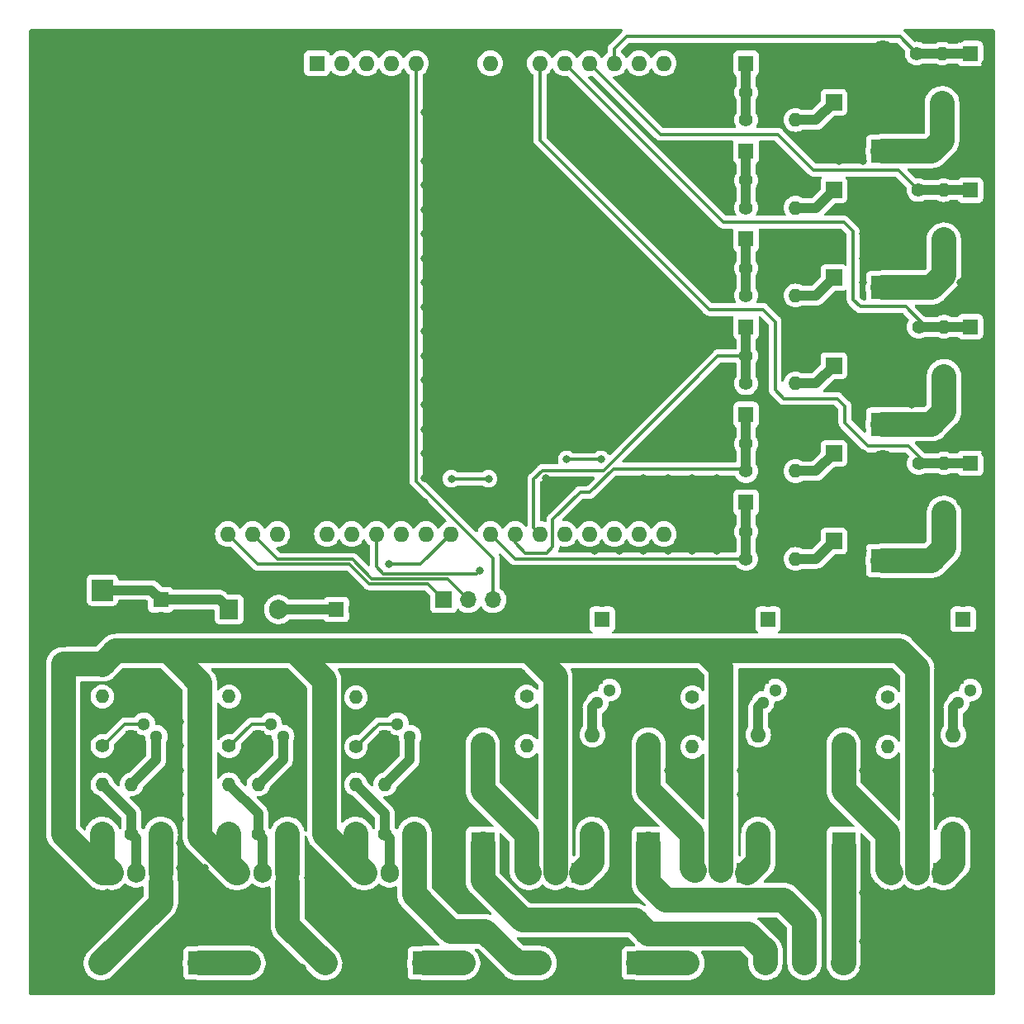
<source format=gtl>
G04 #@! TF.GenerationSoftware,KiCad,Pcbnew,(6.0.7)*
G04 #@! TF.CreationDate,2022-11-23T14:52:54+01:00*
G04 #@! TF.ProjectId,Goobyl_da - Kretskort,476f6f62-796c-4e56-9461-202d204b7265,rev?*
G04 #@! TF.SameCoordinates,Original*
G04 #@! TF.FileFunction,Copper,L1,Top*
G04 #@! TF.FilePolarity,Positive*
%FSLAX46Y46*%
G04 Gerber Fmt 4.6, Leading zero omitted, Abs format (unit mm)*
G04 Created by KiCad (PCBNEW (6.0.7)) date 2022-11-23 14:52:54*
%MOMM*%
%LPD*%
G01*
G04 APERTURE LIST*
G04 #@! TA.AperFunction,ComponentPad*
%ADD10R,1.600000X1.600000*%
G04 #@! TD*
G04 #@! TA.AperFunction,ComponentPad*
%ADD11O,1.600000X1.600000*%
G04 #@! TD*
G04 #@! TA.AperFunction,ComponentPad*
%ADD12C,1.600000*%
G04 #@! TD*
G04 #@! TA.AperFunction,ComponentPad*
%ADD13R,2.400000X2.400000*%
G04 #@! TD*
G04 #@! TA.AperFunction,ComponentPad*
%ADD14O,2.400000X2.400000*%
G04 #@! TD*
G04 #@! TA.AperFunction,ComponentPad*
%ADD15R,2.200000X2.200000*%
G04 #@! TD*
G04 #@! TA.AperFunction,ComponentPad*
%ADD16O,2.200000X2.200000*%
G04 #@! TD*
G04 #@! TA.AperFunction,ComponentPad*
%ADD17R,1.700000X1.700000*%
G04 #@! TD*
G04 #@! TA.AperFunction,ComponentPad*
%ADD18O,1.700000X1.700000*%
G04 #@! TD*
G04 #@! TA.AperFunction,ComponentPad*
%ADD19R,1.300000X1.300000*%
G04 #@! TD*
G04 #@! TA.AperFunction,ComponentPad*
%ADD20C,1.300000*%
G04 #@! TD*
G04 #@! TA.AperFunction,ComponentPad*
%ADD21R,1.905000X2.000000*%
G04 #@! TD*
G04 #@! TA.AperFunction,ComponentPad*
%ADD22O,1.905000X2.000000*%
G04 #@! TD*
G04 #@! TA.AperFunction,ComponentPad*
%ADD23C,1.400000*%
G04 #@! TD*
G04 #@! TA.AperFunction,ComponentPad*
%ADD24O,1.400000X1.400000*%
G04 #@! TD*
G04 #@! TA.AperFunction,ViaPad*
%ADD25C,0.800000*%
G04 #@! TD*
G04 #@! TA.AperFunction,ViaPad*
%ADD26C,1.000000*%
G04 #@! TD*
G04 #@! TA.AperFunction,Conductor*
%ADD27C,0.300000*%
G04 #@! TD*
G04 #@! TA.AperFunction,Conductor*
%ADD28C,1.000000*%
G04 #@! TD*
G04 #@! TA.AperFunction,Conductor*
%ADD29C,2.500000*%
G04 #@! TD*
G04 APERTURE END LIST*
D10*
X119010000Y-45010000D03*
D11*
X121550000Y-45010000D03*
X124090000Y-45010000D03*
X126630000Y-45010000D03*
X129170000Y-45010000D03*
X131710000Y-45010000D03*
X134250000Y-45010000D03*
X136790000Y-45010000D03*
X141870000Y-45010000D03*
X144410000Y-45010000D03*
X146950000Y-45010000D03*
X149490000Y-45010000D03*
X152030000Y-45010000D03*
X154570000Y-45010000D03*
X154570000Y-93270000D03*
X152030000Y-93270000D03*
X149490000Y-93270000D03*
X146950000Y-93270000D03*
X144410000Y-93270000D03*
X141870000Y-93270000D03*
X139330000Y-93270000D03*
X136790000Y-93270000D03*
X132730000Y-93270000D03*
X130190000Y-93270000D03*
X127650000Y-93270000D03*
X125110000Y-93270000D03*
X122570000Y-93270000D03*
X120030000Y-93270000D03*
X117490000Y-93270000D03*
X114950000Y-93270000D03*
X112410000Y-93270000D03*
X109870000Y-93270000D03*
D10*
X148260000Y-102010000D03*
D12*
X148260000Y-100010000D03*
D10*
X165260000Y-102010000D03*
D12*
X165260000Y-100010000D03*
D10*
X185260000Y-102010000D03*
D12*
X185260000Y-100010000D03*
D10*
X103000000Y-100000000D03*
D12*
X103000000Y-102000000D03*
D10*
X121000000Y-101000000D03*
D12*
X123000000Y-101000000D03*
D13*
X152000000Y-137250000D03*
D14*
X141840000Y-137250000D03*
D13*
X107010000Y-137260000D03*
D14*
X96850000Y-137260000D03*
D15*
X97010000Y-99010000D03*
D16*
X97010000Y-106630000D03*
D13*
X136010000Y-125010000D03*
D14*
X136010000Y-114850000D03*
D13*
X153010000Y-125010000D03*
D14*
X153010000Y-114850000D03*
D13*
X173010000Y-125010000D03*
D14*
X173010000Y-114850000D03*
D10*
X163010000Y-45010000D03*
D11*
X170630000Y-45010000D03*
D10*
X163010000Y-54010000D03*
D11*
X170630000Y-54010000D03*
D10*
X163010000Y-63010000D03*
D11*
X170630000Y-63010000D03*
D10*
X163010000Y-72010000D03*
D11*
X170630000Y-72010000D03*
D10*
X163010000Y-81010000D03*
D11*
X170630000Y-81010000D03*
D10*
X163010000Y-90010000D03*
D11*
X170630000Y-90010000D03*
D17*
X132010000Y-100010000D03*
D18*
X134550000Y-100010000D03*
X137090000Y-100010000D03*
X139630000Y-100010000D03*
D19*
X126000000Y-114000000D03*
D20*
X127270000Y-112730000D03*
X128540000Y-114000000D03*
D19*
X113000000Y-114000000D03*
D20*
X114270000Y-112730000D03*
X115540000Y-114000000D03*
D19*
X100000000Y-114000000D03*
D20*
X101270000Y-112730000D03*
X102540000Y-114000000D03*
D21*
X129000000Y-128000000D03*
D22*
X126460000Y-128000000D03*
X123920000Y-128000000D03*
D21*
X116000000Y-128000000D03*
D22*
X113460000Y-128000000D03*
X110920000Y-128000000D03*
D21*
X103000000Y-128000000D03*
D22*
X100460000Y-128000000D03*
X97920000Y-128000000D03*
D19*
X147750000Y-108000000D03*
D20*
X149020000Y-109270000D03*
X147750000Y-110540000D03*
D19*
X164750000Y-108000000D03*
D20*
X166020000Y-109270000D03*
X164750000Y-110540000D03*
D19*
X184750000Y-108000000D03*
D20*
X186020000Y-109270000D03*
X184750000Y-110540000D03*
D21*
X163000000Y-128000000D03*
D22*
X160460000Y-128000000D03*
X157920000Y-128000000D03*
D21*
X183100000Y-128000000D03*
D22*
X180560000Y-128000000D03*
X178020000Y-128000000D03*
D23*
X123010000Y-115090000D03*
D24*
X123010000Y-110010000D03*
D23*
X110010000Y-115010000D03*
D24*
X110010000Y-109930000D03*
D23*
X97010000Y-115010000D03*
D24*
X97010000Y-109930000D03*
D23*
X126010000Y-124010000D03*
D24*
X126010000Y-118930000D03*
D23*
X113010000Y-124010000D03*
D24*
X113010000Y-118930000D03*
D23*
X100010000Y-124010000D03*
D24*
X100010000Y-118930000D03*
D23*
X123010000Y-124010000D03*
D24*
X123010000Y-118930000D03*
D23*
X97010000Y-124010000D03*
D24*
X97010000Y-118930000D03*
D23*
X129010000Y-124010000D03*
D24*
X129010000Y-118930000D03*
D23*
X116010000Y-124010000D03*
D24*
X116010000Y-118930000D03*
D23*
X140510000Y-109930000D03*
D24*
X140510000Y-115010000D03*
D23*
X157500000Y-110010000D03*
D24*
X157500000Y-115090000D03*
D23*
X177510000Y-110010000D03*
D24*
X177510000Y-115090000D03*
D12*
X147260000Y-124010000D03*
D11*
X147260000Y-113850000D03*
D12*
X164260000Y-124010000D03*
D11*
X164260000Y-113850000D03*
D12*
X184260000Y-124010000D03*
D11*
X184260000Y-113850000D03*
D23*
X140510000Y-124010000D03*
D24*
X140510000Y-118930000D03*
D23*
X157500000Y-124000000D03*
D24*
X157500000Y-118920000D03*
D23*
X177510000Y-124010000D03*
D24*
X177510000Y-118930000D03*
D23*
X163010000Y-50810000D03*
D24*
X168090000Y-50810000D03*
D23*
X163010000Y-59810000D03*
D24*
X168090000Y-59810000D03*
D23*
X163010000Y-77810000D03*
D24*
X168090000Y-77810000D03*
D23*
X163010000Y-86810000D03*
D24*
X168090000Y-86810000D03*
D23*
X163010000Y-95810000D03*
D24*
X168090000Y-95810000D03*
D23*
X163010000Y-48010000D03*
D24*
X168090000Y-48010000D03*
D23*
X163010000Y-57010000D03*
D24*
X168090000Y-57010000D03*
D23*
X163010000Y-66010000D03*
D24*
X168090000Y-66010000D03*
D23*
X163010000Y-75010000D03*
D24*
X168090000Y-75010000D03*
D23*
X163010000Y-84010000D03*
D24*
X168090000Y-84010000D03*
D23*
X163010000Y-93010000D03*
D24*
X168090000Y-93010000D03*
D21*
X110000000Y-101000000D03*
D22*
X112540000Y-101000000D03*
X115080000Y-101000000D03*
D23*
X110010000Y-124010000D03*
D24*
X110010000Y-118930000D03*
D23*
X103010000Y-124010000D03*
D24*
X103010000Y-118930000D03*
D13*
X130010000Y-137260000D03*
D14*
X119850000Y-137260000D03*
D13*
X177000000Y-96000000D03*
D14*
X177000000Y-85840000D03*
D13*
X177000000Y-82000000D03*
D14*
X177000000Y-71840000D03*
D13*
X177000000Y-68000000D03*
D14*
X177000000Y-57840000D03*
D13*
X177010000Y-54010000D03*
D14*
X177010000Y-43850000D03*
D10*
X186010000Y-86010000D03*
D11*
X186010000Y-93630000D03*
D10*
X186010000Y-72010000D03*
D11*
X186010000Y-79630000D03*
D10*
X186010000Y-58010000D03*
D11*
X186010000Y-65630000D03*
D10*
X186010000Y-44010000D03*
D11*
X186010000Y-51630000D03*
D23*
X183310000Y-91090000D03*
D24*
X183310000Y-86010000D03*
D23*
X180710000Y-86010000D03*
D24*
X180710000Y-91090000D03*
D23*
X183310000Y-77090000D03*
D24*
X183310000Y-72010000D03*
D23*
X180710000Y-72010000D03*
D24*
X180710000Y-77090000D03*
D23*
X180510000Y-44000000D03*
D24*
X180510000Y-49080000D03*
D23*
X163010000Y-68810000D03*
D24*
X168090000Y-68810000D03*
D23*
X183280000Y-63090000D03*
D24*
X183280000Y-58010000D03*
D23*
X180670000Y-58000000D03*
D24*
X180670000Y-63080000D03*
D23*
X183110000Y-49090000D03*
D24*
X183110000Y-44010000D03*
D17*
X157000000Y-137250000D03*
X134000000Y-137250000D03*
X112000000Y-137250000D03*
X93000000Y-106600000D03*
D18*
X93000000Y-104060000D03*
D17*
X165000000Y-137250000D03*
X169000000Y-137250000D03*
X173000000Y-137250000D03*
X182000000Y-96000000D03*
X182000000Y-82000000D03*
X182000000Y-68000000D03*
X182000000Y-54000000D03*
X172000000Y-49000000D03*
X172000000Y-58000000D03*
X172000000Y-67000000D03*
X172000000Y-76000000D03*
X172000000Y-85000000D03*
X172000000Y-94000000D03*
D21*
X146000000Y-128000000D03*
D22*
X143460000Y-128000000D03*
X140920000Y-128000000D03*
D25*
X132800000Y-87600000D03*
X136600000Y-87600000D03*
X122500000Y-140000000D03*
X125000000Y-110000000D03*
X112500000Y-130000000D03*
X142500000Y-42500000D03*
X117500000Y-110000000D03*
X90000000Y-92500000D03*
X100000000Y-77500000D03*
X95000000Y-140000000D03*
X152500000Y-57500000D03*
X90000000Y-107500000D03*
X107500000Y-87500000D03*
X157500000Y-100000000D03*
X90000000Y-82500000D03*
X90000000Y-102500000D03*
X152500000Y-110000000D03*
X117500000Y-67500000D03*
X160000000Y-100000000D03*
X90000000Y-62500000D03*
X170000000Y-102500000D03*
X177500000Y-100000000D03*
X140000000Y-82500000D03*
X110000000Y-77500000D03*
X122500000Y-77500000D03*
X110000000Y-82500000D03*
X122500000Y-47500000D03*
X122500000Y-137750000D03*
X180000000Y-130000000D03*
X140000000Y-90000000D03*
X125000000Y-52500000D03*
D26*
X177000000Y-63000000D03*
D25*
X115000000Y-52500000D03*
X140000000Y-65000000D03*
X97500000Y-60000000D03*
X92500000Y-137500000D03*
X145000000Y-100000000D03*
X160000000Y-95000000D03*
X130000000Y-72500000D03*
X105000000Y-127500000D03*
X172500000Y-97500000D03*
D26*
X177000000Y-64500000D03*
D25*
X90000000Y-122500000D03*
X100000000Y-82500000D03*
X92500000Y-92500000D03*
X187500000Y-65000000D03*
X187500000Y-127500000D03*
X175000000Y-87500000D03*
X117500000Y-137750000D03*
X140000000Y-72500000D03*
X117500000Y-80000000D03*
X107500000Y-57500000D03*
X175000000Y-102500000D03*
X102500000Y-42500000D03*
D26*
X177000000Y-60000000D03*
D25*
X155000000Y-140000000D03*
X105000000Y-87500000D03*
X100000000Y-75000000D03*
X117500000Y-65000000D03*
X142500000Y-75000000D03*
X132500000Y-120000000D03*
X175000000Y-47500000D03*
X125000000Y-140000000D03*
X180000000Y-132500000D03*
X132500000Y-55000000D03*
D26*
X177000000Y-61500000D03*
D25*
X130000000Y-140000000D03*
X100000000Y-130000000D03*
X187500000Y-77500000D03*
X147500000Y-62500000D03*
X107500000Y-62500000D03*
X187500000Y-125000000D03*
X185000000Y-117500000D03*
X172500000Y-52500000D03*
X130000000Y-80000000D03*
X102500000Y-87500000D03*
X90000000Y-120000000D03*
X187500000Y-112500000D03*
X157500000Y-140000000D03*
X182500000Y-120000000D03*
X182500000Y-75000000D03*
X117500000Y-72500000D03*
X150000000Y-112500000D03*
X120000000Y-57500000D03*
X147500000Y-42500000D03*
X157500000Y-95000000D03*
X117500000Y-85000000D03*
X127500000Y-65000000D03*
X95000000Y-60000000D03*
X187500000Y-90000000D03*
X117500000Y-82500000D03*
X172500000Y-102500000D03*
X92500000Y-140000000D03*
X92500000Y-72500000D03*
X125000000Y-42500000D03*
X127500000Y-140000000D03*
X115000000Y-82500000D03*
X105000000Y-47500000D03*
X112500000Y-65000000D03*
X130000000Y-50000000D03*
X125000000Y-65000000D03*
X185000000Y-132500000D03*
X97500000Y-67500000D03*
X132500000Y-102500000D03*
X187500000Y-47500000D03*
X145000000Y-80000000D03*
X160000000Y-50000000D03*
X177500000Y-107500000D03*
X117500000Y-87500000D03*
X107500000Y-65000000D03*
X90000000Y-105000000D03*
X115000000Y-85000000D03*
X125000000Y-82500000D03*
X95000000Y-72500000D03*
X185000000Y-140000000D03*
X137500000Y-90000000D03*
X115000000Y-42500000D03*
X155000000Y-75000000D03*
X102500000Y-52500000D03*
X152500000Y-67500000D03*
X125000000Y-75000000D03*
X90000000Y-47500000D03*
D26*
X177000000Y-49000000D03*
D25*
X115000000Y-67500000D03*
X140000000Y-42500000D03*
X125000000Y-100000000D03*
X120000000Y-130000000D03*
X187500000Y-92500000D03*
X122500000Y-67500000D03*
X110000000Y-80000000D03*
X157500000Y-50000000D03*
X105000000Y-62500000D03*
X185000000Y-60000000D03*
X125000000Y-72500000D03*
X95000000Y-65000000D03*
X125000000Y-130000000D03*
X90000000Y-100000000D03*
X117500000Y-112500000D03*
X115000000Y-57500000D03*
X110000000Y-60000000D03*
X160000000Y-45000000D03*
X105000000Y-52500000D03*
X127500000Y-67500000D03*
X117500000Y-140000000D03*
X140000000Y-140000000D03*
X182500000Y-42500000D03*
X160000000Y-82500000D03*
X110000000Y-47500000D03*
D26*
X177000000Y-47500000D03*
D25*
X185000000Y-82500000D03*
X100000000Y-55000000D03*
X107500000Y-92500000D03*
X180000000Y-100000000D03*
X117500000Y-55000000D03*
X175000000Y-62500000D03*
X187500000Y-95000000D03*
X90000000Y-90000000D03*
X165000000Y-120000000D03*
X187500000Y-107500000D03*
D26*
X177000000Y-78500000D03*
D25*
X155000000Y-85000000D03*
X175000000Y-92500000D03*
X127500000Y-77500000D03*
X105000000Y-60000000D03*
X90000000Y-52500000D03*
X160800000Y-68200000D03*
X100000000Y-72500000D03*
X117500000Y-115000000D03*
X100000000Y-42500000D03*
X180000000Y-137500000D03*
X102500000Y-60000000D03*
X145000000Y-137750000D03*
X92500000Y-127500000D03*
X97500000Y-52500000D03*
X97500000Y-140000000D03*
X187500000Y-97500000D03*
X180000000Y-80000000D03*
X115000000Y-80000000D03*
X157500000Y-82500000D03*
X155000000Y-57500000D03*
X117500000Y-90000000D03*
X165000000Y-117500000D03*
X102500000Y-65000000D03*
X112500000Y-90000000D03*
X187500000Y-115000000D03*
X97500000Y-72500000D03*
X137500000Y-57500000D03*
X135000000Y-102500000D03*
X155000000Y-110000000D03*
X132500000Y-60000000D03*
X175000000Y-135000000D03*
X180000000Y-60000000D03*
X105000000Y-65000000D03*
X122500000Y-75000000D03*
X147500000Y-65000000D03*
X182500000Y-135000000D03*
X110000000Y-52500000D03*
X187500000Y-50000000D03*
X150000000Y-127500000D03*
X142500000Y-102500000D03*
X110000000Y-140000000D03*
X142500000Y-87500000D03*
X135000000Y-55000000D03*
X132500000Y-67500000D03*
X125000000Y-67500000D03*
X187500000Y-82500000D03*
X107500000Y-75000000D03*
X135000000Y-50000000D03*
X122500000Y-42500000D03*
X175000000Y-130000000D03*
X110000000Y-107500000D03*
X122500000Y-55000000D03*
X112500000Y-62500000D03*
D26*
X177000000Y-88500000D03*
D25*
X120000000Y-90000000D03*
X185000000Y-70000000D03*
X95000000Y-77500000D03*
X95000000Y-50000000D03*
X90000000Y-75000000D03*
X117500000Y-117500000D03*
X95000000Y-100000000D03*
X152500000Y-60000000D03*
X125000000Y-80000000D03*
X135000000Y-52500000D03*
X95000000Y-87500000D03*
X110000000Y-57500000D03*
X95000000Y-75000000D03*
X155000000Y-72500000D03*
X150000000Y-57500000D03*
X127500000Y-107500000D03*
X142500000Y-85000000D03*
X155000000Y-100000000D03*
X152500000Y-140000000D03*
X120000000Y-80000000D03*
X117500000Y-60000000D03*
X175000000Y-60000000D03*
X102500000Y-80000000D03*
X105000000Y-122500000D03*
X157500000Y-55000000D03*
X100000000Y-92500000D03*
X92500000Y-42500000D03*
X102500000Y-67500000D03*
X95000000Y-57500000D03*
X187500000Y-102500000D03*
X100000000Y-47500000D03*
X102500000Y-50000000D03*
X187500000Y-42500000D03*
X135000000Y-42500000D03*
X120000000Y-67500000D03*
X187500000Y-67500000D03*
X130000000Y-70000000D03*
X107500000Y-77500000D03*
X92500000Y-85000000D03*
X122500000Y-72500000D03*
X115000000Y-87500000D03*
X132500000Y-112500000D03*
X130000000Y-42500000D03*
X97500000Y-87500000D03*
X132500000Y-47500000D03*
X117500000Y-102500000D03*
X135000000Y-140000000D03*
X175000000Y-67500000D03*
X132500000Y-80000000D03*
X157500000Y-85000000D03*
X157500000Y-87500000D03*
X127500000Y-80000000D03*
X187500000Y-130000000D03*
X137500000Y-50000000D03*
X160000000Y-137750000D03*
X122500000Y-132500000D03*
X175000000Y-95000000D03*
X100000000Y-95000000D03*
X90000000Y-87500000D03*
X107500000Y-132500000D03*
X132500000Y-82500000D03*
X97500000Y-55000000D03*
X125000000Y-70000000D03*
X145000000Y-47500000D03*
X105000000Y-135000000D03*
X185000000Y-42500000D03*
X142500000Y-65000000D03*
X150000000Y-65000000D03*
X90000000Y-117500000D03*
X177500000Y-135000000D03*
X92500000Y-90000000D03*
X97500000Y-80000000D03*
X102500000Y-75000000D03*
X160000000Y-92500000D03*
X155000000Y-107500000D03*
X97500000Y-45000000D03*
X95000000Y-95000000D03*
X137500000Y-42500000D03*
X187500000Y-100000000D03*
X100000000Y-52500000D03*
X170000000Y-107500000D03*
X92500000Y-77500000D03*
X170000000Y-127500000D03*
X155000000Y-95000000D03*
X150000000Y-117500000D03*
X132500000Y-57500000D03*
X170000000Y-112500000D03*
X130000000Y-77500000D03*
X110000000Y-70000000D03*
X115000000Y-107500000D03*
X155000000Y-47500000D03*
X147500000Y-72500000D03*
X127500000Y-47500000D03*
X107500000Y-42500000D03*
X180000000Y-102500000D03*
X112500000Y-67500000D03*
X125000000Y-90000000D03*
X105000000Y-85000000D03*
X147500000Y-60000000D03*
X117500000Y-75000000D03*
X127500000Y-110000000D03*
X100000000Y-87500000D03*
X150000000Y-122500000D03*
X122500000Y-62500000D03*
X175000000Y-52500000D03*
X122500000Y-85000000D03*
X97500000Y-50000000D03*
X107500000Y-95000000D03*
X175000000Y-107500000D03*
X90000000Y-57500000D03*
X127500000Y-70000000D03*
X157500000Y-47500000D03*
X100000000Y-45000000D03*
X90000000Y-132500000D03*
X130000000Y-82500000D03*
X115000000Y-65000000D03*
X112500000Y-60000000D03*
X105000000Y-132500000D03*
X175000000Y-45000000D03*
X107500000Y-72500000D03*
X167500000Y-117500000D03*
X175000000Y-117500000D03*
X92500000Y-57500000D03*
X145000000Y-67500000D03*
X152500000Y-107500000D03*
X95000000Y-67500000D03*
X127500000Y-50000000D03*
X162500000Y-137750000D03*
X110000000Y-75000000D03*
X185000000Y-130000000D03*
X125000000Y-85000000D03*
X132500000Y-125000000D03*
X132500000Y-122500000D03*
X95000000Y-132500000D03*
X102500000Y-95000000D03*
X97500000Y-85000000D03*
X105000000Y-140000000D03*
X152500000Y-72500000D03*
X155000000Y-87500000D03*
X160000000Y-85000000D03*
X90000000Y-42500000D03*
X112500000Y-107500000D03*
X175000000Y-140000000D03*
X130000000Y-60000000D03*
X132500000Y-75000000D03*
X97500000Y-132500000D03*
X160000000Y-90000000D03*
X102500000Y-57500000D03*
X95000000Y-82500000D03*
D26*
X177000000Y-93000000D03*
D25*
X115000000Y-75000000D03*
X122500000Y-82500000D03*
X132500000Y-110000000D03*
X180000000Y-75000000D03*
X117500000Y-70000000D03*
X120000000Y-60000000D03*
X130000000Y-115000000D03*
X160000000Y-87500000D03*
X152500000Y-95000000D03*
X115000000Y-55000000D03*
X112500000Y-132500000D03*
X97500000Y-95000000D03*
X122500000Y-57500000D03*
X92500000Y-50000000D03*
X145000000Y-102500000D03*
X92500000Y-47500000D03*
X130000000Y-112500000D03*
X127500000Y-62500000D03*
X150000000Y-62500000D03*
X120000000Y-127500000D03*
X170000000Y-117500000D03*
X130000000Y-65000000D03*
X115000000Y-140000000D03*
X140000000Y-47500000D03*
X182500000Y-130000000D03*
X140000000Y-55000000D03*
X187500000Y-75000000D03*
X112500000Y-85000000D03*
X107500000Y-70000000D03*
X160000000Y-47500000D03*
X175000000Y-100000000D03*
X157500000Y-107500000D03*
X112500000Y-42500000D03*
X120000000Y-77500000D03*
X182500000Y-87500000D03*
X122500000Y-80000000D03*
X187500000Y-140000000D03*
X135000000Y-60000000D03*
X120000000Y-82500000D03*
X102500000Y-92500000D03*
X187500000Y-87500000D03*
X92500000Y-52500000D03*
X152500000Y-102500000D03*
X107500000Y-67500000D03*
X117500000Y-47500000D03*
X155000000Y-60000000D03*
X115000000Y-72500000D03*
X102500000Y-45000000D03*
X97500000Y-82500000D03*
X177500000Y-137500000D03*
X105000000Y-125000000D03*
X107500000Y-90000000D03*
X102500000Y-140000000D03*
X150000000Y-55000000D03*
X92500000Y-100000000D03*
X130000000Y-62500000D03*
X105000000Y-102500000D03*
X152500000Y-77500000D03*
X175000000Y-85000000D03*
X95000000Y-130000000D03*
X175000000Y-90000000D03*
X157500000Y-102500000D03*
X187500000Y-137500000D03*
X90000000Y-137500000D03*
X170000000Y-115000000D03*
X107500000Y-52500000D03*
X127500000Y-85000000D03*
X187500000Y-122500000D03*
X100000000Y-102500000D03*
X120000000Y-62500000D03*
X155000000Y-70000000D03*
X185000000Y-105000000D03*
X120000000Y-132500000D03*
X187500000Y-52500000D03*
X125000000Y-102500000D03*
X120000000Y-70000000D03*
X145000000Y-75000000D03*
X117500000Y-62500000D03*
X112500000Y-72500000D03*
X145000000Y-57500000D03*
X105000000Y-50000000D03*
X185000000Y-137500000D03*
X187500000Y-132500000D03*
X132500000Y-42500000D03*
X147500000Y-67500000D03*
X132500000Y-72500000D03*
X107500000Y-82500000D03*
X132500000Y-62500000D03*
X105000000Y-72500000D03*
X117500000Y-42500000D03*
X147500000Y-140000000D03*
X115000000Y-47500000D03*
X152500000Y-65000000D03*
X115000000Y-60000000D03*
X107500000Y-47500000D03*
X130000000Y-57500000D03*
X152500000Y-90000000D03*
X140000000Y-62500000D03*
X102500000Y-47500000D03*
X157500000Y-92500000D03*
X182500000Y-137500000D03*
X132500000Y-65000000D03*
X102500000Y-72500000D03*
X185000000Y-75000000D03*
X92500000Y-87500000D03*
X90000000Y-130000000D03*
X92500000Y-80000000D03*
X102500000Y-97500000D03*
X102500000Y-55000000D03*
X140000000Y-107500000D03*
X110000000Y-42500000D03*
X107500000Y-130000000D03*
X167500000Y-122500000D03*
X160000000Y-102500000D03*
X130000000Y-55000000D03*
X90000000Y-110000000D03*
X182500000Y-60000000D03*
X112500000Y-87500000D03*
X150000000Y-67500000D03*
X125000000Y-135000000D03*
X100000000Y-70000000D03*
X120000000Y-87500000D03*
X187500000Y-70000000D03*
X170000000Y-122500000D03*
X180000000Y-87500000D03*
X92500000Y-97500000D03*
X100000000Y-97500000D03*
X142500000Y-77500000D03*
X107500000Y-50000000D03*
X187500000Y-120000000D03*
X130000000Y-85000000D03*
X152500000Y-100000000D03*
X160800000Y-64000000D03*
X105000000Y-80000000D03*
X182500000Y-102500000D03*
X152500000Y-55000000D03*
X172500000Y-107500000D03*
X187500000Y-105000000D03*
X110000000Y-65000000D03*
X155000000Y-117500000D03*
X170000000Y-100000000D03*
X120000000Y-42500000D03*
X122500000Y-60000000D03*
D26*
X177000000Y-75500000D03*
D25*
X150000000Y-115000000D03*
X107500000Y-55000000D03*
X112500000Y-45000000D03*
X140000000Y-67500000D03*
X142500000Y-72500000D03*
X112500000Y-50000000D03*
X110000000Y-50000000D03*
X162500000Y-120000000D03*
X140000000Y-45000000D03*
X155000000Y-102500000D03*
X147500000Y-117500000D03*
X117500000Y-57500000D03*
X112500000Y-70000000D03*
X125000000Y-60000000D03*
X127500000Y-72500000D03*
X120000000Y-72500000D03*
X105000000Y-92500000D03*
X152500000Y-75000000D03*
X92500000Y-95000000D03*
X137500000Y-55000000D03*
X105000000Y-120000000D03*
X145000000Y-140000000D03*
X137500000Y-107500000D03*
X175000000Y-55000000D03*
X180000000Y-140000000D03*
X157500000Y-60000000D03*
D26*
X177000000Y-50500000D03*
D25*
X187500000Y-60000000D03*
X155000000Y-90000000D03*
X150000000Y-95000000D03*
X145000000Y-60000000D03*
X100000000Y-80000000D03*
X110000000Y-45000000D03*
X145000000Y-65000000D03*
X92500000Y-135000000D03*
X97500000Y-62500000D03*
X142500000Y-140000000D03*
X112500000Y-47500000D03*
X97500000Y-92500000D03*
X102500000Y-90000000D03*
X92500000Y-45000000D03*
X97500000Y-90000000D03*
X120000000Y-55000000D03*
X90000000Y-67500000D03*
X187500000Y-135000000D03*
X90000000Y-65000000D03*
X110000000Y-62500000D03*
X112500000Y-52500000D03*
X140000000Y-77500000D03*
X142500000Y-82500000D03*
X170000000Y-125000000D03*
D26*
X177000000Y-90000000D03*
D25*
X125000000Y-87500000D03*
X175000000Y-77500000D03*
X102500000Y-85000000D03*
X150000000Y-125000000D03*
X132500000Y-52500000D03*
X110000000Y-72500000D03*
X160000000Y-140000000D03*
X120000000Y-47500000D03*
X137500000Y-102500000D03*
X127500000Y-42500000D03*
X120000000Y-140000000D03*
X147500000Y-120000000D03*
X172500000Y-55000000D03*
X90000000Y-77500000D03*
X100000000Y-67500000D03*
X150000000Y-70000000D03*
X160000000Y-80000000D03*
X105000000Y-82500000D03*
X152500000Y-87500000D03*
X185000000Y-67500000D03*
X117500000Y-77500000D03*
X145000000Y-77500000D03*
X100000000Y-65000000D03*
X157500000Y-62500000D03*
X142500000Y-100000000D03*
X125000000Y-137750000D03*
X175000000Y-50000000D03*
X132500000Y-115000000D03*
X112500000Y-55000000D03*
X90000000Y-112500000D03*
X175000000Y-80000000D03*
X147500000Y-70000000D03*
X105000000Y-55000000D03*
X175000000Y-57500000D03*
X90000000Y-70000000D03*
X140000000Y-80000000D03*
X142500000Y-70000000D03*
D26*
X177000000Y-77000000D03*
D25*
X155000000Y-62500000D03*
X122500000Y-135000000D03*
X160000000Y-57500000D03*
X120000000Y-52500000D03*
X105000000Y-67500000D03*
X167500000Y-112500000D03*
X142500000Y-67500000D03*
X182500000Y-117500000D03*
X132500000Y-130000000D03*
X92500000Y-70000000D03*
X158200000Y-66400000D03*
X167500000Y-140000000D03*
X97500000Y-47500000D03*
X132500000Y-77500000D03*
X172500000Y-140000000D03*
X100000000Y-107500000D03*
X95000000Y-97500000D03*
X162500000Y-140000000D03*
X187500000Y-45000000D03*
X105000000Y-57500000D03*
X132500000Y-117500000D03*
X105000000Y-90000000D03*
X110000000Y-87500000D03*
X142500000Y-130000000D03*
X156000000Y-64400000D03*
X185000000Y-90000000D03*
X172500000Y-100000000D03*
X102500000Y-70000000D03*
X120000000Y-85000000D03*
X107500000Y-85000000D03*
X90000000Y-115000000D03*
X175000000Y-75000000D03*
X95000000Y-92500000D03*
X127500000Y-135000000D03*
X105000000Y-97500000D03*
X150000000Y-130000000D03*
X187500000Y-62500000D03*
X102500000Y-107500000D03*
D26*
X177000000Y-91500000D03*
D25*
X92500000Y-55000000D03*
X137500000Y-47500000D03*
X105000000Y-75000000D03*
X155000000Y-50000000D03*
X145000000Y-42500000D03*
X117500000Y-120000000D03*
X187500000Y-117500000D03*
X122500000Y-65000000D03*
X125000000Y-50000000D03*
X105000000Y-45000000D03*
X100000000Y-57500000D03*
X92500000Y-67500000D03*
X97500000Y-65000000D03*
X90000000Y-85000000D03*
X95000000Y-52500000D03*
X105000000Y-42500000D03*
X182500000Y-140000000D03*
X172500000Y-45000000D03*
X175000000Y-110000000D03*
X107500000Y-140000000D03*
X90000000Y-60000000D03*
X175000000Y-137750000D03*
X167500000Y-127500000D03*
X95000000Y-70000000D03*
X130000000Y-110000000D03*
X110000000Y-67500000D03*
X150000000Y-75000000D03*
X150000000Y-80000000D03*
X90000000Y-45000000D03*
X95000000Y-55000000D03*
X105000000Y-115000000D03*
X95000000Y-62500000D03*
X160000000Y-55000000D03*
X115000000Y-50000000D03*
X97500000Y-130000000D03*
X112500000Y-75000000D03*
X95000000Y-90000000D03*
X97500000Y-70000000D03*
X105000000Y-112500000D03*
X140000000Y-70000000D03*
X95000000Y-102500000D03*
X100000000Y-62500000D03*
X97500000Y-102500000D03*
X167500000Y-120000000D03*
X92500000Y-62500000D03*
X92500000Y-75000000D03*
X112500000Y-77500000D03*
X112500000Y-80000000D03*
X127500000Y-52500000D03*
X105000000Y-77500000D03*
X100000000Y-85000000D03*
X162500000Y-117500000D03*
X115000000Y-77500000D03*
X120000000Y-75000000D03*
X100000000Y-90000000D03*
X145000000Y-82500000D03*
X105000000Y-117500000D03*
X175000000Y-72500000D03*
X127500000Y-82500000D03*
X182500000Y-105000000D03*
X90000000Y-72500000D03*
X145000000Y-50000000D03*
X125000000Y-47500000D03*
X92500000Y-65000000D03*
X92500000Y-82500000D03*
X185000000Y-97500000D03*
X157500000Y-70000000D03*
X180000000Y-135000000D03*
X90000000Y-50000000D03*
X105000000Y-70000000D03*
X147500000Y-130000000D03*
X90000000Y-55000000D03*
X140000000Y-50000000D03*
X92500000Y-132500000D03*
X95000000Y-80000000D03*
X185000000Y-55000000D03*
X115000000Y-45000000D03*
X120000000Y-65000000D03*
X95000000Y-85000000D03*
X95000000Y-47500000D03*
X130000000Y-87500000D03*
X130000000Y-75000000D03*
X110000000Y-55000000D03*
D26*
X177000000Y-74000000D03*
D25*
X150000000Y-140000000D03*
X140000000Y-75000000D03*
X110000000Y-130000000D03*
X107500000Y-60000000D03*
X165000000Y-140000000D03*
X157500000Y-90000000D03*
X130000000Y-90000000D03*
X97500000Y-57500000D03*
X110000000Y-90000000D03*
X107500000Y-45000000D03*
X157500000Y-45000000D03*
X170000000Y-110000000D03*
X115000000Y-137750000D03*
X177500000Y-132500000D03*
X132500000Y-70000000D03*
X97500000Y-42500000D03*
X132500000Y-127500000D03*
X150000000Y-77500000D03*
X112500000Y-82500000D03*
X90000000Y-127500000D03*
X145000000Y-70000000D03*
X115000000Y-90000000D03*
X162500000Y-100000000D03*
X167500000Y-115000000D03*
X147500000Y-55000000D03*
X135000000Y-57500000D03*
X117500000Y-52500000D03*
X117500000Y-50000000D03*
X90000000Y-135000000D03*
X147500000Y-95000000D03*
X140000000Y-52500000D03*
X115000000Y-62500000D03*
X107500000Y-127500000D03*
X127500000Y-132500000D03*
X102500000Y-62500000D03*
X127500000Y-87500000D03*
X92500000Y-130000000D03*
X100000000Y-60000000D03*
X140000000Y-85000000D03*
X127500000Y-57500000D03*
X97500000Y-77500000D03*
X90000000Y-80000000D03*
X122500000Y-107500000D03*
X125000000Y-77500000D03*
X175000000Y-65000000D03*
X177500000Y-130000000D03*
X157500000Y-72500000D03*
X100000000Y-140000000D03*
X132500000Y-140000000D03*
X112500000Y-57500000D03*
X185000000Y-135000000D03*
X105000000Y-95000000D03*
X95000000Y-42500000D03*
X170000000Y-120000000D03*
X125000000Y-55000000D03*
X182500000Y-132500000D03*
D26*
X177000000Y-46000000D03*
D25*
X170000000Y-140000000D03*
X97500000Y-75000000D03*
X142500000Y-62500000D03*
X127500000Y-60000000D03*
X147500000Y-137750000D03*
X140000000Y-87500000D03*
X142500000Y-90000000D03*
X127500000Y-75000000D03*
X102500000Y-77500000D03*
X90000000Y-95000000D03*
X122500000Y-50000000D03*
X177500000Y-140000000D03*
X152500000Y-112500000D03*
X122500000Y-87500000D03*
X185000000Y-47500000D03*
X145000000Y-62500000D03*
X162500000Y-102500000D03*
X92500000Y-60000000D03*
X122500000Y-130000000D03*
X180000000Y-47500000D03*
X130000000Y-67500000D03*
X137500000Y-140000000D03*
X145000000Y-130000000D03*
X142500000Y-60000000D03*
X167500000Y-125000000D03*
X110000000Y-85000000D03*
X132500000Y-85000000D03*
X95000000Y-45000000D03*
X187500000Y-55000000D03*
X122500000Y-70000000D03*
X127500000Y-137750000D03*
X112500000Y-140000000D03*
X107500000Y-80000000D03*
X100000000Y-50000000D03*
X115000000Y-70000000D03*
X137500000Y-52500000D03*
X125000000Y-62500000D03*
X120000000Y-50000000D03*
X122500000Y-90000000D03*
X90000000Y-125000000D03*
X102500000Y-82500000D03*
X140000000Y-102500000D03*
X145000000Y-72500000D03*
X127500000Y-90000000D03*
X150000000Y-120000000D03*
X125000000Y-132500000D03*
X122500000Y-52500000D03*
X142500000Y-80000000D03*
X90000000Y-97500000D03*
X170000000Y-130000000D03*
X177500000Y-102500000D03*
X110000000Y-132500000D03*
X187500000Y-85000000D03*
X90000000Y-140000000D03*
X135750000Y-97000000D03*
X126380000Y-96370000D03*
X148131400Y-85618600D03*
X144625000Y-85625000D03*
D27*
X109870000Y-93270000D02*
X112960000Y-96360000D01*
X124355010Y-98355010D02*
X130355010Y-98355010D01*
X130355010Y-98355010D02*
X132010000Y-100010000D01*
X132800000Y-87600000D02*
X136600000Y-87600000D01*
X122360000Y-96360000D02*
X124355010Y-98355010D01*
X112960000Y-96360000D02*
X122360000Y-96360000D01*
X132395000Y-97855000D02*
X134550000Y-100010000D01*
X114999990Y-95859990D02*
X122640010Y-95859990D01*
X112410000Y-93270000D02*
X114999990Y-95859990D01*
X122640010Y-95859990D02*
X124635020Y-97855000D01*
X124635020Y-97855000D02*
X132395000Y-97855000D01*
X150743900Y-42256100D02*
X149490000Y-43510000D01*
X178766100Y-42256100D02*
X150743900Y-42256100D01*
X149490000Y-43510000D02*
X149490000Y-45010000D01*
D28*
X183110000Y-44010000D02*
X180520000Y-44010000D01*
D27*
X180510000Y-44000000D02*
X178766100Y-42256100D01*
D28*
X180520000Y-44010000D02*
X180510000Y-44000000D01*
X186010000Y-44010000D02*
X183110000Y-44010000D01*
D27*
X154220000Y-52280000D02*
X146950000Y-45010000D01*
D28*
X180680000Y-58010000D02*
X180670000Y-58000000D01*
X186010000Y-58010000D02*
X183280000Y-58010000D01*
D27*
X169950000Y-55950000D02*
X166280000Y-52280000D01*
X180670000Y-58000000D02*
X178620000Y-55950000D01*
X166280000Y-52280000D02*
X154220000Y-52280000D01*
D28*
X183280000Y-58010000D02*
X180680000Y-58010000D01*
D27*
X178620000Y-55950000D02*
X169950000Y-55950000D01*
X125110000Y-96620000D02*
X125110000Y-93270000D01*
X135395000Y-97355000D02*
X125845000Y-97355000D01*
X135750000Y-97000000D02*
X135395000Y-97355000D01*
X125845000Y-97355000D02*
X125110000Y-96620000D01*
D28*
X186010000Y-72010000D02*
X183310000Y-72010000D01*
D27*
X179376400Y-69955300D02*
X174705300Y-69955300D01*
X174000000Y-62250000D02*
X173050000Y-61300000D01*
X173050000Y-61300000D02*
X160700000Y-61300000D01*
X174705300Y-69955300D02*
X174000000Y-69250000D01*
D28*
X181431100Y-72010000D02*
X180710000Y-72010000D01*
X183310000Y-72010000D02*
X181431100Y-72010000D01*
D27*
X174000000Y-69250000D02*
X174000000Y-62250000D01*
X160700000Y-61300000D02*
X144410000Y-45010000D01*
X181431100Y-72010000D02*
X179376400Y-69955300D01*
X165995050Y-71495050D02*
X164750000Y-70250000D01*
D28*
X181431100Y-86010000D02*
X183310000Y-86010000D01*
D27*
X181431100Y-86010000D02*
X179635500Y-84214400D01*
X166875000Y-79375000D02*
X165995050Y-78495050D01*
X172375000Y-79375000D02*
X166875000Y-79375000D01*
X165995050Y-78495050D02*
X165995050Y-71495050D01*
X173151950Y-80151950D02*
X172375000Y-79375000D01*
X175518300Y-84214400D02*
X173151950Y-81848050D01*
D28*
X180710000Y-86010000D02*
X181431100Y-86010000D01*
D27*
X164750000Y-70250000D02*
X159250000Y-70250000D01*
X141870000Y-52870000D02*
X141870000Y-45010000D01*
D28*
X186010000Y-86010000D02*
X183310000Y-86010000D01*
D27*
X179635500Y-84214400D02*
X175518300Y-84214400D01*
X159250000Y-70250000D02*
X141870000Y-52870000D01*
X173151950Y-81848050D02*
X173151950Y-80151950D01*
D28*
X115080000Y-101000000D02*
X121000000Y-101000000D01*
D27*
X129630000Y-96370000D02*
X132730000Y-93270000D01*
X126380000Y-96370000D02*
X129630000Y-96370000D01*
X163010000Y-95810000D02*
X139330000Y-95810000D01*
D28*
X163010000Y-90010000D02*
X163010000Y-93010000D01*
X163010000Y-95259700D02*
X163010000Y-95810000D01*
X163010000Y-93010000D02*
X163010000Y-95259700D01*
D27*
X139330000Y-95810000D02*
X136790000Y-93270000D01*
D28*
X163010000Y-84010000D02*
X163010000Y-86810000D01*
D27*
X142600000Y-95200000D02*
X143200000Y-94600000D01*
X142600000Y-95200000D02*
X142000000Y-95200000D01*
X163010000Y-86810000D02*
X162800000Y-86600000D01*
X142000000Y-95200000D02*
X140400000Y-95200000D01*
X139330000Y-94130000D02*
X139330000Y-93270000D01*
X146000000Y-89000000D02*
X143200000Y-91800000D01*
D28*
X163010000Y-81010000D02*
X163010000Y-84010000D01*
D27*
X149400000Y-86600000D02*
X147000000Y-89000000D01*
X143200000Y-94600000D02*
X143200000Y-91800000D01*
X162800000Y-86600000D02*
X149400000Y-86600000D01*
X140400000Y-95200000D02*
X139330000Y-94130000D01*
X147000000Y-89000000D02*
X146000000Y-89000000D01*
X143020000Y-94780000D02*
X142600000Y-95200000D01*
X137090000Y-95760000D02*
X137090000Y-100010000D01*
X129170000Y-87840000D02*
X137090000Y-95760000D01*
X129170000Y-45010000D02*
X129170000Y-87840000D01*
D28*
X163010000Y-72010000D02*
X163010000Y-75010000D01*
D27*
X141250001Y-87639997D02*
X142139999Y-86749999D01*
X142139999Y-86749999D02*
X148390001Y-86749999D01*
X148390001Y-86749999D02*
X160130000Y-75010000D01*
X141870000Y-93270000D02*
X141250001Y-92650001D01*
X160130000Y-75010000D02*
X163010000Y-75010000D01*
D28*
X163010000Y-76410000D02*
X163010000Y-77810000D01*
D27*
X141250001Y-92650001D02*
X141250001Y-87639997D01*
D28*
X163010000Y-75010000D02*
X163010000Y-76410000D01*
D27*
X144631400Y-85618600D02*
X144625000Y-85625000D01*
X148131400Y-85618600D02*
X144631400Y-85618600D01*
D28*
X163010000Y-63010000D02*
X163010000Y-66010000D01*
X163010000Y-66010000D02*
X163010000Y-68810000D01*
X163010000Y-59810000D02*
X163010000Y-57010000D01*
X163010000Y-54010000D02*
X163010000Y-57010000D01*
X163010000Y-45010000D02*
X163010000Y-48010000D01*
X163010000Y-50810000D02*
X163010000Y-48010000D01*
X109000000Y-100000000D02*
X103000000Y-100000000D01*
X102010000Y-99010000D02*
X103000000Y-100000000D01*
X97010000Y-99010000D02*
X102010000Y-99010000D01*
X110000000Y-101000000D02*
X109000000Y-100000000D01*
D29*
X129000000Y-128000000D02*
X129000000Y-124020000D01*
X132750000Y-134000000D02*
X136250000Y-134000000D01*
X136250000Y-134000000D02*
X139500000Y-137250000D01*
X139500000Y-137250000D02*
X141840000Y-137250000D01*
X129000000Y-130250000D02*
X129000000Y-128000000D01*
X129000000Y-130250000D02*
X132750000Y-134000000D01*
X129000000Y-124020000D02*
X129010000Y-124010000D01*
X157000000Y-137250000D02*
X152000000Y-137250000D01*
X116000000Y-128000000D02*
X116000000Y-124020000D01*
X116010000Y-129010000D02*
X116010000Y-133170000D01*
D27*
X116005000Y-127995000D02*
X116010000Y-128000000D01*
X116010000Y-128000000D02*
X116010000Y-129010000D01*
D29*
X116010000Y-133420000D02*
X119850000Y-137260000D01*
X116000000Y-124020000D02*
X116010000Y-124010000D01*
X134000000Y-137250000D02*
X130020000Y-137250000D01*
X130020000Y-137250000D02*
X130010000Y-137260000D01*
D27*
X103005000Y-127995000D02*
X103010000Y-128000000D01*
D29*
X103000000Y-124020000D02*
X103010000Y-124010000D01*
X103010000Y-131100000D02*
X96850000Y-137260000D01*
X103010000Y-129010000D02*
X103010000Y-130850000D01*
X103000000Y-128000000D02*
X103000000Y-124020000D01*
D27*
X103010000Y-128000000D02*
X103010000Y-129010000D01*
D29*
X107020000Y-137250000D02*
X107010000Y-137260000D01*
X112000000Y-137250000D02*
X107020000Y-137250000D01*
X123750000Y-128000000D02*
X119750000Y-124000000D01*
X143460000Y-128000000D02*
X143460000Y-107960000D01*
X107000000Y-108500000D02*
X103750000Y-105250000D01*
X123920000Y-128000000D02*
X123750000Y-128000000D01*
X103750000Y-105250000D02*
X98390000Y-105250000D01*
D27*
X160460000Y-127750000D02*
X160460000Y-128000000D01*
D29*
X143750000Y-105250000D02*
X146500000Y-105250000D01*
X97010000Y-127090000D02*
X97920000Y-128000000D01*
X110010000Y-124010000D02*
X110010000Y-127090000D01*
X140750000Y-105250000D02*
X116750000Y-105250000D01*
X146500000Y-105250000D02*
X158750000Y-105250000D01*
X123010000Y-127090000D02*
X123920000Y-128000000D01*
X158750000Y-105250000D02*
X178750000Y-105250000D01*
X93000000Y-106600000D02*
X93000000Y-124000000D01*
X98390000Y-105250000D02*
X97010000Y-106630000D01*
X93000000Y-106600000D02*
X96980000Y-106600000D01*
X180560000Y-107060000D02*
X180560000Y-128000000D01*
X143750000Y-105250000D02*
X140750000Y-105250000D01*
X178750000Y-105250000D02*
X180560000Y-107060000D01*
X110750000Y-128000000D02*
X107000000Y-124250000D01*
X107000000Y-124250000D02*
X107000000Y-108500000D01*
X158750000Y-105250000D02*
X160460000Y-106960000D01*
X119750000Y-108250000D02*
X116750000Y-105250000D01*
X96980000Y-106600000D02*
X97010000Y-106630000D01*
X93000000Y-124000000D02*
X97000000Y-128000000D01*
X110010000Y-127090000D02*
X110920000Y-128000000D01*
X119750000Y-124000000D02*
X119750000Y-108250000D01*
X110920000Y-128000000D02*
X110750000Y-128000000D01*
X143460000Y-107960000D02*
X140750000Y-105250000D01*
X146500000Y-105250000D02*
X143750000Y-105250000D01*
X97010000Y-124010000D02*
X97010000Y-127090000D01*
X123010000Y-124010000D02*
X123010000Y-127090000D01*
X160460000Y-106960000D02*
X160460000Y-127750000D01*
X97000000Y-128000000D02*
X97920000Y-128000000D01*
X116750000Y-105250000D02*
X103750000Y-105250000D01*
X140510000Y-124010000D02*
X140510000Y-127750000D01*
D27*
X140795000Y-127875000D02*
X140920000Y-128000000D01*
D29*
X140510000Y-127750000D02*
X140635000Y-127875000D01*
X140635000Y-127875000D02*
X140760000Y-128000000D01*
D27*
X140635000Y-127875000D02*
X140795000Y-127875000D01*
D29*
X136010000Y-119510000D02*
X136010000Y-114850000D01*
X140510000Y-124010000D02*
X136010000Y-119510000D01*
X136010000Y-128760000D02*
X136010000Y-125010000D01*
X165000000Y-136000000D02*
X163250000Y-134250000D01*
X140125000Y-132875000D02*
X136010000Y-128760000D01*
X151625000Y-132875000D02*
X140125000Y-132875000D01*
X153000000Y-134250000D02*
X151625000Y-132875000D01*
X163250000Y-134250000D02*
X153000000Y-134250000D01*
X165000000Y-137250000D02*
X165000000Y-136000000D01*
D27*
X157920000Y-127910000D02*
X157920000Y-128000000D01*
D29*
X157500000Y-127490000D02*
X157760000Y-127750000D01*
X153010000Y-119510000D02*
X153010000Y-114850000D01*
X157500000Y-124000000D02*
X153010000Y-119510000D01*
D27*
X157760000Y-127750000D02*
X157920000Y-127910000D01*
D29*
X157500000Y-124000000D02*
X157500000Y-127490000D01*
X154800000Y-130800000D02*
X166900000Y-130800000D01*
X153010000Y-125010000D02*
X153010000Y-129010000D01*
X166900000Y-130800000D02*
X169000000Y-132900000D01*
X153010000Y-129010000D02*
X154800000Y-130800000D01*
X169000000Y-133150000D02*
X169000000Y-137250000D01*
X177685000Y-127825000D02*
X177860000Y-128000000D01*
D27*
X177845000Y-127825000D02*
X178020000Y-128000000D01*
D29*
X177510000Y-124010000D02*
X177510000Y-127650000D01*
D27*
X177685000Y-127825000D02*
X177845000Y-127825000D01*
D29*
X177510000Y-127650000D02*
X177685000Y-127825000D01*
X177510000Y-124010000D02*
X173010000Y-119510000D01*
X173010000Y-119510000D02*
X173010000Y-114850000D01*
X173010000Y-137240000D02*
X173000000Y-137250000D01*
X173010000Y-125260000D02*
X173010000Y-137240000D01*
X183310000Y-91090000D02*
X183310000Y-94690000D01*
X182000000Y-96000000D02*
X177000000Y-96000000D01*
X183310000Y-94690000D02*
X182000000Y-96000000D01*
X182000000Y-82000000D02*
X183310000Y-80690000D01*
X183310000Y-80690000D02*
X183310000Y-77090000D01*
X177000000Y-82000000D02*
X182000000Y-82000000D01*
X183280000Y-66720000D02*
X182000000Y-68000000D01*
X182000000Y-68000000D02*
X177000000Y-68000000D01*
X183280000Y-63090000D02*
X183280000Y-66720000D01*
X182000000Y-54000000D02*
X177020000Y-54000000D01*
X183110000Y-49090000D02*
X183110000Y-52890000D01*
X183110000Y-52890000D02*
X182000000Y-54000000D01*
X177020000Y-54000000D02*
X177010000Y-54010000D01*
D28*
X128540000Y-116400000D02*
X126010000Y-118930000D01*
X128540000Y-114000000D02*
X128540000Y-116400000D01*
D27*
X123010000Y-115060000D02*
X123010000Y-115090000D01*
X125340000Y-112730000D02*
X123010000Y-115060000D01*
X127270000Y-112730000D02*
X125340000Y-112730000D01*
D28*
X115540000Y-114000000D02*
X115540000Y-116400000D01*
X115540000Y-116400000D02*
X113010000Y-118930000D01*
D27*
X110060000Y-115010000D02*
X110010000Y-115010000D01*
X112340000Y-112730000D02*
X110060000Y-115010000D01*
X114270000Y-112730000D02*
X112340000Y-112730000D01*
D28*
X102540000Y-116400000D02*
X100010000Y-118930000D01*
X102540000Y-114000000D02*
X102540000Y-116400000D01*
D27*
X97060000Y-115010000D02*
X97010000Y-115010000D01*
X101270000Y-112730000D02*
X99340000Y-112730000D01*
X99340000Y-112730000D02*
X97060000Y-115010000D01*
D28*
X123010000Y-118930000D02*
X126000000Y-121920000D01*
X126000000Y-124000000D02*
X126010000Y-124010000D01*
X126000000Y-121920000D02*
X126000000Y-124000000D01*
X126460000Y-128000000D02*
X126460000Y-124460000D01*
X126460000Y-124460000D02*
X126010000Y-124010000D01*
X113000000Y-121920000D02*
X113000000Y-124000000D01*
X110010000Y-118930000D02*
X113000000Y-121920000D01*
X113460000Y-124460000D02*
X113010000Y-124010000D01*
X113000000Y-124000000D02*
X113010000Y-124010000D01*
X113460000Y-128000000D02*
X113460000Y-124460000D01*
X97010000Y-118930000D02*
X100000000Y-121920000D01*
X100460000Y-124460000D02*
X100010000Y-124010000D01*
X100000000Y-124000000D02*
X100010000Y-124010000D01*
X100000000Y-121920000D02*
X100000000Y-124000000D01*
X100460000Y-128000000D02*
X100460000Y-124460000D01*
X147260000Y-111030000D02*
X147750000Y-110540000D01*
X147260000Y-113850000D02*
X147260000Y-111030000D01*
X164260000Y-111030000D02*
X164750000Y-110540000D01*
X164260000Y-113850000D02*
X164260000Y-111030000D01*
X184260000Y-111030000D02*
X184750000Y-110540000D01*
X184260000Y-113850000D02*
X184260000Y-111030000D01*
D27*
X146550000Y-127450000D02*
X146000000Y-128000000D01*
D29*
X146710000Y-127450000D02*
X146160000Y-128000000D01*
D27*
X146710000Y-127450000D02*
X146550000Y-127450000D01*
D29*
X147260000Y-124010000D02*
X147260000Y-126900000D01*
X147260000Y-126900000D02*
X146710000Y-127450000D01*
X164260000Y-126900010D02*
X163160010Y-128000000D01*
X164260000Y-124010000D02*
X164260000Y-126900010D01*
D27*
X183760000Y-127500000D02*
X183600000Y-127500000D01*
D29*
X184260000Y-127000000D02*
X183760000Y-127500000D01*
D27*
X183600000Y-127500000D02*
X183100000Y-128000000D01*
D29*
X183760000Y-127500000D02*
X183260000Y-128000000D01*
X184260000Y-124010000D02*
X184260000Y-127000000D01*
D28*
X168090000Y-50810000D02*
X170190000Y-50810000D01*
X170190000Y-50810000D02*
X172000000Y-49000000D01*
X170190000Y-59810000D02*
X172000000Y-58000000D01*
X168090000Y-59810000D02*
X170190000Y-59810000D01*
X170190000Y-68810000D02*
X172000000Y-67000000D01*
X168090000Y-68810000D02*
X170190000Y-68810000D01*
X170190000Y-77810000D02*
X172000000Y-76000000D01*
X168090000Y-77810000D02*
X170190000Y-77810000D01*
X168090000Y-86810000D02*
X170190000Y-86810000D01*
X170190000Y-86810000D02*
X172000000Y-85000000D01*
X170190000Y-95810000D02*
X172000000Y-94000000D01*
X168090000Y-95810000D02*
X170190000Y-95810000D01*
G04 #@! TA.AperFunction,Conductor*
G36*
X150314172Y-41538502D02*
G01*
X150360665Y-41592158D01*
X150370769Y-41662432D01*
X150341275Y-41727012D01*
X150335146Y-41733595D01*
X150321932Y-41746809D01*
X150306900Y-41759648D01*
X150289543Y-41772259D01*
X150284490Y-41778367D01*
X150260094Y-41807857D01*
X150252104Y-41816637D01*
X149082396Y-42986345D01*
X149073613Y-42994337D01*
X149066920Y-42998584D01*
X149061494Y-43004362D01*
X149018395Y-43050258D01*
X149015640Y-43053100D01*
X148995073Y-43073667D01*
X148992356Y-43077170D01*
X148984648Y-43086195D01*
X148953028Y-43119867D01*
X148949207Y-43126818D01*
X148949206Y-43126819D01*
X148942697Y-43138658D01*
X148931843Y-43155182D01*
X148929294Y-43158469D01*
X148918696Y-43172132D01*
X148915549Y-43179404D01*
X148915548Y-43179406D01*
X148900346Y-43214535D01*
X148895124Y-43225195D01*
X148872876Y-43265663D01*
X148867541Y-43286441D01*
X148861142Y-43305131D01*
X148852620Y-43324824D01*
X148851380Y-43332655D01*
X148845394Y-43370448D01*
X148842987Y-43382071D01*
X148831500Y-43426812D01*
X148831500Y-43448259D01*
X148829949Y-43467969D01*
X148826594Y-43489152D01*
X148827340Y-43497043D01*
X148830941Y-43535138D01*
X148831500Y-43546996D01*
X148831500Y-43808112D01*
X148811498Y-43876233D01*
X148777772Y-43911324D01*
X148713812Y-43956109D01*
X148650211Y-44000643D01*
X148650208Y-44000645D01*
X148645700Y-44003802D01*
X148483802Y-44165700D01*
X148352477Y-44353251D01*
X148350154Y-44358233D01*
X148350151Y-44358238D01*
X148334195Y-44392457D01*
X148287278Y-44445742D01*
X148219001Y-44465203D01*
X148151041Y-44444661D01*
X148105805Y-44392457D01*
X148089849Y-44358238D01*
X148089846Y-44358233D01*
X148087523Y-44353251D01*
X147956198Y-44165700D01*
X147794300Y-44003802D01*
X147789792Y-44000645D01*
X147789789Y-44000643D01*
X147678015Y-43922378D01*
X147606749Y-43872477D01*
X147601767Y-43870154D01*
X147601762Y-43870151D01*
X147404225Y-43778039D01*
X147404224Y-43778039D01*
X147399243Y-43775716D01*
X147393935Y-43774294D01*
X147393933Y-43774293D01*
X147183402Y-43717881D01*
X147183400Y-43717881D01*
X147178087Y-43716457D01*
X146950000Y-43696502D01*
X146721913Y-43716457D01*
X146716600Y-43717881D01*
X146716598Y-43717881D01*
X146506067Y-43774293D01*
X146506065Y-43774294D01*
X146500757Y-43775716D01*
X146495776Y-43778039D01*
X146495775Y-43778039D01*
X146298238Y-43870151D01*
X146298233Y-43870154D01*
X146293251Y-43872477D01*
X146221985Y-43922378D01*
X146110211Y-44000643D01*
X146110208Y-44000645D01*
X146105700Y-44003802D01*
X145943802Y-44165700D01*
X145812477Y-44353251D01*
X145810154Y-44358233D01*
X145810151Y-44358238D01*
X145794195Y-44392457D01*
X145747278Y-44445742D01*
X145679001Y-44465203D01*
X145611041Y-44444661D01*
X145565805Y-44392457D01*
X145549849Y-44358238D01*
X145549846Y-44358233D01*
X145547523Y-44353251D01*
X145416198Y-44165700D01*
X145254300Y-44003802D01*
X145249792Y-44000645D01*
X145249789Y-44000643D01*
X145138015Y-43922378D01*
X145066749Y-43872477D01*
X145061767Y-43870154D01*
X145061762Y-43870151D01*
X144864225Y-43778039D01*
X144864224Y-43778039D01*
X144859243Y-43775716D01*
X144853935Y-43774294D01*
X144853933Y-43774293D01*
X144643402Y-43717881D01*
X144643400Y-43717881D01*
X144638087Y-43716457D01*
X144410000Y-43696502D01*
X144181913Y-43716457D01*
X144176600Y-43717881D01*
X144176598Y-43717881D01*
X143966067Y-43774293D01*
X143966065Y-43774294D01*
X143960757Y-43775716D01*
X143955776Y-43778039D01*
X143955775Y-43778039D01*
X143758238Y-43870151D01*
X143758233Y-43870154D01*
X143753251Y-43872477D01*
X143681985Y-43922378D01*
X143570211Y-44000643D01*
X143570208Y-44000645D01*
X143565700Y-44003802D01*
X143403802Y-44165700D01*
X143272477Y-44353251D01*
X143270154Y-44358233D01*
X143270151Y-44358238D01*
X143254195Y-44392457D01*
X143207278Y-44445742D01*
X143139001Y-44465203D01*
X143071041Y-44444661D01*
X143025805Y-44392457D01*
X143009849Y-44358238D01*
X143009846Y-44358233D01*
X143007523Y-44353251D01*
X142876198Y-44165700D01*
X142714300Y-44003802D01*
X142709792Y-44000645D01*
X142709789Y-44000643D01*
X142598015Y-43922378D01*
X142526749Y-43872477D01*
X142521767Y-43870154D01*
X142521762Y-43870151D01*
X142324225Y-43778039D01*
X142324224Y-43778039D01*
X142319243Y-43775716D01*
X142313935Y-43774294D01*
X142313933Y-43774293D01*
X142103402Y-43717881D01*
X142103400Y-43717881D01*
X142098087Y-43716457D01*
X141870000Y-43696502D01*
X141641913Y-43716457D01*
X141636600Y-43717881D01*
X141636598Y-43717881D01*
X141426067Y-43774293D01*
X141426065Y-43774294D01*
X141420757Y-43775716D01*
X141415776Y-43778039D01*
X141415775Y-43778039D01*
X141218238Y-43870151D01*
X141218233Y-43870154D01*
X141213251Y-43872477D01*
X141141985Y-43922378D01*
X141030211Y-44000643D01*
X141030208Y-44000645D01*
X141025700Y-44003802D01*
X140863802Y-44165700D01*
X140732477Y-44353251D01*
X140730154Y-44358233D01*
X140730151Y-44358238D01*
X140714195Y-44392457D01*
X140635716Y-44560757D01*
X140634294Y-44566065D01*
X140634293Y-44566067D01*
X140577881Y-44776598D01*
X140576457Y-44781913D01*
X140556502Y-45010000D01*
X140576457Y-45238087D01*
X140635716Y-45459243D01*
X140638039Y-45464224D01*
X140638039Y-45464225D01*
X140730151Y-45661762D01*
X140730154Y-45661767D01*
X140732477Y-45666749D01*
X140863802Y-45854300D01*
X141025700Y-46016198D01*
X141030208Y-46019355D01*
X141030211Y-46019357D01*
X141071542Y-46048297D01*
X141157772Y-46108676D01*
X141202099Y-46164132D01*
X141211500Y-46211888D01*
X141211500Y-52787944D01*
X141210941Y-52799800D01*
X141209212Y-52807537D01*
X141209461Y-52815459D01*
X141211438Y-52878369D01*
X141211500Y-52882327D01*
X141211500Y-52911432D01*
X141212056Y-52915832D01*
X141212988Y-52927664D01*
X141214438Y-52973831D01*
X141216650Y-52981444D01*
X141216650Y-52981445D01*
X141220419Y-52994416D01*
X141224430Y-53013782D01*
X141227118Y-53035064D01*
X141230034Y-53042429D01*
X141230035Y-53042433D01*
X141244126Y-53078021D01*
X141247965Y-53089231D01*
X141260855Y-53133600D01*
X141271775Y-53152065D01*
X141280466Y-53169805D01*
X141288365Y-53189756D01*
X141309883Y-53219373D01*
X141315516Y-53227126D01*
X141322033Y-53237048D01*
X141341507Y-53269977D01*
X141341510Y-53269981D01*
X141345547Y-53276807D01*
X141360711Y-53291971D01*
X141373551Y-53307004D01*
X141386159Y-53324357D01*
X141421752Y-53353802D01*
X141430532Y-53361792D01*
X158726345Y-70657605D01*
X158734335Y-70666385D01*
X158738584Y-70673080D01*
X158744362Y-70678506D01*
X158744363Y-70678507D01*
X158790257Y-70721604D01*
X158793099Y-70724359D01*
X158813667Y-70744927D01*
X158817170Y-70747644D01*
X158826195Y-70755352D01*
X158859867Y-70786972D01*
X158866818Y-70790793D01*
X158866819Y-70790794D01*
X158878658Y-70797303D01*
X158895182Y-70808157D01*
X158903792Y-70814835D01*
X158912132Y-70821304D01*
X158919404Y-70824451D01*
X158919406Y-70824452D01*
X158954535Y-70839654D01*
X158965196Y-70844876D01*
X159005663Y-70867124D01*
X159026441Y-70872459D01*
X159045131Y-70878858D01*
X159064824Y-70887380D01*
X159108596Y-70894313D01*
X159110448Y-70894606D01*
X159122071Y-70897013D01*
X159150072Y-70904202D01*
X159166812Y-70908500D01*
X159188259Y-70908500D01*
X159207969Y-70910051D01*
X159229152Y-70913406D01*
X159275141Y-70909059D01*
X159286996Y-70908500D01*
X161598128Y-70908500D01*
X161666249Y-70928502D01*
X161712742Y-70982158D01*
X161722846Y-71052432D01*
X161716111Y-71078728D01*
X161711029Y-71092285D01*
X161708255Y-71099684D01*
X161701500Y-71161866D01*
X161701500Y-72858134D01*
X161708255Y-72920316D01*
X161759385Y-73056705D01*
X161846739Y-73173261D01*
X161912621Y-73222637D01*
X161951065Y-73251449D01*
X161993580Y-73308308D01*
X162001500Y-73352275D01*
X162001500Y-74225500D01*
X161981498Y-74293621D01*
X161927842Y-74340114D01*
X161875500Y-74351500D01*
X160212059Y-74351500D01*
X160200203Y-74350941D01*
X160192463Y-74349211D01*
X160184537Y-74349460D01*
X160184536Y-74349460D01*
X160121611Y-74351438D01*
X160117653Y-74351500D01*
X160088568Y-74351500D01*
X160084637Y-74351997D01*
X160084630Y-74351997D01*
X160084179Y-74352054D01*
X160072343Y-74352986D01*
X160026169Y-74354438D01*
X160005579Y-74360420D01*
X159986218Y-74364430D01*
X159979230Y-74365312D01*
X159972796Y-74366125D01*
X159972795Y-74366125D01*
X159964936Y-74367118D01*
X159957571Y-74370034D01*
X159957567Y-74370035D01*
X159921979Y-74384126D01*
X159910769Y-74387965D01*
X159866400Y-74400855D01*
X159847935Y-74411775D01*
X159830195Y-74420466D01*
X159810244Y-74428365D01*
X159772874Y-74455516D01*
X159762952Y-74462033D01*
X159730023Y-74481507D01*
X159730019Y-74481510D01*
X159723193Y-74485547D01*
X159708029Y-74500711D01*
X159692996Y-74513551D01*
X159675643Y-74526159D01*
X159646198Y-74561752D01*
X159638208Y-74570532D01*
X149080489Y-85128251D01*
X149018177Y-85162277D01*
X148947362Y-85157212D01*
X148890526Y-85114665D01*
X148882280Y-85102164D01*
X148870440Y-85081656D01*
X148763868Y-84963295D01*
X148747075Y-84944645D01*
X148747074Y-84944644D01*
X148742653Y-84939734D01*
X148607251Y-84841358D01*
X148593494Y-84831363D01*
X148593493Y-84831362D01*
X148588152Y-84827482D01*
X148582124Y-84824798D01*
X148582122Y-84824797D01*
X148419719Y-84752491D01*
X148419718Y-84752491D01*
X148413688Y-84749806D01*
X148320288Y-84729953D01*
X148233344Y-84711472D01*
X148233339Y-84711472D01*
X148226887Y-84710100D01*
X148035913Y-84710100D01*
X148029461Y-84711472D01*
X148029456Y-84711472D01*
X147942513Y-84729953D01*
X147849112Y-84749806D01*
X147843082Y-84752491D01*
X147843081Y-84752491D01*
X147680678Y-84824797D01*
X147680676Y-84824798D01*
X147674648Y-84827482D01*
X147669307Y-84831362D01*
X147669306Y-84831363D01*
X147612869Y-84872367D01*
X147525492Y-84935851D01*
X147525237Y-84936036D01*
X147458369Y-84959894D01*
X147451176Y-84960100D01*
X145296415Y-84960100D01*
X145228294Y-84940098D01*
X145222354Y-84936036D01*
X145222100Y-84935851D01*
X145136225Y-84873459D01*
X145087094Y-84837763D01*
X145087093Y-84837762D01*
X145081752Y-84833882D01*
X145075724Y-84831198D01*
X145075722Y-84831197D01*
X144913319Y-84758891D01*
X144913318Y-84758891D01*
X144907288Y-84756206D01*
X144813888Y-84736353D01*
X144726944Y-84717872D01*
X144726939Y-84717872D01*
X144720487Y-84716500D01*
X144529513Y-84716500D01*
X144523061Y-84717872D01*
X144523056Y-84717872D01*
X144436113Y-84736353D01*
X144342712Y-84756206D01*
X144336682Y-84758891D01*
X144336681Y-84758891D01*
X144174278Y-84831197D01*
X144174276Y-84831198D01*
X144168248Y-84833882D01*
X144162907Y-84837762D01*
X144162906Y-84837763D01*
X144132388Y-84859936D01*
X144013747Y-84946134D01*
X144009326Y-84951044D01*
X144009325Y-84951045D01*
X143891723Y-85081656D01*
X143885960Y-85088056D01*
X143846033Y-85157212D01*
X143795717Y-85244362D01*
X143790473Y-85253444D01*
X143731458Y-85435072D01*
X143711496Y-85625000D01*
X143712186Y-85631565D01*
X143730047Y-85801500D01*
X143731458Y-85814928D01*
X143767731Y-85926564D01*
X143769759Y-85997530D01*
X143733096Y-86058328D01*
X143669384Y-86089653D01*
X143647898Y-86091499D01*
X142222055Y-86091499D01*
X142210199Y-86090940D01*
X142210196Y-86090940D01*
X142202462Y-86089211D01*
X142147445Y-86090940D01*
X142131630Y-86091437D01*
X142127672Y-86091499D01*
X142098567Y-86091499D01*
X142094167Y-86092055D01*
X142082335Y-86092987D01*
X142036168Y-86094437D01*
X142028555Y-86096649D01*
X142028554Y-86096649D01*
X142026403Y-86097274D01*
X142015578Y-86100419D01*
X141996217Y-86104429D01*
X141989229Y-86105311D01*
X141982795Y-86106124D01*
X141982794Y-86106124D01*
X141974935Y-86107117D01*
X141967570Y-86110033D01*
X141967566Y-86110034D01*
X141931978Y-86124125D01*
X141920768Y-86127964D01*
X141876399Y-86140854D01*
X141857942Y-86151770D01*
X141840192Y-86160465D01*
X141820243Y-86168364D01*
X141813832Y-86173022D01*
X141813830Y-86173023D01*
X141782863Y-86195522D01*
X141772945Y-86202037D01*
X141733192Y-86225547D01*
X141718031Y-86240708D01*
X141702999Y-86253547D01*
X141685642Y-86266158D01*
X141657916Y-86299674D01*
X141656197Y-86301751D01*
X141648207Y-86310532D01*
X140842392Y-87116346D01*
X140833613Y-87124334D01*
X140826921Y-87128581D01*
X140821496Y-87134358D01*
X140778396Y-87180255D01*
X140775641Y-87183097D01*
X140755074Y-87203664D01*
X140752357Y-87207167D01*
X140744649Y-87216192D01*
X140713029Y-87249864D01*
X140709208Y-87256815D01*
X140709207Y-87256816D01*
X140702698Y-87268655D01*
X140691844Y-87285179D01*
X140684019Y-87295268D01*
X140678697Y-87302129D01*
X140675550Y-87309401D01*
X140675549Y-87309403D01*
X140660347Y-87344532D01*
X140655125Y-87355192D01*
X140632877Y-87395660D01*
X140627542Y-87416438D01*
X140621143Y-87435128D01*
X140612621Y-87454821D01*
X140607848Y-87484958D01*
X140605395Y-87500445D01*
X140602988Y-87512068D01*
X140598624Y-87529065D01*
X140591501Y-87556809D01*
X140591501Y-87578256D01*
X140589950Y-87597966D01*
X140586595Y-87619149D01*
X140590715Y-87662729D01*
X140590942Y-87665135D01*
X140591501Y-87676993D01*
X140591501Y-92390689D01*
X140571499Y-92458810D01*
X140517843Y-92505303D01*
X140447569Y-92515407D01*
X140382989Y-92485913D01*
X140362288Y-92462960D01*
X140339357Y-92430211D01*
X140339355Y-92430208D01*
X140336198Y-92425700D01*
X140174300Y-92263802D01*
X140169792Y-92260645D01*
X140169789Y-92260643D01*
X140001500Y-92142806D01*
X139986749Y-92132477D01*
X139981767Y-92130154D01*
X139981762Y-92130151D01*
X139784225Y-92038039D01*
X139784224Y-92038039D01*
X139779243Y-92035716D01*
X139773935Y-92034294D01*
X139773933Y-92034293D01*
X139563402Y-91977881D01*
X139563400Y-91977881D01*
X139558087Y-91976457D01*
X139330000Y-91956502D01*
X139101913Y-91976457D01*
X139096600Y-91977881D01*
X139096598Y-91977881D01*
X138886067Y-92034293D01*
X138886065Y-92034294D01*
X138880757Y-92035716D01*
X138875776Y-92038039D01*
X138875775Y-92038039D01*
X138678238Y-92130151D01*
X138678233Y-92130154D01*
X138673251Y-92132477D01*
X138658500Y-92142806D01*
X138490211Y-92260643D01*
X138490208Y-92260645D01*
X138485700Y-92263802D01*
X138323802Y-92425700D01*
X138192477Y-92613251D01*
X138190154Y-92618233D01*
X138190151Y-92618238D01*
X138174195Y-92652457D01*
X138127278Y-92705742D01*
X138059001Y-92725203D01*
X137991041Y-92704661D01*
X137945805Y-92652457D01*
X137929849Y-92618238D01*
X137929846Y-92618233D01*
X137927523Y-92613251D01*
X137796198Y-92425700D01*
X137634300Y-92263802D01*
X137629792Y-92260645D01*
X137629789Y-92260643D01*
X137461500Y-92142806D01*
X137446749Y-92132477D01*
X137441767Y-92130154D01*
X137441762Y-92130151D01*
X137244225Y-92038039D01*
X137244224Y-92038039D01*
X137239243Y-92035716D01*
X137233935Y-92034294D01*
X137233933Y-92034293D01*
X137023402Y-91977881D01*
X137023400Y-91977881D01*
X137018087Y-91976457D01*
X136790000Y-91956502D01*
X136561913Y-91976457D01*
X136556600Y-91977881D01*
X136556598Y-91977881D01*
X136346067Y-92034293D01*
X136346065Y-92034294D01*
X136340757Y-92035716D01*
X136335776Y-92038039D01*
X136335775Y-92038039D01*
X136138238Y-92130151D01*
X136138233Y-92130154D01*
X136133251Y-92132477D01*
X136118500Y-92142806D01*
X135950211Y-92260643D01*
X135950208Y-92260645D01*
X135945700Y-92263802D01*
X135783802Y-92425700D01*
X135652477Y-92613251D01*
X135650154Y-92618233D01*
X135650151Y-92618238D01*
X135563145Y-92804825D01*
X135555716Y-92820757D01*
X135554294Y-92826064D01*
X135512095Y-92983551D01*
X135475143Y-93044173D01*
X135411282Y-93075195D01*
X135340788Y-93066766D01*
X135301293Y-93040034D01*
X132596436Y-90335176D01*
X129865405Y-87604145D01*
X129863142Y-87600000D01*
X131886496Y-87600000D01*
X131887186Y-87606565D01*
X131905156Y-87777537D01*
X131906458Y-87789928D01*
X131965473Y-87971556D01*
X131968776Y-87977278D01*
X131968777Y-87977279D01*
X131984601Y-88004686D01*
X132060960Y-88136944D01*
X132188747Y-88278866D01*
X132224160Y-88304595D01*
X132325156Y-88377973D01*
X132343248Y-88391118D01*
X132349276Y-88393802D01*
X132349278Y-88393803D01*
X132473274Y-88449009D01*
X132517712Y-88468794D01*
X132611113Y-88488647D01*
X132698056Y-88507128D01*
X132698061Y-88507128D01*
X132704513Y-88508500D01*
X132895487Y-88508500D01*
X132901939Y-88507128D01*
X132901944Y-88507128D01*
X132988887Y-88488647D01*
X133082288Y-88468794D01*
X133126726Y-88449009D01*
X133250722Y-88393803D01*
X133250724Y-88393802D01*
X133256752Y-88391118D01*
X133274845Y-88377973D01*
X133382977Y-88299410D01*
X133406163Y-88282564D01*
X133473031Y-88258706D01*
X133480224Y-88258500D01*
X135919776Y-88258500D01*
X135987897Y-88278502D01*
X135993834Y-88282562D01*
X136017023Y-88299410D01*
X136125156Y-88377973D01*
X136143248Y-88391118D01*
X136149276Y-88393802D01*
X136149278Y-88393803D01*
X136273274Y-88449009D01*
X136317712Y-88468794D01*
X136411113Y-88488647D01*
X136498056Y-88507128D01*
X136498061Y-88507128D01*
X136504513Y-88508500D01*
X136695487Y-88508500D01*
X136701939Y-88507128D01*
X136701944Y-88507128D01*
X136788887Y-88488647D01*
X136882288Y-88468794D01*
X136926726Y-88449009D01*
X137050722Y-88393803D01*
X137050724Y-88393802D01*
X137056752Y-88391118D01*
X137074845Y-88377973D01*
X137175840Y-88304595D01*
X137211253Y-88278866D01*
X137339040Y-88136944D01*
X137415399Y-88004686D01*
X137431223Y-87977279D01*
X137431224Y-87977278D01*
X137434527Y-87971556D01*
X137493542Y-87789928D01*
X137494845Y-87777537D01*
X137512814Y-87606565D01*
X137513504Y-87600000D01*
X137509252Y-87559545D01*
X137494232Y-87416635D01*
X137494232Y-87416633D01*
X137493542Y-87410072D01*
X137434527Y-87228444D01*
X137431175Y-87222637D01*
X137342341Y-87068774D01*
X137339040Y-87063056D01*
X137211253Y-86921134D01*
X137112157Y-86849136D01*
X137062094Y-86812763D01*
X137062093Y-86812762D01*
X137056752Y-86808882D01*
X137050724Y-86806198D01*
X137050722Y-86806197D01*
X136888319Y-86733891D01*
X136888318Y-86733891D01*
X136882288Y-86731206D01*
X136788887Y-86711353D01*
X136701944Y-86692872D01*
X136701939Y-86692872D01*
X136695487Y-86691500D01*
X136504513Y-86691500D01*
X136498061Y-86692872D01*
X136498056Y-86692872D01*
X136411112Y-86711353D01*
X136317712Y-86731206D01*
X136311682Y-86733891D01*
X136311681Y-86733891D01*
X136149278Y-86806197D01*
X136149276Y-86806198D01*
X136143248Y-86808882D01*
X136137907Y-86812762D01*
X136137906Y-86812763D01*
X136080162Y-86854717D01*
X135994092Y-86917251D01*
X135993837Y-86917436D01*
X135926969Y-86941294D01*
X135919776Y-86941500D01*
X133480224Y-86941500D01*
X133412103Y-86921498D01*
X133406163Y-86917436D01*
X133405909Y-86917251D01*
X133319838Y-86854717D01*
X133262094Y-86812763D01*
X133262093Y-86812762D01*
X133256752Y-86808882D01*
X133250724Y-86806198D01*
X133250722Y-86806197D01*
X133088319Y-86733891D01*
X133088318Y-86733891D01*
X133082288Y-86731206D01*
X132988887Y-86711353D01*
X132901944Y-86692872D01*
X132901939Y-86692872D01*
X132895487Y-86691500D01*
X132704513Y-86691500D01*
X132698061Y-86692872D01*
X132698056Y-86692872D01*
X132611112Y-86711353D01*
X132517712Y-86731206D01*
X132511682Y-86733891D01*
X132511681Y-86733891D01*
X132349278Y-86806197D01*
X132349276Y-86806198D01*
X132343248Y-86808882D01*
X132337907Y-86812762D01*
X132337906Y-86812763D01*
X132287843Y-86849136D01*
X132188747Y-86921134D01*
X132060960Y-87063056D01*
X132057659Y-87068774D01*
X131968826Y-87222637D01*
X131965473Y-87228444D01*
X131906458Y-87410072D01*
X131905768Y-87416633D01*
X131905768Y-87416635D01*
X131890748Y-87559545D01*
X131886496Y-87600000D01*
X129863142Y-87600000D01*
X129831379Y-87541833D01*
X129828500Y-87515050D01*
X129828500Y-46211888D01*
X129848502Y-46143767D01*
X129882228Y-46108676D01*
X129968458Y-46048297D01*
X130009789Y-46019357D01*
X130009792Y-46019355D01*
X130014300Y-46016198D01*
X130176198Y-45854300D01*
X130307523Y-45666749D01*
X130309846Y-45661767D01*
X130309849Y-45661762D01*
X130401961Y-45464225D01*
X130401961Y-45464224D01*
X130404284Y-45459243D01*
X130463543Y-45238087D01*
X130483498Y-45010000D01*
X135476502Y-45010000D01*
X135496457Y-45238087D01*
X135555716Y-45459243D01*
X135558039Y-45464224D01*
X135558039Y-45464225D01*
X135650151Y-45661762D01*
X135650154Y-45661767D01*
X135652477Y-45666749D01*
X135783802Y-45854300D01*
X135945700Y-46016198D01*
X135950208Y-46019355D01*
X135950211Y-46019357D01*
X135991542Y-46048297D01*
X136133251Y-46147523D01*
X136138233Y-46149846D01*
X136138238Y-46149849D01*
X136271283Y-46211888D01*
X136340757Y-46244284D01*
X136346065Y-46245706D01*
X136346067Y-46245707D01*
X136556598Y-46302119D01*
X136556600Y-46302119D01*
X136561913Y-46303543D01*
X136790000Y-46323498D01*
X137018087Y-46303543D01*
X137023400Y-46302119D01*
X137023402Y-46302119D01*
X137233933Y-46245707D01*
X137233935Y-46245706D01*
X137239243Y-46244284D01*
X137308717Y-46211888D01*
X137441762Y-46149849D01*
X137441767Y-46149846D01*
X137446749Y-46147523D01*
X137588458Y-46048297D01*
X137629789Y-46019357D01*
X137629792Y-46019355D01*
X137634300Y-46016198D01*
X137796198Y-45854300D01*
X137927523Y-45666749D01*
X137929846Y-45661767D01*
X137929849Y-45661762D01*
X138021961Y-45464225D01*
X138021961Y-45464224D01*
X138024284Y-45459243D01*
X138083543Y-45238087D01*
X138103498Y-45010000D01*
X138083543Y-44781913D01*
X138082119Y-44776598D01*
X138025707Y-44566067D01*
X138025706Y-44566065D01*
X138024284Y-44560757D01*
X137945805Y-44392457D01*
X137929849Y-44358238D01*
X137929846Y-44358233D01*
X137927523Y-44353251D01*
X137796198Y-44165700D01*
X137634300Y-44003802D01*
X137629792Y-44000645D01*
X137629789Y-44000643D01*
X137518015Y-43922378D01*
X137446749Y-43872477D01*
X137441767Y-43870154D01*
X137441762Y-43870151D01*
X137244225Y-43778039D01*
X137244224Y-43778039D01*
X137239243Y-43775716D01*
X137233935Y-43774294D01*
X137233933Y-43774293D01*
X137023402Y-43717881D01*
X137023400Y-43717881D01*
X137018087Y-43716457D01*
X136790000Y-43696502D01*
X136561913Y-43716457D01*
X136556600Y-43717881D01*
X136556598Y-43717881D01*
X136346067Y-43774293D01*
X136346065Y-43774294D01*
X136340757Y-43775716D01*
X136335776Y-43778039D01*
X136335775Y-43778039D01*
X136138238Y-43870151D01*
X136138233Y-43870154D01*
X136133251Y-43872477D01*
X136061985Y-43922378D01*
X135950211Y-44000643D01*
X135950208Y-44000645D01*
X135945700Y-44003802D01*
X135783802Y-44165700D01*
X135652477Y-44353251D01*
X135650154Y-44358233D01*
X135650151Y-44358238D01*
X135634195Y-44392457D01*
X135555716Y-44560757D01*
X135554294Y-44566065D01*
X135554293Y-44566067D01*
X135497881Y-44776598D01*
X135496457Y-44781913D01*
X135476502Y-45010000D01*
X130483498Y-45010000D01*
X130463543Y-44781913D01*
X130462119Y-44776598D01*
X130405707Y-44566067D01*
X130405706Y-44566065D01*
X130404284Y-44560757D01*
X130325805Y-44392457D01*
X130309849Y-44358238D01*
X130309846Y-44358233D01*
X130307523Y-44353251D01*
X130176198Y-44165700D01*
X130014300Y-44003802D01*
X130009792Y-44000645D01*
X130009789Y-44000643D01*
X129898015Y-43922378D01*
X129826749Y-43872477D01*
X129821767Y-43870154D01*
X129821762Y-43870151D01*
X129624225Y-43778039D01*
X129624224Y-43778039D01*
X129619243Y-43775716D01*
X129613935Y-43774294D01*
X129613933Y-43774293D01*
X129403402Y-43717881D01*
X129403400Y-43717881D01*
X129398087Y-43716457D01*
X129170000Y-43696502D01*
X128941913Y-43716457D01*
X128936600Y-43717881D01*
X128936598Y-43717881D01*
X128726067Y-43774293D01*
X128726065Y-43774294D01*
X128720757Y-43775716D01*
X128715776Y-43778039D01*
X128715775Y-43778039D01*
X128518238Y-43870151D01*
X128518233Y-43870154D01*
X128513251Y-43872477D01*
X128441985Y-43922378D01*
X128330211Y-44000643D01*
X128330208Y-44000645D01*
X128325700Y-44003802D01*
X128163802Y-44165700D01*
X128032477Y-44353251D01*
X128030154Y-44358233D01*
X128030151Y-44358238D01*
X128014195Y-44392457D01*
X127967278Y-44445742D01*
X127899001Y-44465203D01*
X127831041Y-44444661D01*
X127785805Y-44392457D01*
X127769849Y-44358238D01*
X127769846Y-44358233D01*
X127767523Y-44353251D01*
X127636198Y-44165700D01*
X127474300Y-44003802D01*
X127469792Y-44000645D01*
X127469789Y-44000643D01*
X127358015Y-43922378D01*
X127286749Y-43872477D01*
X127281767Y-43870154D01*
X127281762Y-43870151D01*
X127084225Y-43778039D01*
X127084224Y-43778039D01*
X127079243Y-43775716D01*
X127073935Y-43774294D01*
X127073933Y-43774293D01*
X126863402Y-43717881D01*
X126863400Y-43717881D01*
X126858087Y-43716457D01*
X126630000Y-43696502D01*
X126401913Y-43716457D01*
X126396600Y-43717881D01*
X126396598Y-43717881D01*
X126186067Y-43774293D01*
X126186065Y-43774294D01*
X126180757Y-43775716D01*
X126175776Y-43778039D01*
X126175775Y-43778039D01*
X125978238Y-43870151D01*
X125978233Y-43870154D01*
X125973251Y-43872477D01*
X125901985Y-43922378D01*
X125790211Y-44000643D01*
X125790208Y-44000645D01*
X125785700Y-44003802D01*
X125623802Y-44165700D01*
X125492477Y-44353251D01*
X125490154Y-44358233D01*
X125490151Y-44358238D01*
X125474195Y-44392457D01*
X125427278Y-44445742D01*
X125359001Y-44465203D01*
X125291041Y-44444661D01*
X125245805Y-44392457D01*
X125229849Y-44358238D01*
X125229846Y-44358233D01*
X125227523Y-44353251D01*
X125096198Y-44165700D01*
X124934300Y-44003802D01*
X124929792Y-44000645D01*
X124929789Y-44000643D01*
X124818015Y-43922378D01*
X124746749Y-43872477D01*
X124741767Y-43870154D01*
X124741762Y-43870151D01*
X124544225Y-43778039D01*
X124544224Y-43778039D01*
X124539243Y-43775716D01*
X124533935Y-43774294D01*
X124533933Y-43774293D01*
X124323402Y-43717881D01*
X124323400Y-43717881D01*
X124318087Y-43716457D01*
X124090000Y-43696502D01*
X123861913Y-43716457D01*
X123856600Y-43717881D01*
X123856598Y-43717881D01*
X123646067Y-43774293D01*
X123646065Y-43774294D01*
X123640757Y-43775716D01*
X123635776Y-43778039D01*
X123635775Y-43778039D01*
X123438238Y-43870151D01*
X123438233Y-43870154D01*
X123433251Y-43872477D01*
X123361985Y-43922378D01*
X123250211Y-44000643D01*
X123250208Y-44000645D01*
X123245700Y-44003802D01*
X123083802Y-44165700D01*
X122952477Y-44353251D01*
X122950154Y-44358233D01*
X122950151Y-44358238D01*
X122934195Y-44392457D01*
X122887278Y-44445742D01*
X122819001Y-44465203D01*
X122751041Y-44444661D01*
X122705805Y-44392457D01*
X122689849Y-44358238D01*
X122689846Y-44358233D01*
X122687523Y-44353251D01*
X122556198Y-44165700D01*
X122394300Y-44003802D01*
X122389792Y-44000645D01*
X122389789Y-44000643D01*
X122278015Y-43922378D01*
X122206749Y-43872477D01*
X122201767Y-43870154D01*
X122201762Y-43870151D01*
X122004225Y-43778039D01*
X122004224Y-43778039D01*
X121999243Y-43775716D01*
X121993935Y-43774294D01*
X121993933Y-43774293D01*
X121783402Y-43717881D01*
X121783400Y-43717881D01*
X121778087Y-43716457D01*
X121550000Y-43696502D01*
X121321913Y-43716457D01*
X121316600Y-43717881D01*
X121316598Y-43717881D01*
X121106067Y-43774293D01*
X121106065Y-43774294D01*
X121100757Y-43775716D01*
X121095776Y-43778039D01*
X121095775Y-43778039D01*
X120898238Y-43870151D01*
X120898233Y-43870154D01*
X120893251Y-43872477D01*
X120821985Y-43922378D01*
X120710211Y-44000643D01*
X120710208Y-44000645D01*
X120705700Y-44003802D01*
X120543802Y-44165700D01*
X120540643Y-44170211D01*
X120537108Y-44174424D01*
X120535974Y-44173473D01*
X120485929Y-44213471D01*
X120415310Y-44220776D01*
X120351951Y-44188742D01*
X120315970Y-44127538D01*
X120312918Y-44110483D01*
X120311745Y-44099684D01*
X120260615Y-43963295D01*
X120173261Y-43846739D01*
X120056705Y-43759385D01*
X119920316Y-43708255D01*
X119858134Y-43701500D01*
X118161866Y-43701500D01*
X118099684Y-43708255D01*
X117963295Y-43759385D01*
X117846739Y-43846739D01*
X117759385Y-43963295D01*
X117708255Y-44099684D01*
X117701500Y-44161866D01*
X117701500Y-45858134D01*
X117708255Y-45920316D01*
X117759385Y-46056705D01*
X117846739Y-46173261D01*
X117963295Y-46260615D01*
X118099684Y-46311745D01*
X118161866Y-46318500D01*
X119858134Y-46318500D01*
X119920316Y-46311745D01*
X120056705Y-46260615D01*
X120173261Y-46173261D01*
X120260615Y-46056705D01*
X120311745Y-45920316D01*
X120312917Y-45909526D01*
X120313803Y-45907394D01*
X120314425Y-45904778D01*
X120314848Y-45904879D01*
X120340155Y-45843965D01*
X120398517Y-45803537D01*
X120469471Y-45801078D01*
X120530490Y-45837371D01*
X120537489Y-45846031D01*
X120540643Y-45849789D01*
X120543802Y-45854300D01*
X120705700Y-46016198D01*
X120710208Y-46019355D01*
X120710211Y-46019357D01*
X120751542Y-46048297D01*
X120893251Y-46147523D01*
X120898233Y-46149846D01*
X120898238Y-46149849D01*
X121031283Y-46211888D01*
X121100757Y-46244284D01*
X121106065Y-46245706D01*
X121106067Y-46245707D01*
X121316598Y-46302119D01*
X121316600Y-46302119D01*
X121321913Y-46303543D01*
X121550000Y-46323498D01*
X121778087Y-46303543D01*
X121783400Y-46302119D01*
X121783402Y-46302119D01*
X121993933Y-46245707D01*
X121993935Y-46245706D01*
X121999243Y-46244284D01*
X122068717Y-46211888D01*
X122201762Y-46149849D01*
X122201767Y-46149846D01*
X122206749Y-46147523D01*
X122348458Y-46048297D01*
X122389789Y-46019357D01*
X122389792Y-46019355D01*
X122394300Y-46016198D01*
X122556198Y-45854300D01*
X122687523Y-45666749D01*
X122689846Y-45661767D01*
X122689849Y-45661762D01*
X122705805Y-45627543D01*
X122752722Y-45574258D01*
X122820999Y-45554797D01*
X122888959Y-45575339D01*
X122934195Y-45627543D01*
X122950151Y-45661762D01*
X122950154Y-45661767D01*
X122952477Y-45666749D01*
X123083802Y-45854300D01*
X123245700Y-46016198D01*
X123250208Y-46019355D01*
X123250211Y-46019357D01*
X123291542Y-46048297D01*
X123433251Y-46147523D01*
X123438233Y-46149846D01*
X123438238Y-46149849D01*
X123571283Y-46211888D01*
X123640757Y-46244284D01*
X123646065Y-46245706D01*
X123646067Y-46245707D01*
X123856598Y-46302119D01*
X123856600Y-46302119D01*
X123861913Y-46303543D01*
X124090000Y-46323498D01*
X124318087Y-46303543D01*
X124323400Y-46302119D01*
X124323402Y-46302119D01*
X124533933Y-46245707D01*
X124533935Y-46245706D01*
X124539243Y-46244284D01*
X124608717Y-46211888D01*
X124741762Y-46149849D01*
X124741767Y-46149846D01*
X124746749Y-46147523D01*
X124888458Y-46048297D01*
X124929789Y-46019357D01*
X124929792Y-46019355D01*
X124934300Y-46016198D01*
X125096198Y-45854300D01*
X125227523Y-45666749D01*
X125229846Y-45661767D01*
X125229849Y-45661762D01*
X125245805Y-45627543D01*
X125292722Y-45574258D01*
X125360999Y-45554797D01*
X125428959Y-45575339D01*
X125474195Y-45627543D01*
X125490151Y-45661762D01*
X125490154Y-45661767D01*
X125492477Y-45666749D01*
X125623802Y-45854300D01*
X125785700Y-46016198D01*
X125790208Y-46019355D01*
X125790211Y-46019357D01*
X125831542Y-46048297D01*
X125973251Y-46147523D01*
X125978233Y-46149846D01*
X125978238Y-46149849D01*
X126111283Y-46211888D01*
X126180757Y-46244284D01*
X126186065Y-46245706D01*
X126186067Y-46245707D01*
X126396598Y-46302119D01*
X126396600Y-46302119D01*
X126401913Y-46303543D01*
X126630000Y-46323498D01*
X126858087Y-46303543D01*
X126863400Y-46302119D01*
X126863402Y-46302119D01*
X127073933Y-46245707D01*
X127073935Y-46245706D01*
X127079243Y-46244284D01*
X127148717Y-46211888D01*
X127281762Y-46149849D01*
X127281767Y-46149846D01*
X127286749Y-46147523D01*
X127428458Y-46048297D01*
X127469789Y-46019357D01*
X127469792Y-46019355D01*
X127474300Y-46016198D01*
X127636198Y-45854300D01*
X127767523Y-45666749D01*
X127769846Y-45661767D01*
X127769849Y-45661762D01*
X127785805Y-45627543D01*
X127832722Y-45574258D01*
X127900999Y-45554797D01*
X127968959Y-45575339D01*
X128014195Y-45627543D01*
X128030151Y-45661762D01*
X128030154Y-45661767D01*
X128032477Y-45666749D01*
X128163802Y-45854300D01*
X128325700Y-46016198D01*
X128330208Y-46019355D01*
X128330211Y-46019357D01*
X128371542Y-46048297D01*
X128457772Y-46108676D01*
X128502099Y-46164132D01*
X128511500Y-46211888D01*
X128511500Y-87757944D01*
X128510941Y-87769800D01*
X128509212Y-87777537D01*
X128510630Y-87822659D01*
X128511438Y-87848369D01*
X128511500Y-87852327D01*
X128511500Y-87881432D01*
X128512056Y-87885832D01*
X128512988Y-87897664D01*
X128514438Y-87943831D01*
X128516650Y-87951444D01*
X128516650Y-87951445D01*
X128520419Y-87964416D01*
X128524430Y-87983782D01*
X128527118Y-88005064D01*
X128530034Y-88012429D01*
X128530035Y-88012433D01*
X128544126Y-88048021D01*
X128547965Y-88059231D01*
X128560855Y-88103600D01*
X128571775Y-88122065D01*
X128580466Y-88139805D01*
X128588365Y-88159756D01*
X128615516Y-88197126D01*
X128622033Y-88207048D01*
X128641507Y-88239977D01*
X128641510Y-88239981D01*
X128645547Y-88246807D01*
X128660711Y-88261971D01*
X128673551Y-88277004D01*
X128686159Y-88294357D01*
X128698535Y-88304595D01*
X128721752Y-88323802D01*
X128730532Y-88331792D01*
X130506701Y-90107960D01*
X132258336Y-91859595D01*
X132292362Y-91921907D01*
X132287297Y-91992722D01*
X132244750Y-92049558D01*
X132222491Y-92062885D01*
X132078238Y-92130151D01*
X132078233Y-92130154D01*
X132073251Y-92132477D01*
X132058500Y-92142806D01*
X131890211Y-92260643D01*
X131890208Y-92260645D01*
X131885700Y-92263802D01*
X131723802Y-92425700D01*
X131592477Y-92613251D01*
X131590154Y-92618233D01*
X131590151Y-92618238D01*
X131574195Y-92652457D01*
X131527278Y-92705742D01*
X131459001Y-92725203D01*
X131391041Y-92704661D01*
X131345805Y-92652457D01*
X131329849Y-92618238D01*
X131329846Y-92618233D01*
X131327523Y-92613251D01*
X131196198Y-92425700D01*
X131034300Y-92263802D01*
X131029792Y-92260645D01*
X131029789Y-92260643D01*
X130861500Y-92142806D01*
X130846749Y-92132477D01*
X130841767Y-92130154D01*
X130841762Y-92130151D01*
X130644225Y-92038039D01*
X130644224Y-92038039D01*
X130639243Y-92035716D01*
X130633935Y-92034294D01*
X130633933Y-92034293D01*
X130423402Y-91977881D01*
X130423400Y-91977881D01*
X130418087Y-91976457D01*
X130190000Y-91956502D01*
X129961913Y-91976457D01*
X129956600Y-91977881D01*
X129956598Y-91977881D01*
X129746067Y-92034293D01*
X129746065Y-92034294D01*
X129740757Y-92035716D01*
X129735776Y-92038039D01*
X129735775Y-92038039D01*
X129538238Y-92130151D01*
X129538233Y-92130154D01*
X129533251Y-92132477D01*
X129518500Y-92142806D01*
X129350211Y-92260643D01*
X129350208Y-92260645D01*
X129345700Y-92263802D01*
X129183802Y-92425700D01*
X129052477Y-92613251D01*
X129050154Y-92618233D01*
X129050151Y-92618238D01*
X129034195Y-92652457D01*
X128987278Y-92705742D01*
X128919001Y-92725203D01*
X128851041Y-92704661D01*
X128805805Y-92652457D01*
X128789849Y-92618238D01*
X128789846Y-92618233D01*
X128787523Y-92613251D01*
X128656198Y-92425700D01*
X128494300Y-92263802D01*
X128489792Y-92260645D01*
X128489789Y-92260643D01*
X128321500Y-92142806D01*
X128306749Y-92132477D01*
X128301767Y-92130154D01*
X128301762Y-92130151D01*
X128104225Y-92038039D01*
X128104224Y-92038039D01*
X128099243Y-92035716D01*
X128093935Y-92034294D01*
X128093933Y-92034293D01*
X127883402Y-91977881D01*
X127883400Y-91977881D01*
X127878087Y-91976457D01*
X127650000Y-91956502D01*
X127421913Y-91976457D01*
X127416600Y-91977881D01*
X127416598Y-91977881D01*
X127206067Y-92034293D01*
X127206065Y-92034294D01*
X127200757Y-92035716D01*
X127195776Y-92038039D01*
X127195775Y-92038039D01*
X126998238Y-92130151D01*
X126998233Y-92130154D01*
X126993251Y-92132477D01*
X126978500Y-92142806D01*
X126810211Y-92260643D01*
X126810208Y-92260645D01*
X126805700Y-92263802D01*
X126643802Y-92425700D01*
X126512477Y-92613251D01*
X126510154Y-92618233D01*
X126510151Y-92618238D01*
X126494195Y-92652457D01*
X126447278Y-92705742D01*
X126379001Y-92725203D01*
X126311041Y-92704661D01*
X126265805Y-92652457D01*
X126249849Y-92618238D01*
X126249846Y-92618233D01*
X126247523Y-92613251D01*
X126116198Y-92425700D01*
X125954300Y-92263802D01*
X125949792Y-92260645D01*
X125949789Y-92260643D01*
X125781500Y-92142806D01*
X125766749Y-92132477D01*
X125761767Y-92130154D01*
X125761762Y-92130151D01*
X125564225Y-92038039D01*
X125564224Y-92038039D01*
X125559243Y-92035716D01*
X125553935Y-92034294D01*
X125553933Y-92034293D01*
X125343402Y-91977881D01*
X125343400Y-91977881D01*
X125338087Y-91976457D01*
X125110000Y-91956502D01*
X124881913Y-91976457D01*
X124876600Y-91977881D01*
X124876598Y-91977881D01*
X124666067Y-92034293D01*
X124666065Y-92034294D01*
X124660757Y-92035716D01*
X124655776Y-92038039D01*
X124655775Y-92038039D01*
X124458238Y-92130151D01*
X124458233Y-92130154D01*
X124453251Y-92132477D01*
X124438500Y-92142806D01*
X124270211Y-92260643D01*
X124270208Y-92260645D01*
X124265700Y-92263802D01*
X124103802Y-92425700D01*
X123972477Y-92613251D01*
X123970154Y-92618233D01*
X123970151Y-92618238D01*
X123954195Y-92652457D01*
X123907278Y-92705742D01*
X123839001Y-92725203D01*
X123771041Y-92704661D01*
X123725805Y-92652457D01*
X123709849Y-92618238D01*
X123709846Y-92618233D01*
X123707523Y-92613251D01*
X123576198Y-92425700D01*
X123414300Y-92263802D01*
X123409792Y-92260645D01*
X123409789Y-92260643D01*
X123241500Y-92142806D01*
X123226749Y-92132477D01*
X123221767Y-92130154D01*
X123221762Y-92130151D01*
X123024225Y-92038039D01*
X123024224Y-92038039D01*
X123019243Y-92035716D01*
X123013935Y-92034294D01*
X123013933Y-92034293D01*
X122803402Y-91977881D01*
X122803400Y-91977881D01*
X122798087Y-91976457D01*
X122570000Y-91956502D01*
X122341913Y-91976457D01*
X122336600Y-91977881D01*
X122336598Y-91977881D01*
X122126067Y-92034293D01*
X122126065Y-92034294D01*
X122120757Y-92035716D01*
X122115776Y-92038039D01*
X122115775Y-92038039D01*
X121918238Y-92130151D01*
X121918233Y-92130154D01*
X121913251Y-92132477D01*
X121898500Y-92142806D01*
X121730211Y-92260643D01*
X121730208Y-92260645D01*
X121725700Y-92263802D01*
X121563802Y-92425700D01*
X121432477Y-92613251D01*
X121430154Y-92618233D01*
X121430151Y-92618238D01*
X121414195Y-92652457D01*
X121367278Y-92705742D01*
X121299001Y-92725203D01*
X121231041Y-92704661D01*
X121185805Y-92652457D01*
X121169849Y-92618238D01*
X121169846Y-92618233D01*
X121167523Y-92613251D01*
X121036198Y-92425700D01*
X120874300Y-92263802D01*
X120869792Y-92260645D01*
X120869789Y-92260643D01*
X120701500Y-92142806D01*
X120686749Y-92132477D01*
X120681767Y-92130154D01*
X120681762Y-92130151D01*
X120484225Y-92038039D01*
X120484224Y-92038039D01*
X120479243Y-92035716D01*
X120473935Y-92034294D01*
X120473933Y-92034293D01*
X120263402Y-91977881D01*
X120263400Y-91977881D01*
X120258087Y-91976457D01*
X120030000Y-91956502D01*
X119801913Y-91976457D01*
X119796600Y-91977881D01*
X119796598Y-91977881D01*
X119586067Y-92034293D01*
X119586065Y-92034294D01*
X119580757Y-92035716D01*
X119575776Y-92038039D01*
X119575775Y-92038039D01*
X119378238Y-92130151D01*
X119378233Y-92130154D01*
X119373251Y-92132477D01*
X119358500Y-92142806D01*
X119190211Y-92260643D01*
X119190208Y-92260645D01*
X119185700Y-92263802D01*
X119023802Y-92425700D01*
X118892477Y-92613251D01*
X118890154Y-92618233D01*
X118890151Y-92618238D01*
X118803145Y-92804825D01*
X118795716Y-92820757D01*
X118736457Y-93041913D01*
X118716502Y-93270000D01*
X118736457Y-93498087D01*
X118737881Y-93503400D01*
X118737881Y-93503402D01*
X118769409Y-93621063D01*
X118795716Y-93719243D01*
X118798039Y-93724224D01*
X118890151Y-93921762D01*
X118890154Y-93921767D01*
X118892477Y-93926749D01*
X119023802Y-94114300D01*
X119185700Y-94276198D01*
X119190208Y-94279355D01*
X119190211Y-94279357D01*
X119221162Y-94301029D01*
X119373251Y-94407523D01*
X119378233Y-94409846D01*
X119378238Y-94409849D01*
X119511283Y-94471888D01*
X119580757Y-94504284D01*
X119586065Y-94505706D01*
X119586067Y-94505707D01*
X119796598Y-94562119D01*
X119796600Y-94562119D01*
X119801913Y-94563543D01*
X120030000Y-94583498D01*
X120258087Y-94563543D01*
X120263400Y-94562119D01*
X120263402Y-94562119D01*
X120473933Y-94505707D01*
X120473935Y-94505706D01*
X120479243Y-94504284D01*
X120548717Y-94471888D01*
X120681762Y-94409849D01*
X120681767Y-94409846D01*
X120686749Y-94407523D01*
X120838838Y-94301029D01*
X120869789Y-94279357D01*
X120869792Y-94279355D01*
X120874300Y-94276198D01*
X121036198Y-94114300D01*
X121167523Y-93926749D01*
X121169846Y-93921767D01*
X121169849Y-93921762D01*
X121185805Y-93887543D01*
X121232722Y-93834258D01*
X121300999Y-93814797D01*
X121368959Y-93835339D01*
X121414195Y-93887543D01*
X121430151Y-93921762D01*
X121430154Y-93921767D01*
X121432477Y-93926749D01*
X121563802Y-94114300D01*
X121725700Y-94276198D01*
X121730208Y-94279355D01*
X121730211Y-94279357D01*
X121761162Y-94301029D01*
X121913251Y-94407523D01*
X121918233Y-94409846D01*
X121918238Y-94409849D01*
X122051283Y-94471888D01*
X122120757Y-94504284D01*
X122126065Y-94505706D01*
X122126067Y-94505707D01*
X122336598Y-94562119D01*
X122336600Y-94562119D01*
X122341913Y-94563543D01*
X122570000Y-94583498D01*
X122798087Y-94563543D01*
X122803400Y-94562119D01*
X122803402Y-94562119D01*
X123013933Y-94505707D01*
X123013935Y-94505706D01*
X123019243Y-94504284D01*
X123088717Y-94471888D01*
X123221762Y-94409849D01*
X123221767Y-94409846D01*
X123226749Y-94407523D01*
X123378838Y-94301029D01*
X123409789Y-94279357D01*
X123409792Y-94279355D01*
X123414300Y-94276198D01*
X123576198Y-94114300D01*
X123707523Y-93926749D01*
X123709846Y-93921767D01*
X123709849Y-93921762D01*
X123725805Y-93887543D01*
X123772722Y-93834258D01*
X123840999Y-93814797D01*
X123908959Y-93835339D01*
X123954195Y-93887543D01*
X123970151Y-93921762D01*
X123970154Y-93921767D01*
X123972477Y-93926749D01*
X124103802Y-94114300D01*
X124265700Y-94276198D01*
X124270208Y-94279355D01*
X124270211Y-94279357D01*
X124301162Y-94301029D01*
X124397772Y-94368676D01*
X124442099Y-94424132D01*
X124451500Y-94471888D01*
X124451500Y-96436030D01*
X124431498Y-96504151D01*
X124377842Y-96550644D01*
X124307568Y-96560748D01*
X124242988Y-96531254D01*
X124236405Y-96525125D01*
X123163665Y-95452385D01*
X123155675Y-95443605D01*
X123155673Y-95443603D01*
X123151426Y-95436910D01*
X123099752Y-95388385D01*
X123096911Y-95385631D01*
X123076343Y-95365063D01*
X123072836Y-95362343D01*
X123063814Y-95354637D01*
X123035923Y-95328446D01*
X123030143Y-95323018D01*
X123023191Y-95319196D01*
X123011352Y-95312687D01*
X122994828Y-95301833D01*
X122984142Y-95293545D01*
X122977878Y-95288686D01*
X122970606Y-95285539D01*
X122970604Y-95285538D01*
X122935475Y-95270336D01*
X122924815Y-95265114D01*
X122891294Y-95246685D01*
X122891292Y-95246684D01*
X122884347Y-95242866D01*
X122863569Y-95237531D01*
X122844879Y-95231132D01*
X122825186Y-95222610D01*
X122779562Y-95215384D01*
X122767939Y-95212977D01*
X122739938Y-95205788D01*
X122723198Y-95201490D01*
X122701751Y-95201490D01*
X122682041Y-95199939D01*
X122660858Y-95196584D01*
X122614869Y-95200931D01*
X122603014Y-95201490D01*
X115324940Y-95201490D01*
X115256819Y-95181488D01*
X115235845Y-95164585D01*
X114869374Y-94798114D01*
X114835348Y-94735802D01*
X114840413Y-94664987D01*
X114882960Y-94608151D01*
X114949236Y-94583431D01*
X114950000Y-94583498D01*
X114953404Y-94583200D01*
X114953410Y-94583200D01*
X115048650Y-94574867D01*
X115178087Y-94563543D01*
X115183400Y-94562119D01*
X115183402Y-94562119D01*
X115393933Y-94505707D01*
X115393935Y-94505706D01*
X115399243Y-94504284D01*
X115468717Y-94471888D01*
X115601762Y-94409849D01*
X115601767Y-94409846D01*
X115606749Y-94407523D01*
X115758838Y-94301029D01*
X115789789Y-94279357D01*
X115789792Y-94279355D01*
X115794300Y-94276198D01*
X115956198Y-94114300D01*
X116087523Y-93926749D01*
X116089846Y-93921767D01*
X116089849Y-93921762D01*
X116181961Y-93724224D01*
X116184284Y-93719243D01*
X116210592Y-93621063D01*
X116242119Y-93503402D01*
X116242119Y-93503400D01*
X116243543Y-93498087D01*
X116263498Y-93270000D01*
X116243543Y-93041913D01*
X116184284Y-92820757D01*
X116176855Y-92804825D01*
X116089849Y-92618238D01*
X116089846Y-92618233D01*
X116087523Y-92613251D01*
X115956198Y-92425700D01*
X115794300Y-92263802D01*
X115789792Y-92260645D01*
X115789789Y-92260643D01*
X115621500Y-92142806D01*
X115606749Y-92132477D01*
X115601767Y-92130154D01*
X115601762Y-92130151D01*
X115404225Y-92038039D01*
X115404224Y-92038039D01*
X115399243Y-92035716D01*
X115393935Y-92034294D01*
X115393933Y-92034293D01*
X115183402Y-91977881D01*
X115183400Y-91977881D01*
X115178087Y-91976457D01*
X114950000Y-91956502D01*
X114721913Y-91976457D01*
X114716600Y-91977881D01*
X114716598Y-91977881D01*
X114506067Y-92034293D01*
X114506065Y-92034294D01*
X114500757Y-92035716D01*
X114495776Y-92038039D01*
X114495775Y-92038039D01*
X114298238Y-92130151D01*
X114298233Y-92130154D01*
X114293251Y-92132477D01*
X114278500Y-92142806D01*
X114110211Y-92260643D01*
X114110208Y-92260645D01*
X114105700Y-92263802D01*
X113943802Y-92425700D01*
X113812477Y-92613251D01*
X113810154Y-92618233D01*
X113810151Y-92618238D01*
X113794195Y-92652457D01*
X113747278Y-92705742D01*
X113679001Y-92725203D01*
X113611041Y-92704661D01*
X113565805Y-92652457D01*
X113549849Y-92618238D01*
X113549846Y-92618233D01*
X113547523Y-92613251D01*
X113416198Y-92425700D01*
X113254300Y-92263802D01*
X113249792Y-92260645D01*
X113249789Y-92260643D01*
X113081500Y-92142806D01*
X113066749Y-92132477D01*
X113061767Y-92130154D01*
X113061762Y-92130151D01*
X112864225Y-92038039D01*
X112864224Y-92038039D01*
X112859243Y-92035716D01*
X112853935Y-92034294D01*
X112853933Y-92034293D01*
X112643402Y-91977881D01*
X112643400Y-91977881D01*
X112638087Y-91976457D01*
X112410000Y-91956502D01*
X112181913Y-91976457D01*
X112176600Y-91977881D01*
X112176598Y-91977881D01*
X111966067Y-92034293D01*
X111966065Y-92034294D01*
X111960757Y-92035716D01*
X111955776Y-92038039D01*
X111955775Y-92038039D01*
X111758238Y-92130151D01*
X111758233Y-92130154D01*
X111753251Y-92132477D01*
X111738500Y-92142806D01*
X111570211Y-92260643D01*
X111570208Y-92260645D01*
X111565700Y-92263802D01*
X111403802Y-92425700D01*
X111272477Y-92613251D01*
X111270154Y-92618233D01*
X111270151Y-92618238D01*
X111254195Y-92652457D01*
X111207278Y-92705742D01*
X111139001Y-92725203D01*
X111071041Y-92704661D01*
X111025805Y-92652457D01*
X111009849Y-92618238D01*
X111009846Y-92618233D01*
X111007523Y-92613251D01*
X110876198Y-92425700D01*
X110714300Y-92263802D01*
X110709792Y-92260645D01*
X110709789Y-92260643D01*
X110541500Y-92142806D01*
X110526749Y-92132477D01*
X110521767Y-92130154D01*
X110521762Y-92130151D01*
X110324225Y-92038039D01*
X110324224Y-92038039D01*
X110319243Y-92035716D01*
X110313935Y-92034294D01*
X110313933Y-92034293D01*
X110103402Y-91977881D01*
X110103400Y-91977881D01*
X110098087Y-91976457D01*
X109870000Y-91956502D01*
X109641913Y-91976457D01*
X109636600Y-91977881D01*
X109636598Y-91977881D01*
X109426067Y-92034293D01*
X109426065Y-92034294D01*
X109420757Y-92035716D01*
X109415776Y-92038039D01*
X109415775Y-92038039D01*
X109218238Y-92130151D01*
X109218233Y-92130154D01*
X109213251Y-92132477D01*
X109198500Y-92142806D01*
X109030211Y-92260643D01*
X109030208Y-92260645D01*
X109025700Y-92263802D01*
X108863802Y-92425700D01*
X108732477Y-92613251D01*
X108730154Y-92618233D01*
X108730151Y-92618238D01*
X108643145Y-92804825D01*
X108635716Y-92820757D01*
X108576457Y-93041913D01*
X108556502Y-93270000D01*
X108576457Y-93498087D01*
X108577881Y-93503400D01*
X108577881Y-93503402D01*
X108609409Y-93621063D01*
X108635716Y-93719243D01*
X108638039Y-93724224D01*
X108730151Y-93921762D01*
X108730154Y-93921767D01*
X108732477Y-93926749D01*
X108863802Y-94114300D01*
X109025700Y-94276198D01*
X109030208Y-94279355D01*
X109030211Y-94279357D01*
X109061162Y-94301029D01*
X109213251Y-94407523D01*
X109218233Y-94409846D01*
X109218238Y-94409849D01*
X109351283Y-94471888D01*
X109420757Y-94504284D01*
X109426065Y-94505706D01*
X109426067Y-94505707D01*
X109636598Y-94562119D01*
X109636600Y-94562119D01*
X109641913Y-94563543D01*
X109870000Y-94583498D01*
X110098087Y-94563543D01*
X110105766Y-94561485D01*
X110133659Y-94554012D01*
X110204635Y-94555702D01*
X110255364Y-94586624D01*
X112436345Y-96767605D01*
X112444335Y-96776385D01*
X112448584Y-96783080D01*
X112454362Y-96788506D01*
X112454363Y-96788507D01*
X112500257Y-96831604D01*
X112503099Y-96834359D01*
X112523667Y-96854927D01*
X112527170Y-96857644D01*
X112536195Y-96865352D01*
X112569867Y-96896972D01*
X112576818Y-96900793D01*
X112576819Y-96900794D01*
X112588658Y-96907303D01*
X112605182Y-96918157D01*
X112615271Y-96925982D01*
X112622132Y-96931304D01*
X112629404Y-96934451D01*
X112629406Y-96934452D01*
X112664535Y-96949654D01*
X112675196Y-96954876D01*
X112715663Y-96977124D01*
X112736441Y-96982459D01*
X112755131Y-96988858D01*
X112774824Y-96997380D01*
X112818596Y-97004313D01*
X112820448Y-97004606D01*
X112832071Y-97007013D01*
X112860072Y-97014202D01*
X112876812Y-97018500D01*
X112898259Y-97018500D01*
X112917969Y-97020051D01*
X112939152Y-97023406D01*
X112985141Y-97019059D01*
X112996996Y-97018500D01*
X122035050Y-97018500D01*
X122103171Y-97038502D01*
X122124145Y-97055405D01*
X123831355Y-98762615D01*
X123839345Y-98771395D01*
X123843594Y-98778090D01*
X123849372Y-98783516D01*
X123849373Y-98783517D01*
X123895267Y-98826614D01*
X123898109Y-98829369D01*
X123918677Y-98849937D01*
X123922180Y-98852654D01*
X123931205Y-98860362D01*
X123964877Y-98891982D01*
X123971828Y-98895803D01*
X123971829Y-98895804D01*
X123983668Y-98902313D01*
X124000192Y-98913167D01*
X124010875Y-98921453D01*
X124017142Y-98926314D01*
X124024417Y-98929462D01*
X124059546Y-98944664D01*
X124070191Y-98949879D01*
X124110673Y-98972134D01*
X124118347Y-98974104D01*
X124118354Y-98974107D01*
X124131436Y-98977465D01*
X124150144Y-98983870D01*
X124169833Y-98992390D01*
X124177659Y-98993629D01*
X124177661Y-98993630D01*
X124202169Y-98997511D01*
X124215469Y-98999618D01*
X124227080Y-99002022D01*
X124251866Y-99008386D01*
X124264145Y-99011539D01*
X124264146Y-99011539D01*
X124271822Y-99013510D01*
X124293268Y-99013510D01*
X124312978Y-99015061D01*
X124326332Y-99017176D01*
X124326333Y-99017176D01*
X124334162Y-99018416D01*
X124380151Y-99014069D01*
X124392006Y-99013510D01*
X130030060Y-99013510D01*
X130098181Y-99033512D01*
X130119155Y-99050415D01*
X130614595Y-99545855D01*
X130648621Y-99608167D01*
X130651500Y-99634950D01*
X130651500Y-100908134D01*
X130658255Y-100970316D01*
X130709385Y-101106705D01*
X130796739Y-101223261D01*
X130913295Y-101310615D01*
X131049684Y-101361745D01*
X131111866Y-101368500D01*
X132908134Y-101368500D01*
X132970316Y-101361745D01*
X133106705Y-101310615D01*
X133223261Y-101223261D01*
X133310615Y-101106705D01*
X133339932Y-101028502D01*
X133354598Y-100989382D01*
X133397240Y-100932618D01*
X133463802Y-100907918D01*
X133533150Y-100923126D01*
X133567817Y-100951114D01*
X133596250Y-100983938D01*
X133768126Y-101126632D01*
X133961000Y-101239338D01*
X134169692Y-101319030D01*
X134174760Y-101320061D01*
X134174763Y-101320062D01*
X134282017Y-101341883D01*
X134388597Y-101363567D01*
X134393772Y-101363757D01*
X134393774Y-101363757D01*
X134606673Y-101371564D01*
X134606677Y-101371564D01*
X134611837Y-101371753D01*
X134616957Y-101371097D01*
X134616959Y-101371097D01*
X134828288Y-101344025D01*
X134828289Y-101344025D01*
X134833416Y-101343368D01*
X134838366Y-101341883D01*
X135042429Y-101280661D01*
X135042434Y-101280659D01*
X135047384Y-101279174D01*
X135247994Y-101180896D01*
X135429860Y-101051173D01*
X135452611Y-101028502D01*
X135573616Y-100907918D01*
X135588096Y-100893489D01*
X135604549Y-100870593D01*
X135718453Y-100712077D01*
X135719776Y-100713028D01*
X135766645Y-100669857D01*
X135836580Y-100657625D01*
X135902026Y-100685144D01*
X135929875Y-100716994D01*
X135989987Y-100815088D01*
X136136250Y-100983938D01*
X136308126Y-101126632D01*
X136501000Y-101239338D01*
X136709692Y-101319030D01*
X136714760Y-101320061D01*
X136714763Y-101320062D01*
X136822017Y-101341883D01*
X136928597Y-101363567D01*
X136933772Y-101363757D01*
X136933774Y-101363757D01*
X137146673Y-101371564D01*
X137146677Y-101371564D01*
X137151837Y-101371753D01*
X137156957Y-101371097D01*
X137156959Y-101371097D01*
X137368288Y-101344025D01*
X137368289Y-101344025D01*
X137373416Y-101343368D01*
X137378366Y-101341883D01*
X137582429Y-101280661D01*
X137582434Y-101280659D01*
X137587384Y-101279174D01*
X137787994Y-101180896D01*
X137969860Y-101051173D01*
X137992611Y-101028502D01*
X138113616Y-100907918D01*
X138128096Y-100893489D01*
X138258453Y-100712077D01*
X138263681Y-100701500D01*
X138355136Y-100516453D01*
X138355137Y-100516451D01*
X138357430Y-100511811D01*
X138422370Y-100298069D01*
X138451529Y-100076590D01*
X138452565Y-100034184D01*
X138453074Y-100013365D01*
X138453074Y-100013361D01*
X138453156Y-100010000D01*
X138434852Y-99787361D01*
X138380431Y-99570702D01*
X138291354Y-99365840D01*
X138199616Y-99224035D01*
X138172822Y-99182617D01*
X138172820Y-99182614D01*
X138170014Y-99178277D01*
X138019670Y-99013051D01*
X138015619Y-99009852D01*
X138015615Y-99009848D01*
X137848412Y-98877799D01*
X137844359Y-98874598D01*
X137839841Y-98872104D01*
X137839835Y-98872100D01*
X137813605Y-98857620D01*
X137763635Y-98807187D01*
X137748500Y-98747312D01*
X137748500Y-95842056D01*
X137749059Y-95830200D01*
X137749059Y-95830197D01*
X137750788Y-95822463D01*
X137748562Y-95751631D01*
X137748500Y-95747673D01*
X137748500Y-95718568D01*
X137747944Y-95714168D01*
X137747012Y-95702330D01*
X137746661Y-95691134D01*
X137745562Y-95656169D01*
X137739580Y-95635579D01*
X137735570Y-95616216D01*
X137733875Y-95602796D01*
X137733875Y-95602795D01*
X137732882Y-95594936D01*
X137729966Y-95587571D01*
X137729965Y-95587567D01*
X137715876Y-95551982D01*
X137712031Y-95540753D01*
X137704142Y-95513599D01*
X137699145Y-95496399D01*
X137688230Y-95477943D01*
X137679531Y-95460187D01*
X137676442Y-95452385D01*
X137671635Y-95440244D01*
X137665270Y-95431483D01*
X137663231Y-95428676D01*
X137639374Y-95361808D01*
X137655457Y-95292657D01*
X137706372Y-95243178D01*
X137775955Y-95229080D01*
X137842113Y-95254840D01*
X137854259Y-95265519D01*
X137971943Y-95383202D01*
X138806341Y-96217600D01*
X138814331Y-96226381D01*
X138814339Y-96226390D01*
X138818584Y-96233080D01*
X138824359Y-96238503D01*
X138870274Y-96281620D01*
X138873116Y-96284375D01*
X138893667Y-96304926D01*
X138896801Y-96307357D01*
X138897163Y-96307638D01*
X138906191Y-96315348D01*
X138939867Y-96346972D01*
X138946818Y-96350793D01*
X138946819Y-96350794D01*
X138958655Y-96357301D01*
X138975184Y-96368158D01*
X138985869Y-96376447D01*
X138985871Y-96376448D01*
X138992131Y-96381304D01*
X139034544Y-96399657D01*
X139045181Y-96404868D01*
X139085663Y-96427124D01*
X139093342Y-96429096D01*
X139093343Y-96429096D01*
X139106434Y-96432457D01*
X139125136Y-96438859D01*
X139144823Y-96447379D01*
X139152652Y-96448619D01*
X139190448Y-96454605D01*
X139202074Y-96457013D01*
X139239135Y-96466529D01*
X139239136Y-96466529D01*
X139246812Y-96468500D01*
X139268258Y-96468500D01*
X139287968Y-96470051D01*
X139309151Y-96473406D01*
X139355135Y-96469059D01*
X139366994Y-96468500D01*
X161930190Y-96468500D01*
X161998311Y-96488502D01*
X162033403Y-96522230D01*
X162080699Y-96589776D01*
X162230224Y-96739301D01*
X162403442Y-96860589D01*
X162408420Y-96862910D01*
X162408423Y-96862912D01*
X162590108Y-96947633D01*
X162595090Y-96949956D01*
X162600398Y-96951378D01*
X162600400Y-96951379D01*
X162794030Y-97003262D01*
X162794032Y-97003262D01*
X162799345Y-97004686D01*
X163010000Y-97023116D01*
X163220655Y-97004686D01*
X163225968Y-97003262D01*
X163225970Y-97003262D01*
X163419600Y-96951379D01*
X163419602Y-96951378D01*
X163424910Y-96949956D01*
X163429892Y-96947633D01*
X163611577Y-96862912D01*
X163611580Y-96862910D01*
X163616558Y-96860589D01*
X163789776Y-96739301D01*
X163939301Y-96589776D01*
X164060589Y-96416558D01*
X164067373Y-96402011D01*
X164147633Y-96229892D01*
X164147634Y-96229891D01*
X164149956Y-96224910D01*
X164158506Y-96193003D01*
X164203262Y-96025970D01*
X164203262Y-96025968D01*
X164204686Y-96020655D01*
X164223116Y-95810000D01*
X166876884Y-95810000D01*
X166895314Y-96020655D01*
X166896738Y-96025968D01*
X166896738Y-96025970D01*
X166941495Y-96193003D01*
X166950044Y-96224910D01*
X166952366Y-96229891D01*
X166952367Y-96229892D01*
X167032628Y-96402011D01*
X167039411Y-96416558D01*
X167160699Y-96589776D01*
X167310224Y-96739301D01*
X167483442Y-96860589D01*
X167488420Y-96862910D01*
X167488423Y-96862912D01*
X167670108Y-96947633D01*
X167675090Y-96949956D01*
X167680398Y-96951378D01*
X167680400Y-96951379D01*
X167874030Y-97003262D01*
X167874032Y-97003262D01*
X167879345Y-97004686D01*
X168090000Y-97023116D01*
X168300655Y-97004686D01*
X168305968Y-97003262D01*
X168305970Y-97003262D01*
X168499600Y-96951379D01*
X168499602Y-96951378D01*
X168504910Y-96949956D01*
X168509892Y-96947633D01*
X168691573Y-96862914D01*
X168691577Y-96862912D01*
X168696558Y-96860589D01*
X168701060Y-96857437D01*
X168701063Y-96857435D01*
X168724126Y-96841286D01*
X168796396Y-96818500D01*
X170128157Y-96818500D01*
X170141764Y-96819237D01*
X170173262Y-96822659D01*
X170173267Y-96822659D01*
X170179388Y-96823324D01*
X170205638Y-96821027D01*
X170229388Y-96818950D01*
X170234214Y-96818621D01*
X170236686Y-96818500D01*
X170239769Y-96818500D01*
X170251738Y-96817326D01*
X170282506Y-96814310D01*
X170283819Y-96814188D01*
X170328084Y-96810315D01*
X170376413Y-96806087D01*
X170381532Y-96804600D01*
X170386833Y-96804080D01*
X170475834Y-96777209D01*
X170476967Y-96776874D01*
X170560414Y-96752630D01*
X170560418Y-96752628D01*
X170566336Y-96750909D01*
X170571068Y-96748456D01*
X170576169Y-96746916D01*
X170619587Y-96723831D01*
X170658260Y-96703269D01*
X170659426Y-96702657D01*
X170736453Y-96662729D01*
X170741926Y-96659892D01*
X170746089Y-96656569D01*
X170750796Y-96654066D01*
X170822918Y-96595245D01*
X170823774Y-96594554D01*
X170862973Y-96563262D01*
X170865477Y-96560758D01*
X170866195Y-96560116D01*
X170870528Y-96556415D01*
X170904062Y-96529065D01*
X170909717Y-96522230D01*
X170933287Y-96493738D01*
X170941277Y-96484958D01*
X171318580Y-96107655D01*
X175239858Y-96107655D01*
X175275104Y-96366638D01*
X175276413Y-96371128D01*
X175276414Y-96371134D01*
X175286466Y-96405619D01*
X175291500Y-96440878D01*
X175291500Y-97248134D01*
X175298255Y-97310316D01*
X175349385Y-97446705D01*
X175436739Y-97563261D01*
X175553295Y-97650615D01*
X175689684Y-97701745D01*
X175751866Y-97708500D01*
X176567229Y-97708500D01*
X176598244Y-97712377D01*
X176693783Y-97736641D01*
X176698434Y-97737109D01*
X176698438Y-97737110D01*
X176891308Y-97756531D01*
X176910867Y-97758500D01*
X181945103Y-97758500D01*
X181952246Y-97758703D01*
X182026100Y-97762897D01*
X182026107Y-97762897D01*
X182030776Y-97763162D01*
X182144503Y-97752712D01*
X182146668Y-97752531D01*
X182260652Y-97744061D01*
X182267624Y-97742483D01*
X182283911Y-97739903D01*
X182291050Y-97739247D01*
X182315847Y-97733179D01*
X182402051Y-97712086D01*
X182404190Y-97711582D01*
X182443892Y-97702598D01*
X182515577Y-97686377D01*
X182519926Y-97684686D01*
X182519935Y-97684683D01*
X182522251Y-97683782D01*
X182537964Y-97678828D01*
X182540375Y-97678238D01*
X182540380Y-97678236D01*
X182544930Y-97677123D01*
X182549269Y-97675348D01*
X182650683Y-97633859D01*
X182652725Y-97633044D01*
X182754819Y-97593342D01*
X182754822Y-97593341D01*
X182759177Y-97591647D01*
X182765401Y-97588090D01*
X182780206Y-97580869D01*
X182786839Y-97578155D01*
X182885075Y-97519712D01*
X182886899Y-97518648D01*
X182982036Y-97464273D01*
X182982040Y-97464271D01*
X182986098Y-97461951D01*
X182991722Y-97457518D01*
X183005291Y-97448191D01*
X183011463Y-97444519D01*
X183015071Y-97441572D01*
X183015077Y-97441567D01*
X183099965Y-97372210D01*
X183101680Y-97370834D01*
X183187689Y-97303030D01*
X183187692Y-97303027D01*
X183191357Y-97300138D01*
X183263029Y-97223948D01*
X183265709Y-97221186D01*
X184514622Y-95972273D01*
X184519816Y-95967365D01*
X184575016Y-95918097D01*
X184578506Y-95914982D01*
X184581495Y-95911388D01*
X184581500Y-95911383D01*
X184651575Y-95827127D01*
X184652996Y-95825448D01*
X184718301Y-95749658D01*
X184727546Y-95738928D01*
X184731367Y-95732873D01*
X184741046Y-95719550D01*
X184745637Y-95714030D01*
X184748063Y-95710031D01*
X184748068Y-95710025D01*
X184804946Y-95616295D01*
X184806102Y-95614426D01*
X184864523Y-95521833D01*
X184864524Y-95521832D01*
X184867017Y-95517880D01*
X184869903Y-95511322D01*
X184877507Y-95496714D01*
X184881229Y-95490581D01*
X184890109Y-95469406D01*
X184925410Y-95385222D01*
X184926278Y-95383202D01*
X184959407Y-95307910D01*
X184972284Y-95278645D01*
X184973513Y-95274138D01*
X184973516Y-95274129D01*
X184974170Y-95271729D01*
X184979533Y-95256152D01*
X184982303Y-95249545D01*
X184984000Y-95242866D01*
X185004258Y-95163096D01*
X185010424Y-95138819D01*
X185010982Y-95136701D01*
X185041032Y-95026479D01*
X185041873Y-95019373D01*
X185044879Y-95003153D01*
X185046641Y-94996217D01*
X185051886Y-94944132D01*
X185058085Y-94882572D01*
X185058324Y-94880387D01*
X185071204Y-94771558D01*
X185071753Y-94766920D01*
X185068559Y-94662381D01*
X185068500Y-94658533D01*
X185068500Y-91023646D01*
X185060821Y-90920316D01*
X185054407Y-90834000D01*
X185054406Y-90833996D01*
X185054061Y-90829348D01*
X185042725Y-90779248D01*
X184997408Y-90578980D01*
X184996377Y-90574423D01*
X184901647Y-90330823D01*
X184771951Y-90103902D01*
X184610138Y-89898643D01*
X184419763Y-89719557D01*
X184225154Y-89584551D01*
X184208851Y-89573241D01*
X184208848Y-89573239D01*
X184205009Y-89570576D01*
X184172378Y-89554484D01*
X183974781Y-89457040D01*
X183974778Y-89457039D01*
X183970593Y-89454975D01*
X183935289Y-89443674D01*
X183726123Y-89376720D01*
X183721665Y-89375293D01*
X183463693Y-89333279D01*
X183349942Y-89331790D01*
X183207022Y-89329919D01*
X183207019Y-89329919D01*
X183202345Y-89329858D01*
X182943362Y-89365104D01*
X182692433Y-89438243D01*
X182688180Y-89440203D01*
X182688179Y-89440204D01*
X182651659Y-89457040D01*
X182455072Y-89547668D01*
X182416067Y-89573241D01*
X182240404Y-89688410D01*
X182240399Y-89688414D01*
X182236491Y-89690976D01*
X182041494Y-89865018D01*
X181874363Y-90065970D01*
X181738771Y-90289419D01*
X181637697Y-90530455D01*
X181573359Y-90783783D01*
X181551500Y-91000867D01*
X181551500Y-93909415D01*
X181531498Y-93977536D01*
X181514595Y-93998510D01*
X181308510Y-94204595D01*
X181246198Y-94238621D01*
X181219415Y-94241500D01*
X176933646Y-94241500D01*
X176931321Y-94241673D01*
X176931315Y-94241673D01*
X176744000Y-94255593D01*
X176743996Y-94255594D01*
X176739348Y-94255939D01*
X176734800Y-94256968D01*
X176734794Y-94256969D01*
X176595923Y-94288393D01*
X176568115Y-94291500D01*
X175751866Y-94291500D01*
X175689684Y-94298255D01*
X175553295Y-94349385D01*
X175436739Y-94436739D01*
X175349385Y-94553295D01*
X175298255Y-94689684D01*
X175291500Y-94751866D01*
X175291500Y-95549270D01*
X175286842Y-95579103D01*
X175287810Y-95579335D01*
X175286719Y-95583881D01*
X175285293Y-95588335D01*
X175243279Y-95846307D01*
X175243218Y-95850980D01*
X175240052Y-96092872D01*
X175239858Y-96107655D01*
X171318580Y-96107655D01*
X172030830Y-95395405D01*
X172093142Y-95361379D01*
X172119925Y-95358500D01*
X172898134Y-95358500D01*
X172960316Y-95351745D01*
X173096705Y-95300615D01*
X173213261Y-95213261D01*
X173300615Y-95096705D01*
X173351745Y-94960316D01*
X173358500Y-94898134D01*
X173358500Y-93101866D01*
X173351745Y-93039684D01*
X173300615Y-92903295D01*
X173213261Y-92786739D01*
X173096705Y-92699385D01*
X172960316Y-92648255D01*
X172898134Y-92641500D01*
X171101866Y-92641500D01*
X171039684Y-92648255D01*
X170903295Y-92699385D01*
X170786739Y-92786739D01*
X170699385Y-92903295D01*
X170648255Y-93039684D01*
X170641500Y-93101866D01*
X170641500Y-93880076D01*
X170621498Y-93948197D01*
X170604595Y-93969171D01*
X169809171Y-94764595D01*
X169746859Y-94798621D01*
X169720076Y-94801500D01*
X168796396Y-94801500D01*
X168724126Y-94778714D01*
X168701063Y-94762565D01*
X168701060Y-94762563D01*
X168696558Y-94759411D01*
X168691577Y-94757088D01*
X168691573Y-94757086D01*
X168509892Y-94672367D01*
X168509891Y-94672366D01*
X168504910Y-94670044D01*
X168499602Y-94668622D01*
X168499600Y-94668621D01*
X168305970Y-94616738D01*
X168305968Y-94616738D01*
X168300655Y-94615314D01*
X168090000Y-94596884D01*
X167879345Y-94615314D01*
X167874032Y-94616738D01*
X167874030Y-94616738D01*
X167680400Y-94668621D01*
X167680398Y-94668622D01*
X167675090Y-94670044D01*
X167670109Y-94672366D01*
X167670108Y-94672367D01*
X167488423Y-94757088D01*
X167488420Y-94757090D01*
X167483442Y-94759411D01*
X167310224Y-94880699D01*
X167160699Y-95030224D01*
X167039411Y-95203442D01*
X167037090Y-95208420D01*
X167037088Y-95208423D01*
X166954455Y-95385631D01*
X166950044Y-95395090D01*
X166948622Y-95400398D01*
X166948621Y-95400400D01*
X166900797Y-95578882D01*
X166895314Y-95599345D01*
X166876884Y-95810000D01*
X164223116Y-95810000D01*
X164204686Y-95599345D01*
X164199203Y-95578882D01*
X164151379Y-95400400D01*
X164151378Y-95400398D01*
X164149956Y-95395090D01*
X164145545Y-95385631D01*
X164062914Y-95208427D01*
X164062912Y-95208423D01*
X164060589Y-95203442D01*
X164056656Y-95197824D01*
X164041286Y-95175874D01*
X164018500Y-95103604D01*
X164018500Y-93716396D01*
X164041286Y-93644126D01*
X164057435Y-93621063D01*
X164057437Y-93621060D01*
X164060589Y-93616558D01*
X164066481Y-93603924D01*
X164147633Y-93429892D01*
X164147634Y-93429891D01*
X164149956Y-93424910D01*
X164204686Y-93220655D01*
X164223116Y-93010000D01*
X164204686Y-92799345D01*
X164200560Y-92783946D01*
X164151379Y-92600400D01*
X164151378Y-92600398D01*
X164149956Y-92595090D01*
X164147633Y-92590108D01*
X164062914Y-92408427D01*
X164062912Y-92408423D01*
X164060589Y-92403442D01*
X164051660Y-92390689D01*
X164041286Y-92375874D01*
X164018500Y-92303604D01*
X164018500Y-91352275D01*
X164038502Y-91284154D01*
X164068935Y-91251449D01*
X164166081Y-91178642D01*
X164173261Y-91173261D01*
X164260615Y-91056705D01*
X164311745Y-90920316D01*
X164318500Y-90858134D01*
X164318500Y-89161866D01*
X164311745Y-89099684D01*
X164260615Y-88963295D01*
X164173261Y-88846739D01*
X164056705Y-88759385D01*
X163920316Y-88708255D01*
X163858134Y-88701500D01*
X162161866Y-88701500D01*
X162099684Y-88708255D01*
X161963295Y-88759385D01*
X161846739Y-88846739D01*
X161759385Y-88963295D01*
X161708255Y-89099684D01*
X161701500Y-89161866D01*
X161701500Y-90858134D01*
X161708255Y-90920316D01*
X161759385Y-91056705D01*
X161846739Y-91173261D01*
X161853919Y-91178642D01*
X161951065Y-91251449D01*
X161993580Y-91308308D01*
X162001500Y-91352275D01*
X162001500Y-92303604D01*
X161978714Y-92375874D01*
X161968341Y-92390689D01*
X161959411Y-92403442D01*
X161957088Y-92408423D01*
X161957086Y-92408427D01*
X161872367Y-92590108D01*
X161870044Y-92595090D01*
X161868622Y-92600398D01*
X161868621Y-92600400D01*
X161819440Y-92783946D01*
X161815314Y-92799345D01*
X161796884Y-93010000D01*
X161815314Y-93220655D01*
X161870044Y-93424910D01*
X161872366Y-93429891D01*
X161872367Y-93429892D01*
X161953520Y-93603924D01*
X161959411Y-93616558D01*
X161962563Y-93621060D01*
X161962565Y-93621063D01*
X161978714Y-93644126D01*
X162001500Y-93716396D01*
X162001500Y-95025500D01*
X161981498Y-95093621D01*
X161927842Y-95140114D01*
X161875500Y-95151500D01*
X143862792Y-95151500D01*
X143794671Y-95131498D01*
X143748178Y-95077842D01*
X143738074Y-95007568D01*
X143763233Y-94948273D01*
X143766445Y-94944132D01*
X143771304Y-94937868D01*
X143783219Y-94910334D01*
X143789654Y-94895464D01*
X143794869Y-94884819D01*
X143817124Y-94844337D01*
X143819094Y-94836663D01*
X143819097Y-94836656D01*
X143822455Y-94823574D01*
X143828861Y-94804862D01*
X143831562Y-94798621D01*
X143837380Y-94785177D01*
X143840272Y-94766920D01*
X143844607Y-94739544D01*
X143847012Y-94727930D01*
X143858500Y-94683188D01*
X143858500Y-94661742D01*
X143860051Y-94642035D01*
X143863188Y-94622225D01*
X143893598Y-94558071D01*
X143953865Y-94520542D01*
X144020248Y-94520225D01*
X144176598Y-94562119D01*
X144176600Y-94562119D01*
X144181913Y-94563543D01*
X144410000Y-94583498D01*
X144638087Y-94563543D01*
X144643400Y-94562119D01*
X144643402Y-94562119D01*
X144853933Y-94505707D01*
X144853935Y-94505706D01*
X144859243Y-94504284D01*
X144928717Y-94471888D01*
X145061762Y-94409849D01*
X145061767Y-94409846D01*
X145066749Y-94407523D01*
X145218838Y-94301029D01*
X145249789Y-94279357D01*
X145249792Y-94279355D01*
X145254300Y-94276198D01*
X145416198Y-94114300D01*
X145547523Y-93926749D01*
X145549846Y-93921767D01*
X145549849Y-93921762D01*
X145565805Y-93887543D01*
X145612722Y-93834258D01*
X145680999Y-93814797D01*
X145748959Y-93835339D01*
X145794195Y-93887543D01*
X145810151Y-93921762D01*
X145810154Y-93921767D01*
X145812477Y-93926749D01*
X145943802Y-94114300D01*
X146105700Y-94276198D01*
X146110208Y-94279355D01*
X146110211Y-94279357D01*
X146141162Y-94301029D01*
X146293251Y-94407523D01*
X146298233Y-94409846D01*
X146298238Y-94409849D01*
X146431283Y-94471888D01*
X146500757Y-94504284D01*
X146506065Y-94505706D01*
X146506067Y-94505707D01*
X146716598Y-94562119D01*
X146716600Y-94562119D01*
X146721913Y-94563543D01*
X146950000Y-94583498D01*
X147178087Y-94563543D01*
X147183400Y-94562119D01*
X147183402Y-94562119D01*
X147393933Y-94505707D01*
X147393935Y-94505706D01*
X147399243Y-94504284D01*
X147468717Y-94471888D01*
X147601762Y-94409849D01*
X147601767Y-94409846D01*
X147606749Y-94407523D01*
X147758838Y-94301029D01*
X147789789Y-94279357D01*
X147789792Y-94279355D01*
X147794300Y-94276198D01*
X147956198Y-94114300D01*
X148087523Y-93926749D01*
X148089846Y-93921767D01*
X148089849Y-93921762D01*
X148105805Y-93887543D01*
X148152722Y-93834258D01*
X148220999Y-93814797D01*
X148288959Y-93835339D01*
X148334195Y-93887543D01*
X148350151Y-93921762D01*
X148350154Y-93921767D01*
X148352477Y-93926749D01*
X148483802Y-94114300D01*
X148645700Y-94276198D01*
X148650208Y-94279355D01*
X148650211Y-94279357D01*
X148681162Y-94301029D01*
X148833251Y-94407523D01*
X148838233Y-94409846D01*
X148838238Y-94409849D01*
X148971283Y-94471888D01*
X149040757Y-94504284D01*
X149046065Y-94505706D01*
X149046067Y-94505707D01*
X149256598Y-94562119D01*
X149256600Y-94562119D01*
X149261913Y-94563543D01*
X149490000Y-94583498D01*
X149718087Y-94563543D01*
X149723400Y-94562119D01*
X149723402Y-94562119D01*
X149933933Y-94505707D01*
X149933935Y-94505706D01*
X149939243Y-94504284D01*
X150008717Y-94471888D01*
X150141762Y-94409849D01*
X150141767Y-94409846D01*
X150146749Y-94407523D01*
X150298838Y-94301029D01*
X150329789Y-94279357D01*
X150329792Y-94279355D01*
X150334300Y-94276198D01*
X150496198Y-94114300D01*
X150627523Y-93926749D01*
X150629846Y-93921767D01*
X150629849Y-93921762D01*
X150645805Y-93887543D01*
X150692722Y-93834258D01*
X150760999Y-93814797D01*
X150828959Y-93835339D01*
X150874195Y-93887543D01*
X150890151Y-93921762D01*
X150890154Y-93921767D01*
X150892477Y-93926749D01*
X151023802Y-94114300D01*
X151185700Y-94276198D01*
X151190208Y-94279355D01*
X151190211Y-94279357D01*
X151221162Y-94301029D01*
X151373251Y-94407523D01*
X151378233Y-94409846D01*
X151378238Y-94409849D01*
X151511283Y-94471888D01*
X151580757Y-94504284D01*
X151586065Y-94505706D01*
X151586067Y-94505707D01*
X151796598Y-94562119D01*
X151796600Y-94562119D01*
X151801913Y-94563543D01*
X152030000Y-94583498D01*
X152258087Y-94563543D01*
X152263400Y-94562119D01*
X152263402Y-94562119D01*
X152473933Y-94505707D01*
X152473935Y-94505706D01*
X152479243Y-94504284D01*
X152548717Y-94471888D01*
X152681762Y-94409849D01*
X152681767Y-94409846D01*
X152686749Y-94407523D01*
X152838838Y-94301029D01*
X152869789Y-94279357D01*
X152869792Y-94279355D01*
X152874300Y-94276198D01*
X153036198Y-94114300D01*
X153167523Y-93926749D01*
X153169846Y-93921767D01*
X153169849Y-93921762D01*
X153185805Y-93887543D01*
X153232722Y-93834258D01*
X153300999Y-93814797D01*
X153368959Y-93835339D01*
X153414195Y-93887543D01*
X153430151Y-93921762D01*
X153430154Y-93921767D01*
X153432477Y-93926749D01*
X153563802Y-94114300D01*
X153725700Y-94276198D01*
X153730208Y-94279355D01*
X153730211Y-94279357D01*
X153761162Y-94301029D01*
X153913251Y-94407523D01*
X153918233Y-94409846D01*
X153918238Y-94409849D01*
X154051283Y-94471888D01*
X154120757Y-94504284D01*
X154126065Y-94505706D01*
X154126067Y-94505707D01*
X154336598Y-94562119D01*
X154336600Y-94562119D01*
X154341913Y-94563543D01*
X154570000Y-94583498D01*
X154798087Y-94563543D01*
X154803400Y-94562119D01*
X154803402Y-94562119D01*
X155013933Y-94505707D01*
X155013935Y-94505706D01*
X155019243Y-94504284D01*
X155088717Y-94471888D01*
X155221762Y-94409849D01*
X155221767Y-94409846D01*
X155226749Y-94407523D01*
X155378838Y-94301029D01*
X155409789Y-94279357D01*
X155409792Y-94279355D01*
X155414300Y-94276198D01*
X155576198Y-94114300D01*
X155707523Y-93926749D01*
X155709846Y-93921767D01*
X155709849Y-93921762D01*
X155801961Y-93724224D01*
X155804284Y-93719243D01*
X155830592Y-93621063D01*
X155862119Y-93503402D01*
X155862119Y-93503400D01*
X155863543Y-93498087D01*
X155883498Y-93270000D01*
X155863543Y-93041913D01*
X155804284Y-92820757D01*
X155796855Y-92804825D01*
X155709849Y-92618238D01*
X155709846Y-92618233D01*
X155707523Y-92613251D01*
X155576198Y-92425700D01*
X155414300Y-92263802D01*
X155409792Y-92260645D01*
X155409789Y-92260643D01*
X155241500Y-92142806D01*
X155226749Y-92132477D01*
X155221767Y-92130154D01*
X155221762Y-92130151D01*
X155024225Y-92038039D01*
X155024224Y-92038039D01*
X155019243Y-92035716D01*
X155013935Y-92034294D01*
X155013933Y-92034293D01*
X154803402Y-91977881D01*
X154803400Y-91977881D01*
X154798087Y-91976457D01*
X154570000Y-91956502D01*
X154341913Y-91976457D01*
X154336600Y-91977881D01*
X154336598Y-91977881D01*
X154126067Y-92034293D01*
X154126065Y-92034294D01*
X154120757Y-92035716D01*
X154115776Y-92038039D01*
X154115775Y-92038039D01*
X153918238Y-92130151D01*
X153918233Y-92130154D01*
X153913251Y-92132477D01*
X153898500Y-92142806D01*
X153730211Y-92260643D01*
X153730208Y-92260645D01*
X153725700Y-92263802D01*
X153563802Y-92425700D01*
X153432477Y-92613251D01*
X153430154Y-92618233D01*
X153430151Y-92618238D01*
X153414195Y-92652457D01*
X153367278Y-92705742D01*
X153299001Y-92725203D01*
X153231041Y-92704661D01*
X153185805Y-92652457D01*
X153169849Y-92618238D01*
X153169846Y-92618233D01*
X153167523Y-92613251D01*
X153036198Y-92425700D01*
X152874300Y-92263802D01*
X152869792Y-92260645D01*
X152869789Y-92260643D01*
X152701500Y-92142806D01*
X152686749Y-92132477D01*
X152681767Y-92130154D01*
X152681762Y-92130151D01*
X152484225Y-92038039D01*
X152484224Y-92038039D01*
X152479243Y-92035716D01*
X152473935Y-92034294D01*
X152473933Y-92034293D01*
X152263402Y-91977881D01*
X152263400Y-91977881D01*
X152258087Y-91976457D01*
X152030000Y-91956502D01*
X151801913Y-91976457D01*
X151796600Y-91977881D01*
X151796598Y-91977881D01*
X151586067Y-92034293D01*
X151586065Y-92034294D01*
X151580757Y-92035716D01*
X151575776Y-92038039D01*
X151575775Y-92038039D01*
X151378238Y-92130151D01*
X151378233Y-92130154D01*
X151373251Y-92132477D01*
X151358500Y-92142806D01*
X151190211Y-92260643D01*
X151190208Y-92260645D01*
X151185700Y-92263802D01*
X151023802Y-92425700D01*
X150892477Y-92613251D01*
X150890154Y-92618233D01*
X150890151Y-92618238D01*
X150874195Y-92652457D01*
X150827278Y-92705742D01*
X150759001Y-92725203D01*
X150691041Y-92704661D01*
X150645805Y-92652457D01*
X150629849Y-92618238D01*
X150629846Y-92618233D01*
X150627523Y-92613251D01*
X150496198Y-92425700D01*
X150334300Y-92263802D01*
X150329792Y-92260645D01*
X150329789Y-92260643D01*
X150161500Y-92142806D01*
X150146749Y-92132477D01*
X150141767Y-92130154D01*
X150141762Y-92130151D01*
X149944225Y-92038039D01*
X149944224Y-92038039D01*
X149939243Y-92035716D01*
X149933935Y-92034294D01*
X149933933Y-92034293D01*
X149723402Y-91977881D01*
X149723400Y-91977881D01*
X149718087Y-91976457D01*
X149490000Y-91956502D01*
X149261913Y-91976457D01*
X149256600Y-91977881D01*
X149256598Y-91977881D01*
X149046067Y-92034293D01*
X149046065Y-92034294D01*
X149040757Y-92035716D01*
X149035776Y-92038039D01*
X149035775Y-92038039D01*
X148838238Y-92130151D01*
X148838233Y-92130154D01*
X148833251Y-92132477D01*
X148818500Y-92142806D01*
X148650211Y-92260643D01*
X148650208Y-92260645D01*
X148645700Y-92263802D01*
X148483802Y-92425700D01*
X148352477Y-92613251D01*
X148350154Y-92618233D01*
X148350151Y-92618238D01*
X148334195Y-92652457D01*
X148287278Y-92705742D01*
X148219001Y-92725203D01*
X148151041Y-92704661D01*
X148105805Y-92652457D01*
X148089849Y-92618238D01*
X148089846Y-92618233D01*
X148087523Y-92613251D01*
X147956198Y-92425700D01*
X147794300Y-92263802D01*
X147789792Y-92260645D01*
X147789789Y-92260643D01*
X147621500Y-92142806D01*
X147606749Y-92132477D01*
X147601767Y-92130154D01*
X147601762Y-92130151D01*
X147404225Y-92038039D01*
X147404224Y-92038039D01*
X147399243Y-92035716D01*
X147393935Y-92034294D01*
X147393933Y-92034293D01*
X147183402Y-91977881D01*
X147183400Y-91977881D01*
X147178087Y-91976457D01*
X146950000Y-91956502D01*
X146721913Y-91976457D01*
X146716600Y-91977881D01*
X146716598Y-91977881D01*
X146506067Y-92034293D01*
X146506065Y-92034294D01*
X146500757Y-92035716D01*
X146495776Y-92038039D01*
X146495775Y-92038039D01*
X146298238Y-92130151D01*
X146298233Y-92130154D01*
X146293251Y-92132477D01*
X146278500Y-92142806D01*
X146110211Y-92260643D01*
X146110208Y-92260645D01*
X146105700Y-92263802D01*
X145943802Y-92425700D01*
X145812477Y-92613251D01*
X145810154Y-92618233D01*
X145810151Y-92618238D01*
X145794195Y-92652457D01*
X145747278Y-92705742D01*
X145679001Y-92725203D01*
X145611041Y-92704661D01*
X145565805Y-92652457D01*
X145549849Y-92618238D01*
X145549846Y-92618233D01*
X145547523Y-92613251D01*
X145416198Y-92425700D01*
X145254300Y-92263802D01*
X145249792Y-92260645D01*
X145249789Y-92260643D01*
X145081500Y-92142806D01*
X145066749Y-92132477D01*
X145061767Y-92130154D01*
X145061762Y-92130151D01*
X144864225Y-92038039D01*
X144864224Y-92038039D01*
X144859243Y-92035716D01*
X144853935Y-92034294D01*
X144853933Y-92034293D01*
X144643402Y-91977881D01*
X144643400Y-91977881D01*
X144638087Y-91976457D01*
X144410000Y-91956502D01*
X144277892Y-91968060D01*
X144208288Y-91954071D01*
X144157296Y-91904671D01*
X144141105Y-91835546D01*
X144164857Y-91768640D01*
X144177816Y-91753444D01*
X146235855Y-89695405D01*
X146298167Y-89661379D01*
X146324950Y-89658500D01*
X146917944Y-89658500D01*
X146929800Y-89659059D01*
X146929803Y-89659059D01*
X146937537Y-89660788D01*
X147008369Y-89658562D01*
X147012327Y-89658500D01*
X147041432Y-89658500D01*
X147045832Y-89657944D01*
X147057664Y-89657012D01*
X147103831Y-89655562D01*
X147124421Y-89649580D01*
X147143782Y-89645570D01*
X147150770Y-89644688D01*
X147157204Y-89643875D01*
X147157205Y-89643875D01*
X147165064Y-89642882D01*
X147172429Y-89639966D01*
X147172433Y-89639965D01*
X147208021Y-89625874D01*
X147219231Y-89622035D01*
X147263600Y-89609145D01*
X147282065Y-89598225D01*
X147299805Y-89589534D01*
X147319756Y-89581635D01*
X147357129Y-89554482D01*
X147367048Y-89547967D01*
X147399977Y-89528493D01*
X147399981Y-89528490D01*
X147406807Y-89524453D01*
X147421971Y-89509289D01*
X147437005Y-89496448D01*
X147447943Y-89488501D01*
X147454357Y-89483841D01*
X147483803Y-89448247D01*
X147491792Y-89439468D01*
X149635855Y-87295405D01*
X149698167Y-87261379D01*
X149724950Y-87258500D01*
X161805436Y-87258500D01*
X161873557Y-87278502D01*
X161919631Y-87331250D01*
X161956387Y-87410072D01*
X161959411Y-87416558D01*
X162080699Y-87589776D01*
X162230224Y-87739301D01*
X162403442Y-87860589D01*
X162408420Y-87862910D01*
X162408423Y-87862912D01*
X162581955Y-87943831D01*
X162595090Y-87949956D01*
X162600398Y-87951378D01*
X162600400Y-87951379D01*
X162794030Y-88003262D01*
X162794032Y-88003262D01*
X162799345Y-88004686D01*
X163010000Y-88023116D01*
X163220655Y-88004686D01*
X163225968Y-88003262D01*
X163225970Y-88003262D01*
X163419600Y-87951379D01*
X163419602Y-87951378D01*
X163424910Y-87949956D01*
X163438045Y-87943831D01*
X163611577Y-87862912D01*
X163611580Y-87862910D01*
X163616558Y-87860589D01*
X163789776Y-87739301D01*
X163939301Y-87589776D01*
X164060589Y-87416558D01*
X164063614Y-87410072D01*
X164147633Y-87229892D01*
X164147634Y-87229891D01*
X164149956Y-87224910D01*
X164162354Y-87178642D01*
X164203262Y-87025970D01*
X164203262Y-87025968D01*
X164204686Y-87020655D01*
X164223116Y-86810000D01*
X166876884Y-86810000D01*
X166895314Y-87020655D01*
X166896738Y-87025968D01*
X166896738Y-87025970D01*
X166937647Y-87178642D01*
X166950044Y-87224910D01*
X166952366Y-87229891D01*
X166952367Y-87229892D01*
X167036387Y-87410072D01*
X167039411Y-87416558D01*
X167160699Y-87589776D01*
X167310224Y-87739301D01*
X167483442Y-87860589D01*
X167488420Y-87862910D01*
X167488423Y-87862912D01*
X167661955Y-87943831D01*
X167675090Y-87949956D01*
X167680398Y-87951378D01*
X167680400Y-87951379D01*
X167874030Y-88003262D01*
X167874032Y-88003262D01*
X167879345Y-88004686D01*
X168090000Y-88023116D01*
X168300655Y-88004686D01*
X168305968Y-88003262D01*
X168305970Y-88003262D01*
X168499600Y-87951379D01*
X168499602Y-87951378D01*
X168504910Y-87949956D01*
X168518045Y-87943831D01*
X168691573Y-87862914D01*
X168691577Y-87862912D01*
X168696558Y-87860589D01*
X168701060Y-87857437D01*
X168701063Y-87857435D01*
X168724126Y-87841286D01*
X168796396Y-87818500D01*
X170128157Y-87818500D01*
X170141764Y-87819237D01*
X170173262Y-87822659D01*
X170173267Y-87822659D01*
X170179388Y-87823324D01*
X170205638Y-87821027D01*
X170229388Y-87818950D01*
X170234214Y-87818621D01*
X170236686Y-87818500D01*
X170239769Y-87818500D01*
X170251738Y-87817326D01*
X170282506Y-87814310D01*
X170283819Y-87814188D01*
X170328084Y-87810315D01*
X170376413Y-87806087D01*
X170381532Y-87804600D01*
X170386833Y-87804080D01*
X170475834Y-87777209D01*
X170476967Y-87776874D01*
X170560414Y-87752630D01*
X170560418Y-87752628D01*
X170566336Y-87750909D01*
X170571068Y-87748456D01*
X170576169Y-87746916D01*
X170597817Y-87735406D01*
X170658260Y-87703269D01*
X170659426Y-87702657D01*
X170736453Y-87662729D01*
X170741926Y-87659892D01*
X170746089Y-87656569D01*
X170750796Y-87654066D01*
X170822918Y-87595245D01*
X170823774Y-87594554D01*
X170862973Y-87563262D01*
X170865477Y-87560758D01*
X170866195Y-87560116D01*
X170870528Y-87556415D01*
X170904062Y-87529065D01*
X170933288Y-87493737D01*
X170941277Y-87484958D01*
X172030830Y-86395405D01*
X172093142Y-86361379D01*
X172119925Y-86358500D01*
X172898134Y-86358500D01*
X172960316Y-86351745D01*
X173096705Y-86300615D01*
X173213261Y-86213261D01*
X173300615Y-86096705D01*
X173351745Y-85960316D01*
X173358500Y-85898134D01*
X173358500Y-84101866D01*
X173351745Y-84039684D01*
X173300615Y-83903295D01*
X173213261Y-83786739D01*
X173096705Y-83699385D01*
X172960316Y-83648255D01*
X172898134Y-83641500D01*
X171101866Y-83641500D01*
X171039684Y-83648255D01*
X170903295Y-83699385D01*
X170786739Y-83786739D01*
X170699385Y-83903295D01*
X170648255Y-84039684D01*
X170641500Y-84101866D01*
X170641500Y-84880076D01*
X170621498Y-84948197D01*
X170604595Y-84969171D01*
X169809171Y-85764595D01*
X169746859Y-85798621D01*
X169720076Y-85801500D01*
X168796396Y-85801500D01*
X168724126Y-85778714D01*
X168701063Y-85762565D01*
X168701060Y-85762563D01*
X168696558Y-85759411D01*
X168691577Y-85757088D01*
X168691573Y-85757086D01*
X168509892Y-85672367D01*
X168509891Y-85672366D01*
X168504910Y-85670044D01*
X168499602Y-85668622D01*
X168499600Y-85668621D01*
X168305970Y-85616738D01*
X168305968Y-85616738D01*
X168300655Y-85615314D01*
X168090000Y-85596884D01*
X167879345Y-85615314D01*
X167874032Y-85616738D01*
X167874030Y-85616738D01*
X167680400Y-85668621D01*
X167680398Y-85668622D01*
X167675090Y-85670044D01*
X167670109Y-85672366D01*
X167670108Y-85672367D01*
X167488423Y-85757088D01*
X167488420Y-85757090D01*
X167483442Y-85759411D01*
X167310224Y-85880699D01*
X167160699Y-86030224D01*
X167039411Y-86203442D01*
X167037090Y-86208420D01*
X167037088Y-86208423D01*
X166970256Y-86351745D01*
X166950044Y-86395090D01*
X166948622Y-86400398D01*
X166948621Y-86400400D01*
X166942054Y-86424910D01*
X166895314Y-86599345D01*
X166876884Y-86810000D01*
X164223116Y-86810000D01*
X164204686Y-86599345D01*
X164157946Y-86424910D01*
X164151379Y-86400400D01*
X164151378Y-86400398D01*
X164149956Y-86395090D01*
X164129744Y-86351745D01*
X164062914Y-86208427D01*
X164062912Y-86208423D01*
X164060589Y-86203442D01*
X164055044Y-86195522D01*
X164041286Y-86175874D01*
X164018500Y-86103604D01*
X164018500Y-84716396D01*
X164041286Y-84644126D01*
X164057435Y-84621063D01*
X164057437Y-84621060D01*
X164060589Y-84616558D01*
X164149956Y-84424910D01*
X164204686Y-84220655D01*
X164223116Y-84010000D01*
X164204686Y-83799345D01*
X164200476Y-83783632D01*
X164151379Y-83600400D01*
X164151378Y-83600398D01*
X164149956Y-83595090D01*
X164143323Y-83580865D01*
X164062914Y-83408427D01*
X164062912Y-83408423D01*
X164060589Y-83403442D01*
X164041286Y-83375874D01*
X164018500Y-83303604D01*
X164018500Y-82352275D01*
X164038502Y-82284154D01*
X164068935Y-82251449D01*
X164166081Y-82178642D01*
X164173261Y-82173261D01*
X164260615Y-82056705D01*
X164311745Y-81920316D01*
X164318500Y-81858134D01*
X164318500Y-80161866D01*
X164311745Y-80099684D01*
X164260615Y-79963295D01*
X164173261Y-79846739D01*
X164056705Y-79759385D01*
X163920316Y-79708255D01*
X163858134Y-79701500D01*
X162161866Y-79701500D01*
X162099684Y-79708255D01*
X161963295Y-79759385D01*
X161846739Y-79846739D01*
X161759385Y-79963295D01*
X161708255Y-80099684D01*
X161701500Y-80161866D01*
X161701500Y-81858134D01*
X161708255Y-81920316D01*
X161759385Y-82056705D01*
X161846739Y-82173261D01*
X161853919Y-82178642D01*
X161951065Y-82251449D01*
X161993580Y-82308308D01*
X162001500Y-82352275D01*
X162001500Y-83303604D01*
X161978714Y-83375874D01*
X161959411Y-83403442D01*
X161957088Y-83408423D01*
X161957086Y-83408427D01*
X161876677Y-83580865D01*
X161870044Y-83595090D01*
X161868622Y-83600398D01*
X161868621Y-83600400D01*
X161819524Y-83783632D01*
X161815314Y-83799345D01*
X161796884Y-84010000D01*
X161815314Y-84220655D01*
X161870044Y-84424910D01*
X161959411Y-84616558D01*
X161962563Y-84621060D01*
X161962565Y-84621063D01*
X161978714Y-84644126D01*
X162001500Y-84716396D01*
X162001500Y-85815500D01*
X161981498Y-85883621D01*
X161927842Y-85930114D01*
X161875500Y-85941500D01*
X150433950Y-85941500D01*
X150365829Y-85921498D01*
X150319336Y-85867842D01*
X150309232Y-85797568D01*
X150338726Y-85732988D01*
X150344855Y-85726405D01*
X160365855Y-75705405D01*
X160428167Y-75671379D01*
X160454950Y-75668500D01*
X161875500Y-75668500D01*
X161943621Y-75688502D01*
X161990114Y-75742158D01*
X162001500Y-75794500D01*
X162001500Y-77103604D01*
X161978714Y-77175874D01*
X161959411Y-77203442D01*
X161957088Y-77208423D01*
X161957086Y-77208427D01*
X161890256Y-77351745D01*
X161870044Y-77395090D01*
X161815314Y-77599345D01*
X161796884Y-77810000D01*
X161815314Y-78020655D01*
X161870044Y-78224910D01*
X161872366Y-78229891D01*
X161872367Y-78229892D01*
X161902187Y-78293840D01*
X161959411Y-78416558D01*
X162080699Y-78589776D01*
X162230224Y-78739301D01*
X162403442Y-78860589D01*
X162408420Y-78862910D01*
X162408423Y-78862912D01*
X162587668Y-78946495D01*
X162595090Y-78949956D01*
X162600398Y-78951378D01*
X162600400Y-78951379D01*
X162794030Y-79003262D01*
X162794032Y-79003262D01*
X162799345Y-79004686D01*
X163010000Y-79023116D01*
X163220655Y-79004686D01*
X163225968Y-79003262D01*
X163225970Y-79003262D01*
X163419600Y-78951379D01*
X163419602Y-78951378D01*
X163424910Y-78949956D01*
X163432332Y-78946495D01*
X163611577Y-78862912D01*
X163611580Y-78862910D01*
X163616558Y-78860589D01*
X163789776Y-78739301D01*
X163939301Y-78589776D01*
X164060589Y-78416558D01*
X164117814Y-78293840D01*
X164147633Y-78229892D01*
X164147634Y-78229891D01*
X164149956Y-78224910D01*
X164204686Y-78020655D01*
X164223116Y-77810000D01*
X164204686Y-77599345D01*
X164149956Y-77395090D01*
X164129744Y-77351745D01*
X164062914Y-77208427D01*
X164062912Y-77208423D01*
X164060589Y-77203442D01*
X164041286Y-77175874D01*
X164018500Y-77103604D01*
X164018500Y-75716396D01*
X164041286Y-75644126D01*
X164057435Y-75621063D01*
X164057437Y-75621060D01*
X164060589Y-75616558D01*
X164135937Y-75454975D01*
X164147633Y-75429892D01*
X164147634Y-75429891D01*
X164149956Y-75424910D01*
X164162869Y-75376720D01*
X164203262Y-75225970D01*
X164203262Y-75225968D01*
X164204686Y-75220655D01*
X164223116Y-75010000D01*
X164204686Y-74799345D01*
X164201308Y-74786739D01*
X164151379Y-74600400D01*
X164151378Y-74600398D01*
X164149956Y-74595090D01*
X164147633Y-74590108D01*
X164062914Y-74408427D01*
X164062912Y-74408423D01*
X164060589Y-74403442D01*
X164041286Y-74375874D01*
X164018500Y-74303604D01*
X164018500Y-73352275D01*
X164038502Y-73284154D01*
X164068935Y-73251449D01*
X164107379Y-73222637D01*
X164173261Y-73173261D01*
X164260615Y-73056705D01*
X164311745Y-72920316D01*
X164318500Y-72858134D01*
X164318500Y-71161866D01*
X164311745Y-71099684D01*
X164308972Y-71092285D01*
X164303889Y-71078728D01*
X164298707Y-71007921D01*
X164332629Y-70945552D01*
X164394885Y-70911424D01*
X164421872Y-70908500D01*
X164425050Y-70908500D01*
X164493171Y-70928502D01*
X164514145Y-70945405D01*
X165299645Y-71730905D01*
X165333671Y-71793217D01*
X165336550Y-71820000D01*
X165336550Y-78412994D01*
X165335991Y-78424850D01*
X165334262Y-78432587D01*
X165334511Y-78440509D01*
X165336488Y-78503419D01*
X165336550Y-78507377D01*
X165336550Y-78536482D01*
X165337106Y-78540882D01*
X165338038Y-78552714D01*
X165339488Y-78598881D01*
X165341700Y-78606494D01*
X165341700Y-78606495D01*
X165345469Y-78619466D01*
X165349480Y-78638832D01*
X165352168Y-78660114D01*
X165355084Y-78667479D01*
X165355085Y-78667483D01*
X165369176Y-78703071D01*
X165373015Y-78714281D01*
X165385905Y-78758650D01*
X165396825Y-78777115D01*
X165405516Y-78794855D01*
X165413415Y-78814806D01*
X165440566Y-78852176D01*
X165447083Y-78862098D01*
X165466557Y-78895027D01*
X165466560Y-78895031D01*
X165470597Y-78901857D01*
X165485761Y-78917021D01*
X165498601Y-78932054D01*
X165511209Y-78949407D01*
X165532948Y-78967391D01*
X165546802Y-78978852D01*
X165555582Y-78986842D01*
X166351345Y-79782605D01*
X166359335Y-79791385D01*
X166363584Y-79798080D01*
X166369362Y-79803506D01*
X166369363Y-79803507D01*
X166415257Y-79846604D01*
X166418099Y-79849359D01*
X166438667Y-79869927D01*
X166442170Y-79872644D01*
X166451195Y-79880352D01*
X166484867Y-79911972D01*
X166491812Y-79915790D01*
X166491816Y-79915793D01*
X166503653Y-79922300D01*
X166520181Y-79933156D01*
X166537131Y-79946304D01*
X166579545Y-79964659D01*
X166590183Y-79969871D01*
X166630663Y-79992124D01*
X166638340Y-79994095D01*
X166638345Y-79994097D01*
X166651426Y-79997455D01*
X166670134Y-80003860D01*
X166689823Y-80012380D01*
X166697649Y-80013619D01*
X166697651Y-80013620D01*
X166722159Y-80017501D01*
X166735459Y-80019608D01*
X166747070Y-80022012D01*
X166778107Y-80029981D01*
X166784135Y-80031529D01*
X166784136Y-80031529D01*
X166791812Y-80033500D01*
X166813258Y-80033500D01*
X166832968Y-80035051D01*
X166846322Y-80037166D01*
X166846323Y-80037166D01*
X166854152Y-80038406D01*
X166900141Y-80034059D01*
X166911996Y-80033500D01*
X172050050Y-80033500D01*
X172118171Y-80053502D01*
X172139145Y-80070405D01*
X172456545Y-80387805D01*
X172490571Y-80450117D01*
X172493450Y-80476900D01*
X172493450Y-81765994D01*
X172492891Y-81777850D01*
X172491162Y-81785587D01*
X172491411Y-81793509D01*
X172493388Y-81856419D01*
X172493450Y-81860377D01*
X172493450Y-81889482D01*
X172494006Y-81893882D01*
X172494938Y-81905714D01*
X172496388Y-81951881D01*
X172502313Y-81972273D01*
X172502369Y-81972466D01*
X172506380Y-81991832D01*
X172509068Y-82013114D01*
X172511984Y-82020479D01*
X172511985Y-82020483D01*
X172526076Y-82056071D01*
X172529915Y-82067281D01*
X172542805Y-82111650D01*
X172553725Y-82130115D01*
X172562416Y-82147855D01*
X172570315Y-82167806D01*
X172578188Y-82178642D01*
X172597466Y-82205176D01*
X172603983Y-82215098D01*
X172623457Y-82248027D01*
X172623460Y-82248031D01*
X172627497Y-82254857D01*
X172642661Y-82270021D01*
X172655501Y-82285054D01*
X172668109Y-82302407D01*
X172703702Y-82331852D01*
X172712482Y-82339842D01*
X174994641Y-84622000D01*
X175002631Y-84630781D01*
X175002639Y-84630790D01*
X175006884Y-84637480D01*
X175012659Y-84642903D01*
X175058574Y-84686020D01*
X175061416Y-84688775D01*
X175081967Y-84709326D01*
X175085101Y-84711757D01*
X175085463Y-84712038D01*
X175094491Y-84719748D01*
X175128167Y-84751372D01*
X175135118Y-84755193D01*
X175135119Y-84755194D01*
X175146955Y-84761701D01*
X175163483Y-84772557D01*
X175180431Y-84785704D01*
X175222845Y-84804059D01*
X175233483Y-84809271D01*
X175273963Y-84831524D01*
X175281640Y-84833495D01*
X175281645Y-84833497D01*
X175294726Y-84836855D01*
X175313434Y-84843260D01*
X175333123Y-84851780D01*
X175340949Y-84853019D01*
X175340951Y-84853020D01*
X175365459Y-84856901D01*
X175378759Y-84859008D01*
X175390370Y-84861412D01*
X175418447Y-84868621D01*
X175427435Y-84870929D01*
X175427436Y-84870929D01*
X175435112Y-84872900D01*
X175456558Y-84872900D01*
X175476268Y-84874451D01*
X175497451Y-84877806D01*
X175543440Y-84873459D01*
X175555295Y-84872900D01*
X179310550Y-84872900D01*
X179378671Y-84892902D01*
X179399645Y-84909805D01*
X179680967Y-85191127D01*
X179714993Y-85253439D01*
X179709928Y-85324254D01*
X179695086Y-85352492D01*
X179659411Y-85403442D01*
X179657088Y-85408423D01*
X179657086Y-85408427D01*
X179641601Y-85441635D01*
X179570044Y-85595090D01*
X179568622Y-85600398D01*
X179568621Y-85600400D01*
X179550341Y-85668621D01*
X179515314Y-85799345D01*
X179496884Y-86010000D01*
X179515314Y-86220655D01*
X179516738Y-86225968D01*
X179516738Y-86225970D01*
X179563477Y-86400400D01*
X179570044Y-86424910D01*
X179572366Y-86429891D01*
X179572367Y-86429892D01*
X179653940Y-86604825D01*
X179659411Y-86616558D01*
X179780699Y-86789776D01*
X179930224Y-86939301D01*
X180103442Y-87060589D01*
X180108420Y-87062910D01*
X180108423Y-87062912D01*
X180223013Y-87116346D01*
X180295090Y-87149956D01*
X180300398Y-87151378D01*
X180300400Y-87151379D01*
X180494030Y-87203262D01*
X180494032Y-87203262D01*
X180499345Y-87204686D01*
X180710000Y-87223116D01*
X180920655Y-87204686D01*
X180925968Y-87203262D01*
X180925970Y-87203262D01*
X181119600Y-87151379D01*
X181119602Y-87151378D01*
X181124910Y-87149956D01*
X181179857Y-87124334D01*
X181311573Y-87062914D01*
X181311577Y-87062912D01*
X181316558Y-87060589D01*
X181321060Y-87057437D01*
X181321063Y-87057435D01*
X181344126Y-87041286D01*
X181416396Y-87018500D01*
X182603604Y-87018500D01*
X182675874Y-87041286D01*
X182698937Y-87057435D01*
X182698940Y-87057437D01*
X182703442Y-87060589D01*
X182708423Y-87062912D01*
X182708427Y-87062914D01*
X182840143Y-87124334D01*
X182895090Y-87149956D01*
X182900398Y-87151378D01*
X182900400Y-87151379D01*
X183094030Y-87203262D01*
X183094032Y-87203262D01*
X183099345Y-87204686D01*
X183310000Y-87223116D01*
X183520655Y-87204686D01*
X183525968Y-87203262D01*
X183525970Y-87203262D01*
X183719600Y-87151379D01*
X183719602Y-87151378D01*
X183724910Y-87149956D01*
X183779857Y-87124334D01*
X183911573Y-87062914D01*
X183911577Y-87062912D01*
X183916558Y-87060589D01*
X183921060Y-87057437D01*
X183921063Y-87057435D01*
X183944126Y-87041286D01*
X184016396Y-87018500D01*
X184667725Y-87018500D01*
X184735846Y-87038502D01*
X184768551Y-87068935D01*
X184846739Y-87173261D01*
X184963295Y-87260615D01*
X185099684Y-87311745D01*
X185161866Y-87318500D01*
X186858134Y-87318500D01*
X186920316Y-87311745D01*
X187056705Y-87260615D01*
X187173261Y-87173261D01*
X187260615Y-87056705D01*
X187311745Y-86920316D01*
X187318500Y-86858134D01*
X187318500Y-85161866D01*
X187311745Y-85099684D01*
X187260615Y-84963295D01*
X187173261Y-84846739D01*
X187056705Y-84759385D01*
X186920316Y-84708255D01*
X186858134Y-84701500D01*
X185161866Y-84701500D01*
X185099684Y-84708255D01*
X184963295Y-84759385D01*
X184846739Y-84846739D01*
X184770700Y-84948197D01*
X184768551Y-84951065D01*
X184711692Y-84993580D01*
X184667725Y-85001500D01*
X184016396Y-85001500D01*
X183944126Y-84978714D01*
X183921063Y-84962565D01*
X183921060Y-84962563D01*
X183916558Y-84959411D01*
X183911577Y-84957088D01*
X183911573Y-84957086D01*
X183729892Y-84872367D01*
X183729891Y-84872366D01*
X183724910Y-84870044D01*
X183719602Y-84868622D01*
X183719600Y-84868621D01*
X183525970Y-84816738D01*
X183525968Y-84816738D01*
X183520655Y-84815314D01*
X183310000Y-84796884D01*
X183099345Y-84815314D01*
X183094032Y-84816738D01*
X183094030Y-84816738D01*
X182900400Y-84868621D01*
X182900398Y-84868622D01*
X182895090Y-84870044D01*
X182890109Y-84872366D01*
X182890108Y-84872367D01*
X182708427Y-84957086D01*
X182708423Y-84957088D01*
X182703442Y-84959411D01*
X182698940Y-84962563D01*
X182698937Y-84962565D01*
X182675874Y-84978714D01*
X182603604Y-85001500D01*
X181416396Y-85001500D01*
X181344126Y-84978714D01*
X181321060Y-84962563D01*
X181321058Y-84962562D01*
X181316558Y-84959411D01*
X181316682Y-84959234D01*
X181294809Y-84942449D01*
X180325955Y-83973595D01*
X180291929Y-83911283D01*
X180296994Y-83840468D01*
X180339541Y-83783632D01*
X180406061Y-83758821D01*
X180415050Y-83758500D01*
X181945103Y-83758500D01*
X181952246Y-83758703D01*
X182026100Y-83762897D01*
X182026107Y-83762897D01*
X182030776Y-83763162D01*
X182144503Y-83752712D01*
X182146668Y-83752531D01*
X182260652Y-83744061D01*
X182267624Y-83742483D01*
X182283911Y-83739903D01*
X182291050Y-83739247D01*
X182315847Y-83733179D01*
X182402051Y-83712086D01*
X182404190Y-83711582D01*
X182437102Y-83704134D01*
X182515577Y-83686377D01*
X182519926Y-83684686D01*
X182519935Y-83684683D01*
X182522251Y-83683782D01*
X182537964Y-83678828D01*
X182540375Y-83678238D01*
X182540380Y-83678236D01*
X182544930Y-83677123D01*
X182549269Y-83675348D01*
X182650683Y-83633859D01*
X182652725Y-83633044D01*
X182754819Y-83593342D01*
X182754822Y-83593341D01*
X182759177Y-83591647D01*
X182765401Y-83588090D01*
X182780206Y-83580869D01*
X182786839Y-83578155D01*
X182885075Y-83519712D01*
X182886899Y-83518648D01*
X182982036Y-83464273D01*
X182982040Y-83464271D01*
X182986098Y-83461951D01*
X182991722Y-83457518D01*
X183005291Y-83448191D01*
X183011463Y-83444519D01*
X183015071Y-83441572D01*
X183015077Y-83441567D01*
X183099965Y-83372210D01*
X183101680Y-83370834D01*
X183187689Y-83303030D01*
X183187692Y-83303027D01*
X183191357Y-83300138D01*
X183263029Y-83223948D01*
X183265709Y-83221186D01*
X184514622Y-81972273D01*
X184519816Y-81967365D01*
X184575016Y-81918097D01*
X184578506Y-81914982D01*
X184581495Y-81911388D01*
X184581500Y-81911383D01*
X184651575Y-81827127D01*
X184652996Y-81825448D01*
X184724494Y-81742470D01*
X184727546Y-81738928D01*
X184731367Y-81732873D01*
X184741046Y-81719550D01*
X184745637Y-81714030D01*
X184748063Y-81710031D01*
X184748068Y-81710025D01*
X184804946Y-81616295D01*
X184806102Y-81614426D01*
X184864523Y-81521833D01*
X184864524Y-81521832D01*
X184867017Y-81517880D01*
X184869903Y-81511322D01*
X184877507Y-81496714D01*
X184881229Y-81490581D01*
X184925410Y-81385222D01*
X184926278Y-81383202D01*
X184970400Y-81282926D01*
X184972284Y-81278645D01*
X184973513Y-81274138D01*
X184973516Y-81274129D01*
X184974170Y-81271729D01*
X184979533Y-81256152D01*
X184982303Y-81249545D01*
X185010424Y-81138819D01*
X185010982Y-81136701D01*
X185039802Y-81030990D01*
X185041032Y-81026479D01*
X185041873Y-81019373D01*
X185044879Y-81003153D01*
X185046641Y-80996217D01*
X185058085Y-80882572D01*
X185058324Y-80880387D01*
X185071204Y-80771558D01*
X185071753Y-80766920D01*
X185068559Y-80662381D01*
X185068500Y-80658533D01*
X185068500Y-77023646D01*
X185057877Y-76880699D01*
X185054407Y-76834000D01*
X185054406Y-76833996D01*
X185054061Y-76829348D01*
X185047109Y-76798621D01*
X184997408Y-76578980D01*
X184996377Y-76574423D01*
X184901647Y-76330823D01*
X184771951Y-76103902D01*
X184610138Y-75898643D01*
X184419763Y-75719557D01*
X184205009Y-75570576D01*
X184200816Y-75568508D01*
X183974781Y-75457040D01*
X183974778Y-75457039D01*
X183970593Y-75454975D01*
X183924449Y-75440204D01*
X183726123Y-75376720D01*
X183721665Y-75375293D01*
X183463693Y-75333279D01*
X183349942Y-75331790D01*
X183207022Y-75329919D01*
X183207019Y-75329919D01*
X183202345Y-75329858D01*
X182943362Y-75365104D01*
X182692433Y-75438243D01*
X182688180Y-75440203D01*
X182688179Y-75440204D01*
X182651659Y-75457040D01*
X182455072Y-75547668D01*
X182416067Y-75573241D01*
X182240404Y-75688410D01*
X182240399Y-75688414D01*
X182236491Y-75690976D01*
X182041494Y-75865018D01*
X181874363Y-76065970D01*
X181738771Y-76289419D01*
X181637697Y-76530455D01*
X181573359Y-76783783D01*
X181572891Y-76788434D01*
X181572890Y-76788438D01*
X181556374Y-76952460D01*
X181551500Y-77000867D01*
X181551500Y-79909415D01*
X181531498Y-79977536D01*
X181514595Y-79998510D01*
X181308510Y-80204595D01*
X181246198Y-80238621D01*
X181219415Y-80241500D01*
X176933646Y-80241500D01*
X176931321Y-80241673D01*
X176931315Y-80241673D01*
X176744000Y-80255593D01*
X176743996Y-80255594D01*
X176739348Y-80255939D01*
X176734800Y-80256968D01*
X176734794Y-80256969D01*
X176595923Y-80288393D01*
X176568115Y-80291500D01*
X175751866Y-80291500D01*
X175689684Y-80298255D01*
X175553295Y-80349385D01*
X175436739Y-80436739D01*
X175349385Y-80553295D01*
X175298255Y-80689684D01*
X175291500Y-80751866D01*
X175291500Y-81549270D01*
X175286842Y-81579103D01*
X175287810Y-81579335D01*
X175286719Y-81583881D01*
X175285293Y-81588335D01*
X175243279Y-81846307D01*
X175242579Y-81899777D01*
X175241096Y-82013114D01*
X175239858Y-82107655D01*
X175275104Y-82366638D01*
X175276413Y-82371128D01*
X175276414Y-82371134D01*
X175286466Y-82405619D01*
X175291500Y-82440878D01*
X175291500Y-82752151D01*
X175271498Y-82820272D01*
X175217842Y-82866765D01*
X175147568Y-82876869D01*
X175082988Y-82847375D01*
X175076405Y-82841246D01*
X174543468Y-82308308D01*
X173847355Y-81612195D01*
X173813329Y-81549883D01*
X173810450Y-81523100D01*
X173810450Y-80234006D01*
X173811009Y-80222150D01*
X173811009Y-80222147D01*
X173812738Y-80214413D01*
X173810512Y-80143581D01*
X173810450Y-80139623D01*
X173810450Y-80110518D01*
X173809894Y-80106118D01*
X173808962Y-80094280D01*
X173808900Y-80092285D01*
X173807512Y-80048119D01*
X173801530Y-80027529D01*
X173797520Y-80008166D01*
X173795825Y-79994746D01*
X173795825Y-79994745D01*
X173794832Y-79986886D01*
X173791916Y-79979521D01*
X173791915Y-79979517D01*
X173777824Y-79943929D01*
X173773985Y-79932719D01*
X173761095Y-79888350D01*
X173750179Y-79869893D01*
X173741484Y-79852143D01*
X173733585Y-79832194D01*
X173706427Y-79794814D01*
X173699910Y-79784893D01*
X173688010Y-79764771D01*
X173676402Y-79745143D01*
X173661241Y-79729982D01*
X173648399Y-79714947D01*
X173635791Y-79697593D01*
X173600198Y-79668148D01*
X173591417Y-79660158D01*
X172898651Y-78967391D01*
X172890663Y-78958612D01*
X172886416Y-78951920D01*
X172834741Y-78903394D01*
X172831900Y-78900640D01*
X172811333Y-78880073D01*
X172807826Y-78877353D01*
X172798804Y-78869647D01*
X172770913Y-78843456D01*
X172765133Y-78838028D01*
X172758181Y-78834206D01*
X172746342Y-78827697D01*
X172729818Y-78816843D01*
X172719132Y-78808555D01*
X172712868Y-78803696D01*
X172705596Y-78800549D01*
X172705594Y-78800548D01*
X172670465Y-78785346D01*
X172659805Y-78780124D01*
X172626284Y-78761695D01*
X172626282Y-78761694D01*
X172619337Y-78757876D01*
X172598559Y-78752541D01*
X172579869Y-78746142D01*
X172560176Y-78737620D01*
X172514552Y-78730394D01*
X172502929Y-78727987D01*
X172474928Y-78720798D01*
X172458188Y-78716500D01*
X172436741Y-78716500D01*
X172417031Y-78714949D01*
X172403677Y-78712834D01*
X172395848Y-78711594D01*
X172349859Y-78715941D01*
X172338004Y-78716500D01*
X171016766Y-78716500D01*
X170948645Y-78696498D01*
X170902152Y-78642842D01*
X170892048Y-78572568D01*
X170919681Y-78510185D01*
X170933287Y-78493738D01*
X170941277Y-78484958D01*
X172030830Y-77395405D01*
X172093142Y-77361379D01*
X172119925Y-77358500D01*
X172898134Y-77358500D01*
X172960316Y-77351745D01*
X173096705Y-77300615D01*
X173213261Y-77213261D01*
X173300615Y-77096705D01*
X173351745Y-76960316D01*
X173358500Y-76898134D01*
X173358500Y-75101866D01*
X173351745Y-75039684D01*
X173300615Y-74903295D01*
X173213261Y-74786739D01*
X173096705Y-74699385D01*
X172960316Y-74648255D01*
X172898134Y-74641500D01*
X171101866Y-74641500D01*
X171039684Y-74648255D01*
X170903295Y-74699385D01*
X170786739Y-74786739D01*
X170699385Y-74903295D01*
X170648255Y-75039684D01*
X170641500Y-75101866D01*
X170641500Y-75880076D01*
X170621498Y-75948197D01*
X170604595Y-75969171D01*
X169809171Y-76764595D01*
X169746859Y-76798621D01*
X169720076Y-76801500D01*
X168796396Y-76801500D01*
X168724126Y-76778714D01*
X168701063Y-76762565D01*
X168701060Y-76762563D01*
X168696558Y-76759411D01*
X168691577Y-76757088D01*
X168691573Y-76757086D01*
X168509892Y-76672367D01*
X168509891Y-76672366D01*
X168504910Y-76670044D01*
X168499602Y-76668622D01*
X168499600Y-76668621D01*
X168305970Y-76616738D01*
X168305968Y-76616738D01*
X168300655Y-76615314D01*
X168090000Y-76596884D01*
X167879345Y-76615314D01*
X167874032Y-76616738D01*
X167874030Y-76616738D01*
X167680400Y-76668621D01*
X167680398Y-76668622D01*
X167675090Y-76670044D01*
X167670109Y-76672366D01*
X167670108Y-76672367D01*
X167488423Y-76757088D01*
X167488420Y-76757090D01*
X167483442Y-76759411D01*
X167310224Y-76880699D01*
X167160699Y-77030224D01*
X167039411Y-77203442D01*
X167037090Y-77208420D01*
X167037088Y-77208423D01*
X166970256Y-77351745D01*
X166950044Y-77395090D01*
X166948622Y-77400398D01*
X166948621Y-77400400D01*
X166901257Y-77577165D01*
X166864305Y-77637788D01*
X166800444Y-77668809D01*
X166729950Y-77660381D01*
X166675203Y-77615178D01*
X166653550Y-77544554D01*
X166653550Y-71577110D01*
X166654109Y-71565253D01*
X166655839Y-71557513D01*
X166653612Y-71486649D01*
X166653550Y-71482691D01*
X166653550Y-71453618D01*
X166652993Y-71449207D01*
X166652064Y-71437390D01*
X166650862Y-71399146D01*
X166650613Y-71391219D01*
X166644629Y-71370621D01*
X166640621Y-71351268D01*
X166640182Y-71347793D01*
X166637932Y-71329986D01*
X166620925Y-71287032D01*
X166617079Y-71275797D01*
X166606408Y-71239066D01*
X166606407Y-71239063D01*
X166604195Y-71231450D01*
X166593275Y-71212985D01*
X166584584Y-71195245D01*
X166576685Y-71175294D01*
X166549532Y-71137921D01*
X166543017Y-71128002D01*
X166523543Y-71095073D01*
X166523540Y-71095069D01*
X166519503Y-71088243D01*
X166504339Y-71073079D01*
X166491498Y-71058045D01*
X166483551Y-71047107D01*
X166478891Y-71040693D01*
X166443297Y-71011247D01*
X166434518Y-71003258D01*
X165273655Y-69842395D01*
X165265665Y-69833615D01*
X165265663Y-69833613D01*
X165261416Y-69826920D01*
X165253235Y-69819237D01*
X165209743Y-69778396D01*
X165206901Y-69775641D01*
X165186333Y-69755073D01*
X165182826Y-69752353D01*
X165173804Y-69744647D01*
X165140133Y-69713028D01*
X165133181Y-69709206D01*
X165121342Y-69702697D01*
X165104818Y-69691843D01*
X165094132Y-69683555D01*
X165087868Y-69678696D01*
X165080596Y-69675549D01*
X165080594Y-69675548D01*
X165045465Y-69660346D01*
X165034805Y-69655124D01*
X165001284Y-69636695D01*
X165001282Y-69636694D01*
X164994337Y-69632876D01*
X164973559Y-69627541D01*
X164954869Y-69621142D01*
X164935176Y-69612620D01*
X164889552Y-69605394D01*
X164877929Y-69602987D01*
X164849928Y-69595798D01*
X164833188Y-69591500D01*
X164811741Y-69591500D01*
X164792031Y-69589949D01*
X164790939Y-69589776D01*
X164770848Y-69586594D01*
X164724859Y-69590941D01*
X164713004Y-69591500D01*
X164176793Y-69591500D01*
X164108672Y-69571498D01*
X164062179Y-69517842D01*
X164052075Y-69447568D01*
X164062598Y-69412250D01*
X164147633Y-69229892D01*
X164147634Y-69229891D01*
X164149956Y-69224910D01*
X164157848Y-69195459D01*
X164203262Y-69025970D01*
X164203262Y-69025968D01*
X164204686Y-69020655D01*
X164223116Y-68810000D01*
X164204686Y-68599345D01*
X164149956Y-68395090D01*
X164129744Y-68351745D01*
X164062914Y-68208427D01*
X164062912Y-68208423D01*
X164060589Y-68203442D01*
X164041286Y-68175874D01*
X164018500Y-68103604D01*
X164018500Y-66716396D01*
X164041286Y-66644126D01*
X164057435Y-66621063D01*
X164057437Y-66621060D01*
X164060589Y-66616558D01*
X164086169Y-66561703D01*
X164147633Y-66429892D01*
X164147634Y-66429891D01*
X164149956Y-66424910D01*
X164171038Y-66346233D01*
X164203262Y-66225970D01*
X164203262Y-66225968D01*
X164204686Y-66220655D01*
X164223116Y-66010000D01*
X164204686Y-65799345D01*
X164201308Y-65786739D01*
X164151379Y-65600400D01*
X164151378Y-65600398D01*
X164149956Y-65595090D01*
X164060589Y-65403442D01*
X164041286Y-65375874D01*
X164018500Y-65303604D01*
X164018500Y-64352275D01*
X164038502Y-64284154D01*
X164068935Y-64251449D01*
X164166081Y-64178642D01*
X164173261Y-64173261D01*
X164260615Y-64056705D01*
X164311745Y-63920316D01*
X164318500Y-63858134D01*
X164318500Y-62161866D01*
X164311745Y-62099684D01*
X164314800Y-62099352D01*
X164317745Y-62042766D01*
X164359181Y-61985116D01*
X164425208Y-61959019D01*
X164436633Y-61958500D01*
X172725050Y-61958500D01*
X172793171Y-61978502D01*
X172814145Y-61995405D01*
X173304595Y-62485855D01*
X173338621Y-62548167D01*
X173341500Y-62574950D01*
X173341500Y-65630958D01*
X173321498Y-65699079D01*
X173267842Y-65745572D01*
X173197568Y-65755676D01*
X173139935Y-65731784D01*
X173103892Y-65704771D01*
X173103890Y-65704770D01*
X173096705Y-65699385D01*
X172960316Y-65648255D01*
X172898134Y-65641500D01*
X171101866Y-65641500D01*
X171039684Y-65648255D01*
X170903295Y-65699385D01*
X170786739Y-65786739D01*
X170699385Y-65903295D01*
X170648255Y-66039684D01*
X170641500Y-66101866D01*
X170641500Y-66880076D01*
X170621498Y-66948197D01*
X170604595Y-66969171D01*
X169809171Y-67764595D01*
X169746859Y-67798621D01*
X169720076Y-67801500D01*
X168796396Y-67801500D01*
X168724126Y-67778714D01*
X168701063Y-67762565D01*
X168701060Y-67762563D01*
X168696558Y-67759411D01*
X168691577Y-67757088D01*
X168691573Y-67757086D01*
X168509892Y-67672367D01*
X168509891Y-67672366D01*
X168504910Y-67670044D01*
X168499602Y-67668622D01*
X168499600Y-67668621D01*
X168305970Y-67616738D01*
X168305968Y-67616738D01*
X168300655Y-67615314D01*
X168090000Y-67596884D01*
X167879345Y-67615314D01*
X167874032Y-67616738D01*
X167874030Y-67616738D01*
X167680400Y-67668621D01*
X167680398Y-67668622D01*
X167675090Y-67670044D01*
X167670109Y-67672366D01*
X167670108Y-67672367D01*
X167488423Y-67757088D01*
X167488420Y-67757090D01*
X167483442Y-67759411D01*
X167310224Y-67880699D01*
X167160699Y-68030224D01*
X167039411Y-68203442D01*
X167037090Y-68208420D01*
X167037088Y-68208423D01*
X166970256Y-68351745D01*
X166950044Y-68395090D01*
X166895314Y-68599345D01*
X166876884Y-68810000D01*
X166895314Y-69020655D01*
X166896738Y-69025968D01*
X166896738Y-69025970D01*
X166942153Y-69195459D01*
X166950044Y-69224910D01*
X166952366Y-69229891D01*
X166952367Y-69229892D01*
X167018413Y-69371527D01*
X167039411Y-69416558D01*
X167160699Y-69589776D01*
X167310224Y-69739301D01*
X167483442Y-69860589D01*
X167488420Y-69862910D01*
X167488423Y-69862912D01*
X167670108Y-69947633D01*
X167675090Y-69949956D01*
X167680398Y-69951378D01*
X167680400Y-69951379D01*
X167874030Y-70003262D01*
X167874032Y-70003262D01*
X167879345Y-70004686D01*
X168090000Y-70023116D01*
X168300655Y-70004686D01*
X168305968Y-70003262D01*
X168305970Y-70003262D01*
X168499600Y-69951379D01*
X168499602Y-69951378D01*
X168504910Y-69949956D01*
X168509892Y-69947633D01*
X168691573Y-69862914D01*
X168691577Y-69862912D01*
X168696558Y-69860589D01*
X168701060Y-69857437D01*
X168701063Y-69857435D01*
X168724126Y-69841286D01*
X168796396Y-69818500D01*
X170128157Y-69818500D01*
X170141764Y-69819237D01*
X170173262Y-69822659D01*
X170173267Y-69822659D01*
X170179388Y-69823324D01*
X170205638Y-69821027D01*
X170229388Y-69818950D01*
X170234214Y-69818621D01*
X170236686Y-69818500D01*
X170239769Y-69818500D01*
X170251738Y-69817326D01*
X170282506Y-69814310D01*
X170283819Y-69814188D01*
X170328084Y-69810315D01*
X170376413Y-69806087D01*
X170381532Y-69804600D01*
X170386833Y-69804080D01*
X170475834Y-69777209D01*
X170476967Y-69776874D01*
X170560414Y-69752630D01*
X170560418Y-69752628D01*
X170566336Y-69750909D01*
X170571068Y-69748456D01*
X170576169Y-69746916D01*
X170589363Y-69739901D01*
X170658260Y-69703269D01*
X170659426Y-69702657D01*
X170736453Y-69662729D01*
X170741926Y-69659892D01*
X170746089Y-69656569D01*
X170750796Y-69654066D01*
X170822918Y-69595245D01*
X170823774Y-69594554D01*
X170862973Y-69563262D01*
X170865477Y-69560758D01*
X170866195Y-69560116D01*
X170870528Y-69556415D01*
X170904062Y-69529065D01*
X170911216Y-69520418D01*
X170933287Y-69493738D01*
X170941277Y-69484958D01*
X172030830Y-68395405D01*
X172093142Y-68361379D01*
X172119925Y-68358500D01*
X172898134Y-68358500D01*
X172960316Y-68351745D01*
X173096705Y-68300615D01*
X173139935Y-68268216D01*
X173206442Y-68243368D01*
X173275824Y-68258421D01*
X173326054Y-68308595D01*
X173341500Y-68369042D01*
X173341500Y-69167944D01*
X173340941Y-69179800D01*
X173339212Y-69187537D01*
X173340543Y-69229892D01*
X173341438Y-69258369D01*
X173341500Y-69262327D01*
X173341500Y-69291432D01*
X173342056Y-69295832D01*
X173342988Y-69307664D01*
X173344438Y-69353831D01*
X173349580Y-69371527D01*
X173350419Y-69374416D01*
X173354430Y-69393782D01*
X173357118Y-69415064D01*
X173360034Y-69422429D01*
X173360035Y-69422433D01*
X173374126Y-69458021D01*
X173377965Y-69469231D01*
X173390855Y-69513600D01*
X173401775Y-69532065D01*
X173410466Y-69549805D01*
X173418365Y-69569756D01*
X173445516Y-69607126D01*
X173452033Y-69617048D01*
X173471507Y-69649977D01*
X173471510Y-69649981D01*
X173475547Y-69656807D01*
X173490711Y-69671971D01*
X173503551Y-69687004D01*
X173516159Y-69704357D01*
X173533202Y-69718456D01*
X173551752Y-69733802D01*
X173560532Y-69741792D01*
X174181645Y-70362905D01*
X174189635Y-70371685D01*
X174193884Y-70378380D01*
X174199662Y-70383806D01*
X174199663Y-70383807D01*
X174245557Y-70426904D01*
X174248399Y-70429659D01*
X174268967Y-70450227D01*
X174272470Y-70452944D01*
X174281495Y-70460652D01*
X174315167Y-70492272D01*
X174322118Y-70496093D01*
X174322119Y-70496094D01*
X174333958Y-70502603D01*
X174350482Y-70513457D01*
X174360571Y-70521282D01*
X174367432Y-70526604D01*
X174374704Y-70529751D01*
X174374706Y-70529752D01*
X174409835Y-70544954D01*
X174420496Y-70550176D01*
X174460963Y-70572424D01*
X174481741Y-70577759D01*
X174500431Y-70584158D01*
X174520124Y-70592680D01*
X174563896Y-70599613D01*
X174565748Y-70599906D01*
X174577371Y-70602313D01*
X174605372Y-70609502D01*
X174622112Y-70613800D01*
X174643559Y-70613800D01*
X174663269Y-70615351D01*
X174684452Y-70618706D01*
X174730441Y-70614359D01*
X174742296Y-70613800D01*
X179051450Y-70613800D01*
X179119571Y-70633802D01*
X179140545Y-70650705D01*
X179680967Y-71191127D01*
X179714993Y-71253439D01*
X179709928Y-71324254D01*
X179695086Y-71352492D01*
X179667970Y-71391219D01*
X179659411Y-71403442D01*
X179657088Y-71408423D01*
X179657086Y-71408427D01*
X179582791Y-71567753D01*
X179570044Y-71595090D01*
X179515314Y-71799345D01*
X179496884Y-72010000D01*
X179515314Y-72220655D01*
X179570044Y-72424910D01*
X179659411Y-72616558D01*
X179780699Y-72789776D01*
X179930224Y-72939301D01*
X180103442Y-73060589D01*
X180108420Y-73062910D01*
X180108423Y-73062912D01*
X180290108Y-73147633D01*
X180295090Y-73149956D01*
X180300398Y-73151378D01*
X180300400Y-73151379D01*
X180494030Y-73203262D01*
X180494032Y-73203262D01*
X180499345Y-73204686D01*
X180710000Y-73223116D01*
X180920655Y-73204686D01*
X180925968Y-73203262D01*
X180925970Y-73203262D01*
X181119600Y-73151379D01*
X181119602Y-73151378D01*
X181124910Y-73149956D01*
X181129892Y-73147633D01*
X181311573Y-73062914D01*
X181311577Y-73062912D01*
X181316558Y-73060589D01*
X181321060Y-73057437D01*
X181321063Y-73057435D01*
X181344126Y-73041286D01*
X181416396Y-73018500D01*
X182603604Y-73018500D01*
X182675874Y-73041286D01*
X182698937Y-73057435D01*
X182698940Y-73057437D01*
X182703442Y-73060589D01*
X182708423Y-73062912D01*
X182708427Y-73062914D01*
X182890108Y-73147633D01*
X182895090Y-73149956D01*
X182900398Y-73151378D01*
X182900400Y-73151379D01*
X183094030Y-73203262D01*
X183094032Y-73203262D01*
X183099345Y-73204686D01*
X183310000Y-73223116D01*
X183520655Y-73204686D01*
X183525968Y-73203262D01*
X183525970Y-73203262D01*
X183719600Y-73151379D01*
X183719602Y-73151378D01*
X183724910Y-73149956D01*
X183729892Y-73147633D01*
X183911573Y-73062914D01*
X183911577Y-73062912D01*
X183916558Y-73060589D01*
X183921060Y-73057437D01*
X183921063Y-73057435D01*
X183944126Y-73041286D01*
X184016396Y-73018500D01*
X184667725Y-73018500D01*
X184735846Y-73038502D01*
X184768551Y-73068935D01*
X184846739Y-73173261D01*
X184963295Y-73260615D01*
X185099684Y-73311745D01*
X185161866Y-73318500D01*
X186858134Y-73318500D01*
X186920316Y-73311745D01*
X187056705Y-73260615D01*
X187173261Y-73173261D01*
X187260615Y-73056705D01*
X187311745Y-72920316D01*
X187318500Y-72858134D01*
X187318500Y-71161866D01*
X187311745Y-71099684D01*
X187260615Y-70963295D01*
X187173261Y-70846739D01*
X187056705Y-70759385D01*
X186920316Y-70708255D01*
X186858134Y-70701500D01*
X185161866Y-70701500D01*
X185099684Y-70708255D01*
X184963295Y-70759385D01*
X184846739Y-70846739D01*
X184831461Y-70867124D01*
X184768551Y-70951065D01*
X184711692Y-70993580D01*
X184667725Y-71001500D01*
X184016396Y-71001500D01*
X183944126Y-70978714D01*
X183921063Y-70962565D01*
X183921060Y-70962563D01*
X183916558Y-70959411D01*
X183911577Y-70957088D01*
X183911573Y-70957086D01*
X183729892Y-70872367D01*
X183729891Y-70872366D01*
X183724910Y-70870044D01*
X183719602Y-70868622D01*
X183719600Y-70868621D01*
X183525970Y-70816738D01*
X183525968Y-70816738D01*
X183520655Y-70815314D01*
X183310000Y-70796884D01*
X183099345Y-70815314D01*
X183094032Y-70816738D01*
X183094030Y-70816738D01*
X182900400Y-70868621D01*
X182900398Y-70868622D01*
X182895090Y-70870044D01*
X182890109Y-70872366D01*
X182890108Y-70872367D01*
X182708427Y-70957086D01*
X182708423Y-70957088D01*
X182703442Y-70959411D01*
X182698940Y-70962563D01*
X182698937Y-70962565D01*
X182675874Y-70978714D01*
X182603604Y-71001500D01*
X181416396Y-71001500D01*
X181344126Y-70978714D01*
X181321060Y-70962563D01*
X181321058Y-70962562D01*
X181316558Y-70959411D01*
X181316682Y-70959234D01*
X181294809Y-70942449D01*
X180325955Y-69973595D01*
X180291929Y-69911283D01*
X180296994Y-69840468D01*
X180339541Y-69783632D01*
X180406061Y-69758821D01*
X180415050Y-69758500D01*
X181945103Y-69758500D01*
X181952246Y-69758703D01*
X182026100Y-69762897D01*
X182026107Y-69762897D01*
X182030776Y-69763162D01*
X182144503Y-69752712D01*
X182146668Y-69752531D01*
X182260652Y-69744061D01*
X182267624Y-69742483D01*
X182283911Y-69739903D01*
X182291050Y-69739247D01*
X182315847Y-69733179D01*
X182402051Y-69712086D01*
X182404190Y-69711582D01*
X182437102Y-69704134D01*
X182515577Y-69686377D01*
X182519926Y-69684686D01*
X182519935Y-69684683D01*
X182522251Y-69683782D01*
X182537964Y-69678828D01*
X182540375Y-69678238D01*
X182540380Y-69678236D01*
X182544930Y-69677123D01*
X182549269Y-69675348D01*
X182650683Y-69633859D01*
X182652725Y-69633044D01*
X182754819Y-69593342D01*
X182754822Y-69593341D01*
X182759177Y-69591647D01*
X182765401Y-69588090D01*
X182780206Y-69580869D01*
X182786839Y-69578155D01*
X182885075Y-69519712D01*
X182886899Y-69518648D01*
X182982036Y-69464273D01*
X182982040Y-69464271D01*
X182986098Y-69461951D01*
X182991722Y-69457518D01*
X183005291Y-69448191D01*
X183011463Y-69444519D01*
X183015071Y-69441572D01*
X183015077Y-69441567D01*
X183099965Y-69372210D01*
X183101680Y-69370834D01*
X183187689Y-69303030D01*
X183187692Y-69303027D01*
X183191357Y-69300138D01*
X183263030Y-69223947D01*
X183265710Y-69221185D01*
X184484613Y-68002281D01*
X184489807Y-67997373D01*
X184545016Y-67948097D01*
X184548506Y-67944982D01*
X184601970Y-67880699D01*
X184621586Y-67857114D01*
X184623007Y-67855436D01*
X184669481Y-67801500D01*
X184697546Y-67768929D01*
X184701368Y-67762871D01*
X184711049Y-67749548D01*
X184712644Y-67747630D01*
X184712649Y-67747623D01*
X184715637Y-67744030D01*
X184720667Y-67735741D01*
X184774943Y-67646298D01*
X184776100Y-67644430D01*
X184834519Y-67551840D01*
X184834524Y-67551831D01*
X184837016Y-67547881D01*
X184838898Y-67543603D01*
X184838902Y-67543596D01*
X184839897Y-67541335D01*
X184847510Y-67526710D01*
X184848802Y-67524580D01*
X184851229Y-67520581D01*
X184895417Y-67415204D01*
X184896285Y-67413183D01*
X184940399Y-67312926D01*
X184942283Y-67308645D01*
X184944166Y-67301739D01*
X184949535Y-67286147D01*
X184950493Y-67283862D01*
X184950494Y-67283858D01*
X184952303Y-67279545D01*
X184980430Y-67168796D01*
X184980988Y-67166678D01*
X185009802Y-67060990D01*
X185011032Y-67056479D01*
X185011873Y-67049373D01*
X185014879Y-67033153D01*
X185016641Y-67026217D01*
X185024497Y-66948197D01*
X185028085Y-66912572D01*
X185028324Y-66910387D01*
X185041204Y-66801558D01*
X185041753Y-66796920D01*
X185038559Y-66692395D01*
X185038500Y-66688547D01*
X185038500Y-63023646D01*
X185024061Y-62829348D01*
X185012725Y-62779248D01*
X184967408Y-62578980D01*
X184966377Y-62574423D01*
X184871647Y-62330823D01*
X184861154Y-62312463D01*
X184804038Y-62212532D01*
X184741951Y-62103902D01*
X184580138Y-61898643D01*
X184389763Y-61719557D01*
X184175009Y-61570576D01*
X184170816Y-61568508D01*
X183944781Y-61457040D01*
X183944778Y-61457039D01*
X183940593Y-61454975D01*
X183894449Y-61440204D01*
X183696123Y-61376720D01*
X183691665Y-61375293D01*
X183433693Y-61333279D01*
X183319942Y-61331790D01*
X183177022Y-61329919D01*
X183177019Y-61329919D01*
X183172345Y-61329858D01*
X182913362Y-61365104D01*
X182662433Y-61438243D01*
X182658180Y-61440203D01*
X182658179Y-61440204D01*
X182621659Y-61457040D01*
X182425072Y-61547668D01*
X182386067Y-61573241D01*
X182210404Y-61688410D01*
X182210399Y-61688414D01*
X182206491Y-61690976D01*
X182011494Y-61865018D01*
X181844363Y-62065970D01*
X181841934Y-62069973D01*
X181737782Y-62241611D01*
X181708771Y-62289419D01*
X181607697Y-62530455D01*
X181543359Y-62783783D01*
X181521500Y-63000867D01*
X181521500Y-65939415D01*
X181501498Y-66007536D01*
X181484595Y-66028510D01*
X181308510Y-66204595D01*
X181246198Y-66238621D01*
X181219415Y-66241500D01*
X176933646Y-66241500D01*
X176931321Y-66241673D01*
X176931315Y-66241673D01*
X176744000Y-66255593D01*
X176743996Y-66255594D01*
X176739348Y-66255939D01*
X176734800Y-66256968D01*
X176734794Y-66256969D01*
X176595923Y-66288393D01*
X176568115Y-66291500D01*
X175751866Y-66291500D01*
X175689684Y-66298255D01*
X175553295Y-66349385D01*
X175436739Y-66436739D01*
X175349385Y-66553295D01*
X175298255Y-66689684D01*
X175291500Y-66751866D01*
X175291500Y-67549270D01*
X175286842Y-67579103D01*
X175287810Y-67579335D01*
X175286719Y-67583881D01*
X175285293Y-67588335D01*
X175243279Y-67846307D01*
X175243138Y-67857114D01*
X175240872Y-68030224D01*
X175239858Y-68107655D01*
X175275104Y-68366638D01*
X175276413Y-68371128D01*
X175276414Y-68371134D01*
X175286466Y-68405619D01*
X175291500Y-68440878D01*
X175291500Y-69170800D01*
X175271498Y-69238921D01*
X175217842Y-69285414D01*
X175165500Y-69296800D01*
X175030250Y-69296800D01*
X174962129Y-69276798D01*
X174941155Y-69259895D01*
X174695405Y-69014145D01*
X174661379Y-68951833D01*
X174658500Y-68925050D01*
X174658500Y-62332059D01*
X174659059Y-62320203D01*
X174660789Y-62312463D01*
X174658562Y-62241611D01*
X174658500Y-62237653D01*
X174658500Y-62208568D01*
X174657946Y-62204179D01*
X174657013Y-62192337D01*
X174655811Y-62154094D01*
X174655562Y-62146169D01*
X174649580Y-62125579D01*
X174645570Y-62106216D01*
X174643875Y-62092796D01*
X174643875Y-62092795D01*
X174642882Y-62084936D01*
X174639966Y-62077571D01*
X174639965Y-62077567D01*
X174625874Y-62041979D01*
X174622035Y-62030769D01*
X174609145Y-61986400D01*
X174598225Y-61967935D01*
X174589534Y-61950195D01*
X174581635Y-61930244D01*
X174554482Y-61892871D01*
X174547967Y-61882952D01*
X174528493Y-61850023D01*
X174528490Y-61850019D01*
X174524453Y-61843193D01*
X174509289Y-61828029D01*
X174496448Y-61812995D01*
X174488501Y-61802057D01*
X174483841Y-61795643D01*
X174448247Y-61766197D01*
X174439468Y-61758208D01*
X173573655Y-60892395D01*
X173565665Y-60883615D01*
X173565663Y-60883613D01*
X173561416Y-60876920D01*
X173509742Y-60828395D01*
X173506901Y-60825641D01*
X173486333Y-60805073D01*
X173482826Y-60802353D01*
X173473804Y-60794647D01*
X173445913Y-60768456D01*
X173440133Y-60763028D01*
X173433181Y-60759206D01*
X173421342Y-60752697D01*
X173404818Y-60741843D01*
X173394132Y-60733555D01*
X173387868Y-60728696D01*
X173380596Y-60725549D01*
X173380594Y-60725548D01*
X173345465Y-60710346D01*
X173334805Y-60705124D01*
X173301284Y-60686695D01*
X173301282Y-60686694D01*
X173294337Y-60682876D01*
X173273559Y-60677541D01*
X173254869Y-60671142D01*
X173235176Y-60662620D01*
X173189552Y-60655394D01*
X173177929Y-60652987D01*
X173149928Y-60645798D01*
X173133188Y-60641500D01*
X173111741Y-60641500D01*
X173092031Y-60639949D01*
X173078677Y-60637834D01*
X173070848Y-60636594D01*
X173024859Y-60640941D01*
X173013004Y-60641500D01*
X171088925Y-60641500D01*
X171020804Y-60621498D01*
X170974311Y-60567842D01*
X170964207Y-60497568D01*
X170993701Y-60432988D01*
X170999830Y-60426405D01*
X172030830Y-59395405D01*
X172093142Y-59361379D01*
X172119925Y-59358500D01*
X172898134Y-59358500D01*
X172960316Y-59351745D01*
X173096705Y-59300615D01*
X173213261Y-59213261D01*
X173300615Y-59096705D01*
X173351745Y-58960316D01*
X173358500Y-58898134D01*
X173358500Y-57101866D01*
X173351745Y-57039684D01*
X173300615Y-56903295D01*
X173230743Y-56810065D01*
X173205895Y-56743559D01*
X173220948Y-56674176D01*
X173271122Y-56623946D01*
X173331569Y-56608500D01*
X178295050Y-56608500D01*
X178363171Y-56628502D01*
X178384145Y-56645405D01*
X179438013Y-57699273D01*
X179472039Y-57761585D01*
X179474439Y-57799348D01*
X179456884Y-58000000D01*
X179475314Y-58210655D01*
X179530044Y-58414910D01*
X179619411Y-58606558D01*
X179740699Y-58779776D01*
X179890224Y-58929301D01*
X180063442Y-59050589D01*
X180068420Y-59052910D01*
X180068423Y-59052912D01*
X180177748Y-59103891D01*
X180255090Y-59139956D01*
X180260398Y-59141378D01*
X180260400Y-59141379D01*
X180454030Y-59193262D01*
X180454032Y-59193262D01*
X180459345Y-59194686D01*
X180670000Y-59213116D01*
X180880655Y-59194686D01*
X180885968Y-59193262D01*
X180885970Y-59193262D01*
X181079600Y-59141379D01*
X181079602Y-59141378D01*
X181084910Y-59139956D01*
X181162252Y-59103891D01*
X181271577Y-59052912D01*
X181271580Y-59052910D01*
X181276558Y-59050589D01*
X181289844Y-59041286D01*
X181362113Y-59018500D01*
X182573604Y-59018500D01*
X182645874Y-59041286D01*
X182668937Y-59057435D01*
X182668940Y-59057437D01*
X182673442Y-59060589D01*
X182678423Y-59062912D01*
X182678427Y-59062914D01*
X182860108Y-59147633D01*
X182865090Y-59149956D01*
X182870398Y-59151378D01*
X182870400Y-59151379D01*
X183064030Y-59203262D01*
X183064032Y-59203262D01*
X183069345Y-59204686D01*
X183280000Y-59223116D01*
X183490655Y-59204686D01*
X183495968Y-59203262D01*
X183495970Y-59203262D01*
X183689600Y-59151379D01*
X183689602Y-59151378D01*
X183694910Y-59149956D01*
X183699892Y-59147633D01*
X183881573Y-59062914D01*
X183881577Y-59062912D01*
X183886558Y-59060589D01*
X183891060Y-59057437D01*
X183891063Y-59057435D01*
X183914126Y-59041286D01*
X183986396Y-59018500D01*
X184667725Y-59018500D01*
X184735846Y-59038502D01*
X184768551Y-59068935D01*
X184846739Y-59173261D01*
X184963295Y-59260615D01*
X185099684Y-59311745D01*
X185161866Y-59318500D01*
X186858134Y-59318500D01*
X186920316Y-59311745D01*
X187056705Y-59260615D01*
X187173261Y-59173261D01*
X187260615Y-59056705D01*
X187311745Y-58920316D01*
X187318500Y-58858134D01*
X187318500Y-57161866D01*
X187311745Y-57099684D01*
X187260615Y-56963295D01*
X187173261Y-56846739D01*
X187056705Y-56759385D01*
X186920316Y-56708255D01*
X186858134Y-56701500D01*
X185161866Y-56701500D01*
X185099684Y-56708255D01*
X184963295Y-56759385D01*
X184846739Y-56846739D01*
X184768551Y-56951065D01*
X184711692Y-56993580D01*
X184667725Y-57001500D01*
X183986396Y-57001500D01*
X183914126Y-56978714D01*
X183891063Y-56962565D01*
X183891060Y-56962563D01*
X183886558Y-56959411D01*
X183881577Y-56957088D01*
X183881573Y-56957086D01*
X183699892Y-56872367D01*
X183699891Y-56872366D01*
X183694910Y-56870044D01*
X183689602Y-56868622D01*
X183689600Y-56868621D01*
X183495970Y-56816738D01*
X183495968Y-56816738D01*
X183490655Y-56815314D01*
X183280000Y-56796884D01*
X183069345Y-56815314D01*
X183064032Y-56816738D01*
X183064030Y-56816738D01*
X182870400Y-56868621D01*
X182870398Y-56868622D01*
X182865090Y-56870044D01*
X182860109Y-56872366D01*
X182860108Y-56872367D01*
X182678427Y-56957086D01*
X182678423Y-56957088D01*
X182673442Y-56959411D01*
X182668940Y-56962563D01*
X182668937Y-56962565D01*
X182645874Y-56978714D01*
X182573604Y-57001500D01*
X181390677Y-57001500D01*
X181318407Y-56978713D01*
X181281072Y-56952571D01*
X181281066Y-56952568D01*
X181276558Y-56949411D01*
X181271576Y-56947088D01*
X181271571Y-56947085D01*
X181089892Y-56862367D01*
X181089891Y-56862366D01*
X181084910Y-56860044D01*
X181079602Y-56858622D01*
X181079600Y-56858621D01*
X180885970Y-56806738D01*
X180885968Y-56806738D01*
X180880655Y-56805314D01*
X180670000Y-56786884D01*
X180469349Y-56804439D01*
X180399745Y-56790450D01*
X180369273Y-56768013D01*
X179574855Y-55973595D01*
X179540829Y-55911283D01*
X179545894Y-55840468D01*
X179588441Y-55783632D01*
X179654961Y-55758821D01*
X179663950Y-55758500D01*
X181945103Y-55758500D01*
X181952246Y-55758703D01*
X182026100Y-55762897D01*
X182026107Y-55762897D01*
X182030776Y-55763162D01*
X182144503Y-55752712D01*
X182146668Y-55752531D01*
X182260652Y-55744061D01*
X182267624Y-55742483D01*
X182283911Y-55739903D01*
X182291050Y-55739247D01*
X182315847Y-55733179D01*
X182402051Y-55712086D01*
X182404190Y-55711582D01*
X182437102Y-55704134D01*
X182515577Y-55686377D01*
X182519926Y-55684686D01*
X182519935Y-55684683D01*
X182522251Y-55683782D01*
X182537964Y-55678828D01*
X182540375Y-55678238D01*
X182540380Y-55678236D01*
X182544930Y-55677123D01*
X182549269Y-55675348D01*
X182650683Y-55633859D01*
X182652725Y-55633044D01*
X182754819Y-55593342D01*
X182754822Y-55593341D01*
X182759177Y-55591647D01*
X182765401Y-55588090D01*
X182780206Y-55580869D01*
X182786839Y-55578155D01*
X182885075Y-55519712D01*
X182886899Y-55518648D01*
X182982036Y-55464273D01*
X182982040Y-55464271D01*
X182986098Y-55461951D01*
X182991722Y-55457518D01*
X183005291Y-55448191D01*
X183011463Y-55444519D01*
X183015071Y-55441572D01*
X183015077Y-55441567D01*
X183099965Y-55372210D01*
X183101680Y-55370834D01*
X183187689Y-55303030D01*
X183187692Y-55303027D01*
X183191357Y-55300138D01*
X183263029Y-55223948D01*
X183265709Y-55221186D01*
X184314622Y-54172273D01*
X184319816Y-54167365D01*
X184375014Y-54118099D01*
X184375016Y-54118097D01*
X184378506Y-54114982D01*
X184451568Y-54027134D01*
X184452966Y-54025483D01*
X184524492Y-53942473D01*
X184527546Y-53938929D01*
X184531366Y-53932874D01*
X184541051Y-53919545D01*
X184542648Y-53917625D01*
X184542654Y-53917617D01*
X184545637Y-53914030D01*
X184604929Y-53816321D01*
X184606086Y-53814452D01*
X184664523Y-53721833D01*
X184667017Y-53717881D01*
X184669901Y-53711327D01*
X184677510Y-53696710D01*
X184681229Y-53690581D01*
X184716215Y-53607149D01*
X184725397Y-53585252D01*
X184726265Y-53583231D01*
X184770400Y-53482926D01*
X184772284Y-53478645D01*
X184773513Y-53474138D01*
X184773516Y-53474129D01*
X184774170Y-53471729D01*
X184779533Y-53456152D01*
X184782303Y-53449545D01*
X184810424Y-53338819D01*
X184810982Y-53336701D01*
X184829173Y-53269977D01*
X184841032Y-53226479D01*
X184841873Y-53219373D01*
X184844879Y-53203153D01*
X184846641Y-53196217D01*
X184853712Y-53125994D01*
X184858085Y-53082572D01*
X184858324Y-53080387D01*
X184871204Y-52971558D01*
X184871753Y-52966920D01*
X184868559Y-52862394D01*
X184868500Y-52858546D01*
X184868500Y-49023646D01*
X184854061Y-48829348D01*
X184842725Y-48779248D01*
X184797408Y-48578980D01*
X184796377Y-48574423D01*
X184777603Y-48526146D01*
X184703340Y-48335176D01*
X184703339Y-48335173D01*
X184701647Y-48330823D01*
X184571951Y-48103902D01*
X184410138Y-47898643D01*
X184219763Y-47719557D01*
X184005009Y-47570576D01*
X184000816Y-47568508D01*
X183774781Y-47457040D01*
X183774778Y-47457039D01*
X183770593Y-47454975D01*
X183724449Y-47440204D01*
X183526123Y-47376720D01*
X183521665Y-47375293D01*
X183263693Y-47333279D01*
X183149942Y-47331790D01*
X183007022Y-47329919D01*
X183007019Y-47329919D01*
X183002345Y-47329858D01*
X182743362Y-47365104D01*
X182492433Y-47438243D01*
X182488180Y-47440203D01*
X182488179Y-47440204D01*
X182451659Y-47457040D01*
X182255072Y-47547668D01*
X182216067Y-47573241D01*
X182040404Y-47688410D01*
X182040399Y-47688414D01*
X182036491Y-47690976D01*
X181841494Y-47865018D01*
X181674363Y-48065970D01*
X181671934Y-48069973D01*
X181577273Y-48225970D01*
X181538771Y-48289419D01*
X181437697Y-48530455D01*
X181373359Y-48783783D01*
X181372891Y-48788434D01*
X181372890Y-48788438D01*
X181354692Y-48969171D01*
X181351500Y-49000867D01*
X181351500Y-52109415D01*
X181331498Y-52177536D01*
X181314595Y-52198510D01*
X181308510Y-52204595D01*
X181246198Y-52238621D01*
X181219415Y-52241500D01*
X177074897Y-52241500D01*
X177067754Y-52241297D01*
X176993900Y-52237103D01*
X176993893Y-52237103D01*
X176989224Y-52236838D01*
X176875497Y-52247288D01*
X176873332Y-52247469D01*
X176759348Y-52255939D01*
X176752376Y-52257517D01*
X176736089Y-52260097D01*
X176728950Y-52260753D01*
X176724416Y-52261863D01*
X176724407Y-52261864D01*
X176617930Y-52287919D01*
X176615791Y-52288423D01*
X176596904Y-52292697D01*
X176571729Y-52298393D01*
X176543922Y-52301500D01*
X175761866Y-52301500D01*
X175699684Y-52308255D01*
X175563295Y-52359385D01*
X175446739Y-52446739D01*
X175359385Y-52563295D01*
X175308255Y-52699684D01*
X175301500Y-52761866D01*
X175301500Y-53574007D01*
X175297063Y-53607149D01*
X175278968Y-53673521D01*
X175278420Y-53678153D01*
X175278419Y-53678157D01*
X175273250Y-53721833D01*
X175248247Y-53933080D01*
X175256230Y-54194329D01*
X175257063Y-54198934D01*
X175257063Y-54198937D01*
X175299489Y-54433561D01*
X175301500Y-54455981D01*
X175301500Y-55165500D01*
X175281498Y-55233621D01*
X175227842Y-55280114D01*
X175175500Y-55291500D01*
X170274950Y-55291500D01*
X170206829Y-55271498D01*
X170185855Y-55254595D01*
X166803655Y-51872395D01*
X166795665Y-51863615D01*
X166795663Y-51863613D01*
X166791416Y-51856920D01*
X166774768Y-51841286D01*
X166739743Y-51808396D01*
X166736901Y-51805641D01*
X166716333Y-51785073D01*
X166712826Y-51782353D01*
X166703804Y-51774647D01*
X166678525Y-51750909D01*
X166670133Y-51743028D01*
X166663181Y-51739206D01*
X166651342Y-51732697D01*
X166634818Y-51721843D01*
X166624132Y-51713555D01*
X166617868Y-51708696D01*
X166610596Y-51705549D01*
X166610594Y-51705548D01*
X166575465Y-51690346D01*
X166564805Y-51685124D01*
X166531284Y-51666695D01*
X166531282Y-51666694D01*
X166524337Y-51662876D01*
X166503559Y-51657541D01*
X166484869Y-51651142D01*
X166465176Y-51642620D01*
X166419552Y-51635394D01*
X166407929Y-51632987D01*
X166379928Y-51625798D01*
X166363188Y-51621500D01*
X166341741Y-51621500D01*
X166322031Y-51619949D01*
X166308677Y-51617834D01*
X166300848Y-51616594D01*
X166254859Y-51620941D01*
X166243004Y-51621500D01*
X164159130Y-51621500D01*
X164091009Y-51601498D01*
X164044516Y-51547842D01*
X164034412Y-51477568D01*
X164054852Y-51425921D01*
X164054685Y-51425825D01*
X164055336Y-51424697D01*
X164055916Y-51423231D01*
X164060589Y-51416558D01*
X164149956Y-51224910D01*
X164204686Y-51020655D01*
X164223116Y-50810000D01*
X166876884Y-50810000D01*
X166895314Y-51020655D01*
X166950044Y-51224910D01*
X167039411Y-51416558D01*
X167160699Y-51589776D01*
X167310224Y-51739301D01*
X167483442Y-51860589D01*
X167488420Y-51862910D01*
X167488423Y-51862912D01*
X167670108Y-51947633D01*
X167675090Y-51949956D01*
X167680398Y-51951378D01*
X167680400Y-51951379D01*
X167874030Y-52003262D01*
X167874032Y-52003262D01*
X167879345Y-52004686D01*
X168090000Y-52023116D01*
X168300655Y-52004686D01*
X168305968Y-52003262D01*
X168305970Y-52003262D01*
X168499600Y-51951379D01*
X168499602Y-51951378D01*
X168504910Y-51949956D01*
X168509892Y-51947633D01*
X168691573Y-51862914D01*
X168691577Y-51862912D01*
X168696558Y-51860589D01*
X168701060Y-51857437D01*
X168701063Y-51857435D01*
X168724126Y-51841286D01*
X168796396Y-51818500D01*
X170128157Y-51818500D01*
X170141764Y-51819237D01*
X170173262Y-51822659D01*
X170173267Y-51822659D01*
X170179388Y-51823324D01*
X170205638Y-51821027D01*
X170229388Y-51818950D01*
X170234214Y-51818621D01*
X170236686Y-51818500D01*
X170239769Y-51818500D01*
X170251738Y-51817326D01*
X170282506Y-51814310D01*
X170283819Y-51814188D01*
X170328084Y-51810315D01*
X170376413Y-51806087D01*
X170381532Y-51804600D01*
X170386833Y-51804080D01*
X170475834Y-51777209D01*
X170476967Y-51776874D01*
X170560414Y-51752630D01*
X170560418Y-51752628D01*
X170566336Y-51750909D01*
X170571068Y-51748456D01*
X170576169Y-51746916D01*
X170581612Y-51744022D01*
X170658260Y-51703269D01*
X170659426Y-51702657D01*
X170736453Y-51662729D01*
X170741926Y-51659892D01*
X170746089Y-51656569D01*
X170750796Y-51654066D01*
X170822918Y-51595245D01*
X170823774Y-51594554D01*
X170862973Y-51563262D01*
X170865477Y-51560758D01*
X170866195Y-51560116D01*
X170870528Y-51556415D01*
X170904062Y-51529065D01*
X170933288Y-51493737D01*
X170941277Y-51484958D01*
X172030830Y-50395405D01*
X172093142Y-50361379D01*
X172119925Y-50358500D01*
X172898134Y-50358500D01*
X172960316Y-50351745D01*
X173096705Y-50300615D01*
X173213261Y-50213261D01*
X173300615Y-50096705D01*
X173351745Y-49960316D01*
X173358500Y-49898134D01*
X173358500Y-48101866D01*
X173351745Y-48039684D01*
X173300615Y-47903295D01*
X173213261Y-47786739D01*
X173096705Y-47699385D01*
X172960316Y-47648255D01*
X172898134Y-47641500D01*
X171101866Y-47641500D01*
X171039684Y-47648255D01*
X170903295Y-47699385D01*
X170786739Y-47786739D01*
X170699385Y-47903295D01*
X170648255Y-48039684D01*
X170641500Y-48101866D01*
X170641500Y-48880076D01*
X170621498Y-48948197D01*
X170604595Y-48969171D01*
X169809171Y-49764595D01*
X169746859Y-49798621D01*
X169720076Y-49801500D01*
X168796396Y-49801500D01*
X168724126Y-49778714D01*
X168701063Y-49762565D01*
X168701060Y-49762563D01*
X168696558Y-49759411D01*
X168691577Y-49757088D01*
X168691573Y-49757086D01*
X168509892Y-49672367D01*
X168509891Y-49672366D01*
X168504910Y-49670044D01*
X168499602Y-49668622D01*
X168499600Y-49668621D01*
X168305970Y-49616738D01*
X168305968Y-49616738D01*
X168300655Y-49615314D01*
X168090000Y-49596884D01*
X167879345Y-49615314D01*
X167874032Y-49616738D01*
X167874030Y-49616738D01*
X167680400Y-49668621D01*
X167680398Y-49668622D01*
X167675090Y-49670044D01*
X167670109Y-49672366D01*
X167670108Y-49672367D01*
X167488423Y-49757088D01*
X167488420Y-49757090D01*
X167483442Y-49759411D01*
X167310224Y-49880699D01*
X167160699Y-50030224D01*
X167039411Y-50203442D01*
X167037090Y-50208420D01*
X167037088Y-50208423D01*
X166970256Y-50351745D01*
X166950044Y-50395090D01*
X166895314Y-50599345D01*
X166876884Y-50810000D01*
X164223116Y-50810000D01*
X164204686Y-50599345D01*
X164149956Y-50395090D01*
X164129744Y-50351745D01*
X164062914Y-50208427D01*
X164062912Y-50208423D01*
X164060589Y-50203442D01*
X164041286Y-50175874D01*
X164018500Y-50103604D01*
X164018500Y-48716396D01*
X164041286Y-48644126D01*
X164057435Y-48621063D01*
X164057437Y-48621060D01*
X164060589Y-48616558D01*
X164082268Y-48570069D01*
X164147633Y-48429892D01*
X164147634Y-48429891D01*
X164149956Y-48424910D01*
X164176254Y-48326767D01*
X164203262Y-48225970D01*
X164203262Y-48225968D01*
X164204686Y-48220655D01*
X164223116Y-48010000D01*
X164204686Y-47799345D01*
X164201308Y-47786739D01*
X164151379Y-47600400D01*
X164151378Y-47600398D01*
X164149956Y-47595090D01*
X164126930Y-47545711D01*
X164062914Y-47408427D01*
X164062912Y-47408423D01*
X164060589Y-47403442D01*
X164041286Y-47375874D01*
X164018500Y-47303604D01*
X164018500Y-46352275D01*
X164038502Y-46284154D01*
X164068935Y-46251449D01*
X164166081Y-46178642D01*
X164173261Y-46173261D01*
X164260615Y-46056705D01*
X164311745Y-45920316D01*
X164318500Y-45858134D01*
X164318500Y-44161866D01*
X164311745Y-44099684D01*
X164260615Y-43963295D01*
X164173261Y-43846739D01*
X164056705Y-43759385D01*
X163920316Y-43708255D01*
X163858134Y-43701500D01*
X162161866Y-43701500D01*
X162099684Y-43708255D01*
X161963295Y-43759385D01*
X161846739Y-43846739D01*
X161759385Y-43963295D01*
X161708255Y-44099684D01*
X161701500Y-44161866D01*
X161701500Y-45858134D01*
X161708255Y-45920316D01*
X161759385Y-46056705D01*
X161846739Y-46173261D01*
X161853919Y-46178642D01*
X161951065Y-46251449D01*
X161993580Y-46308308D01*
X162001500Y-46352275D01*
X162001500Y-47303604D01*
X161978714Y-47375874D01*
X161959411Y-47403442D01*
X161957088Y-47408423D01*
X161957086Y-47408427D01*
X161893070Y-47545711D01*
X161870044Y-47595090D01*
X161868622Y-47600398D01*
X161868621Y-47600400D01*
X161818692Y-47786739D01*
X161815314Y-47799345D01*
X161796884Y-48010000D01*
X161815314Y-48220655D01*
X161816738Y-48225968D01*
X161816738Y-48225970D01*
X161843747Y-48326767D01*
X161870044Y-48424910D01*
X161872366Y-48429891D01*
X161872367Y-48429892D01*
X161937733Y-48570069D01*
X161959411Y-48616558D01*
X161962563Y-48621060D01*
X161962565Y-48621063D01*
X161978714Y-48644126D01*
X162001500Y-48716396D01*
X162001500Y-50103604D01*
X161978714Y-50175874D01*
X161959411Y-50203442D01*
X161957088Y-50208423D01*
X161957086Y-50208427D01*
X161890256Y-50351745D01*
X161870044Y-50395090D01*
X161815314Y-50599345D01*
X161796884Y-50810000D01*
X161815314Y-51020655D01*
X161870044Y-51224910D01*
X161959411Y-51416558D01*
X161964083Y-51423231D01*
X161964457Y-51424339D01*
X161965315Y-51425825D01*
X161965016Y-51425997D01*
X161986771Y-51490501D01*
X161969487Y-51559361D01*
X161917719Y-51607947D01*
X161860870Y-51621500D01*
X154544950Y-51621500D01*
X154476829Y-51601498D01*
X154455855Y-51584595D01*
X149409374Y-46538114D01*
X149375348Y-46475802D01*
X149380413Y-46404987D01*
X149422960Y-46348151D01*
X149489236Y-46323431D01*
X149490000Y-46323498D01*
X149493404Y-46323200D01*
X149493410Y-46323200D01*
X149588650Y-46314867D01*
X149718087Y-46303543D01*
X149723400Y-46302119D01*
X149723402Y-46302119D01*
X149933933Y-46245707D01*
X149933935Y-46245706D01*
X149939243Y-46244284D01*
X150008717Y-46211888D01*
X150141762Y-46149849D01*
X150141767Y-46149846D01*
X150146749Y-46147523D01*
X150288458Y-46048297D01*
X150329789Y-46019357D01*
X150329792Y-46019355D01*
X150334300Y-46016198D01*
X150496198Y-45854300D01*
X150627523Y-45666749D01*
X150629846Y-45661767D01*
X150629849Y-45661762D01*
X150645805Y-45627543D01*
X150692722Y-45574258D01*
X150760999Y-45554797D01*
X150828959Y-45575339D01*
X150874195Y-45627543D01*
X150890151Y-45661762D01*
X150890154Y-45661767D01*
X150892477Y-45666749D01*
X151023802Y-45854300D01*
X151185700Y-46016198D01*
X151190208Y-46019355D01*
X151190211Y-46019357D01*
X151231542Y-46048297D01*
X151373251Y-46147523D01*
X151378233Y-46149846D01*
X151378238Y-46149849D01*
X151511283Y-46211888D01*
X151580757Y-46244284D01*
X151586065Y-46245706D01*
X151586067Y-46245707D01*
X151796598Y-46302119D01*
X151796600Y-46302119D01*
X151801913Y-46303543D01*
X152030000Y-46323498D01*
X152258087Y-46303543D01*
X152263400Y-46302119D01*
X152263402Y-46302119D01*
X152473933Y-46245707D01*
X152473935Y-46245706D01*
X152479243Y-46244284D01*
X152548717Y-46211888D01*
X152681762Y-46149849D01*
X152681767Y-46149846D01*
X152686749Y-46147523D01*
X152828458Y-46048297D01*
X152869789Y-46019357D01*
X152869792Y-46019355D01*
X152874300Y-46016198D01*
X153036198Y-45854300D01*
X153167523Y-45666749D01*
X153169846Y-45661767D01*
X153169849Y-45661762D01*
X153185805Y-45627543D01*
X153232722Y-45574258D01*
X153300999Y-45554797D01*
X153368959Y-45575339D01*
X153414195Y-45627543D01*
X153430151Y-45661762D01*
X153430154Y-45661767D01*
X153432477Y-45666749D01*
X153563802Y-45854300D01*
X153725700Y-46016198D01*
X153730208Y-46019355D01*
X153730211Y-46019357D01*
X153771542Y-46048297D01*
X153913251Y-46147523D01*
X153918233Y-46149846D01*
X153918238Y-46149849D01*
X154051283Y-46211888D01*
X154120757Y-46244284D01*
X154126065Y-46245706D01*
X154126067Y-46245707D01*
X154336598Y-46302119D01*
X154336600Y-46302119D01*
X154341913Y-46303543D01*
X154570000Y-46323498D01*
X154798087Y-46303543D01*
X154803400Y-46302119D01*
X154803402Y-46302119D01*
X155013933Y-46245707D01*
X155013935Y-46245706D01*
X155019243Y-46244284D01*
X155088717Y-46211888D01*
X155221762Y-46149849D01*
X155221767Y-46149846D01*
X155226749Y-46147523D01*
X155368458Y-46048297D01*
X155409789Y-46019357D01*
X155409792Y-46019355D01*
X155414300Y-46016198D01*
X155576198Y-45854300D01*
X155707523Y-45666749D01*
X155709846Y-45661767D01*
X155709849Y-45661762D01*
X155801961Y-45464225D01*
X155801961Y-45464224D01*
X155804284Y-45459243D01*
X155863543Y-45238087D01*
X155883498Y-45010000D01*
X155863543Y-44781913D01*
X155862119Y-44776598D01*
X155805707Y-44566067D01*
X155805706Y-44566065D01*
X155804284Y-44560757D01*
X155725805Y-44392457D01*
X155709849Y-44358238D01*
X155709846Y-44358233D01*
X155707523Y-44353251D01*
X155576198Y-44165700D01*
X155414300Y-44003802D01*
X155409792Y-44000645D01*
X155409789Y-44000643D01*
X155298015Y-43922378D01*
X155226749Y-43872477D01*
X155221767Y-43870154D01*
X155221762Y-43870151D01*
X155024225Y-43778039D01*
X155024224Y-43778039D01*
X155019243Y-43775716D01*
X155013935Y-43774294D01*
X155013933Y-43774293D01*
X154803402Y-43717881D01*
X154803400Y-43717881D01*
X154798087Y-43716457D01*
X154570000Y-43696502D01*
X154341913Y-43716457D01*
X154336600Y-43717881D01*
X154336598Y-43717881D01*
X154126067Y-43774293D01*
X154126065Y-43774294D01*
X154120757Y-43775716D01*
X154115776Y-43778039D01*
X154115775Y-43778039D01*
X153918238Y-43870151D01*
X153918233Y-43870154D01*
X153913251Y-43872477D01*
X153841985Y-43922378D01*
X153730211Y-44000643D01*
X153730208Y-44000645D01*
X153725700Y-44003802D01*
X153563802Y-44165700D01*
X153432477Y-44353251D01*
X153430154Y-44358233D01*
X153430151Y-44358238D01*
X153414195Y-44392457D01*
X153367278Y-44445742D01*
X153299001Y-44465203D01*
X153231041Y-44444661D01*
X153185805Y-44392457D01*
X153169849Y-44358238D01*
X153169846Y-44358233D01*
X153167523Y-44353251D01*
X153036198Y-44165700D01*
X152874300Y-44003802D01*
X152869792Y-44000645D01*
X152869789Y-44000643D01*
X152758015Y-43922378D01*
X152686749Y-43872477D01*
X152681767Y-43870154D01*
X152681762Y-43870151D01*
X152484225Y-43778039D01*
X152484224Y-43778039D01*
X152479243Y-43775716D01*
X152473935Y-43774294D01*
X152473933Y-43774293D01*
X152263402Y-43717881D01*
X152263400Y-43717881D01*
X152258087Y-43716457D01*
X152030000Y-43696502D01*
X151801913Y-43716457D01*
X151796600Y-43717881D01*
X151796598Y-43717881D01*
X151586067Y-43774293D01*
X151586065Y-43774294D01*
X151580757Y-43775716D01*
X151575776Y-43778039D01*
X151575775Y-43778039D01*
X151378238Y-43870151D01*
X151378233Y-43870154D01*
X151373251Y-43872477D01*
X151301985Y-43922378D01*
X151190211Y-44000643D01*
X151190208Y-44000645D01*
X151185700Y-44003802D01*
X151023802Y-44165700D01*
X150892477Y-44353251D01*
X150890154Y-44358233D01*
X150890151Y-44358238D01*
X150874195Y-44392457D01*
X150827278Y-44445742D01*
X150759001Y-44465203D01*
X150691041Y-44444661D01*
X150645805Y-44392457D01*
X150629849Y-44358238D01*
X150629846Y-44358233D01*
X150627523Y-44353251D01*
X150496198Y-44165700D01*
X150334300Y-44003802D01*
X150329792Y-44000645D01*
X150329789Y-44000643D01*
X150218015Y-43922378D01*
X150173687Y-43866921D01*
X150166378Y-43796301D01*
X150201190Y-43730070D01*
X150979754Y-42951505D01*
X151042067Y-42917480D01*
X151068850Y-42914600D01*
X178441150Y-42914600D01*
X178509271Y-42934602D01*
X178530245Y-42951505D01*
X179278013Y-43699273D01*
X179312039Y-43761585D01*
X179314439Y-43799348D01*
X179296884Y-44000000D01*
X179315314Y-44210655D01*
X179316738Y-44215968D01*
X179316738Y-44215970D01*
X179353523Y-44353251D01*
X179370044Y-44414910D01*
X179372366Y-44419891D01*
X179372367Y-44419892D01*
X179440530Y-44566067D01*
X179459411Y-44606558D01*
X179580699Y-44779776D01*
X179730224Y-44929301D01*
X179903442Y-45050589D01*
X179908420Y-45052910D01*
X179908423Y-45052912D01*
X180090108Y-45137633D01*
X180095090Y-45139956D01*
X180100398Y-45141378D01*
X180100400Y-45141379D01*
X180294030Y-45193262D01*
X180294032Y-45193262D01*
X180299345Y-45194686D01*
X180510000Y-45213116D01*
X180720655Y-45194686D01*
X180725968Y-45193262D01*
X180725970Y-45193262D01*
X180919600Y-45141379D01*
X180919602Y-45141378D01*
X180924910Y-45139956D01*
X180929892Y-45137633D01*
X181111577Y-45052912D01*
X181111580Y-45052910D01*
X181116558Y-45050589D01*
X181129844Y-45041286D01*
X181202113Y-45018500D01*
X182403604Y-45018500D01*
X182475874Y-45041286D01*
X182498937Y-45057435D01*
X182498940Y-45057437D01*
X182503442Y-45060589D01*
X182508423Y-45062912D01*
X182508427Y-45062914D01*
X182690108Y-45147633D01*
X182695090Y-45149956D01*
X182700398Y-45151378D01*
X182700400Y-45151379D01*
X182894030Y-45203262D01*
X182894032Y-45203262D01*
X182899345Y-45204686D01*
X183110000Y-45223116D01*
X183320655Y-45204686D01*
X183325968Y-45203262D01*
X183325970Y-45203262D01*
X183519600Y-45151379D01*
X183519602Y-45151378D01*
X183524910Y-45149956D01*
X183529892Y-45147633D01*
X183711573Y-45062914D01*
X183711577Y-45062912D01*
X183716558Y-45060589D01*
X183721060Y-45057437D01*
X183721063Y-45057435D01*
X183744126Y-45041286D01*
X183816396Y-45018500D01*
X184667725Y-45018500D01*
X184735846Y-45038502D01*
X184768551Y-45068935D01*
X184846739Y-45173261D01*
X184963295Y-45260615D01*
X185099684Y-45311745D01*
X185161866Y-45318500D01*
X186858134Y-45318500D01*
X186920316Y-45311745D01*
X187056705Y-45260615D01*
X187173261Y-45173261D01*
X187260615Y-45056705D01*
X187311745Y-44920316D01*
X187318500Y-44858134D01*
X187318500Y-43161866D01*
X187311745Y-43099684D01*
X187260615Y-42963295D01*
X187173261Y-42846739D01*
X187056705Y-42759385D01*
X186920316Y-42708255D01*
X186858134Y-42701500D01*
X185161866Y-42701500D01*
X185099684Y-42708255D01*
X184963295Y-42759385D01*
X184846739Y-42846739D01*
X184768551Y-42951065D01*
X184711692Y-42993580D01*
X184667725Y-43001500D01*
X183816396Y-43001500D01*
X183744126Y-42978714D01*
X183721063Y-42962565D01*
X183721060Y-42962563D01*
X183716558Y-42959411D01*
X183711577Y-42957088D01*
X183711573Y-42957086D01*
X183529892Y-42872367D01*
X183529891Y-42872366D01*
X183524910Y-42870044D01*
X183519602Y-42868622D01*
X183519600Y-42868621D01*
X183325970Y-42816738D01*
X183325968Y-42816738D01*
X183320655Y-42815314D01*
X183110000Y-42796884D01*
X182899345Y-42815314D01*
X182894032Y-42816738D01*
X182894030Y-42816738D01*
X182700400Y-42868621D01*
X182700398Y-42868622D01*
X182695090Y-42870044D01*
X182690109Y-42872366D01*
X182690108Y-42872367D01*
X182508427Y-42957086D01*
X182508423Y-42957088D01*
X182503442Y-42959411D01*
X182498940Y-42962563D01*
X182498937Y-42962565D01*
X182475874Y-42978714D01*
X182403604Y-43001500D01*
X181230677Y-43001500D01*
X181158407Y-42978713D01*
X181121072Y-42952571D01*
X181121066Y-42952568D01*
X181116558Y-42949411D01*
X181111576Y-42947088D01*
X181111571Y-42947085D01*
X180929892Y-42862367D01*
X180929891Y-42862366D01*
X180924910Y-42860044D01*
X180919602Y-42858622D01*
X180919600Y-42858621D01*
X180725970Y-42806738D01*
X180725968Y-42806738D01*
X180720655Y-42805314D01*
X180510000Y-42786884D01*
X180309349Y-42804439D01*
X180239745Y-42790450D01*
X180209273Y-42768013D01*
X179289755Y-41848495D01*
X179281765Y-41839715D01*
X179281763Y-41839713D01*
X179277516Y-41833020D01*
X179225842Y-41784495D01*
X179223001Y-41781741D01*
X179202433Y-41761173D01*
X179198926Y-41758453D01*
X179189903Y-41750746D01*
X179174572Y-41736349D01*
X179138607Y-41675136D01*
X179141446Y-41604196D01*
X179182187Y-41546053D01*
X179247895Y-41519165D01*
X179260826Y-41518500D01*
X188375500Y-41518500D01*
X188443621Y-41538502D01*
X188490114Y-41592158D01*
X188501500Y-41644500D01*
X188501500Y-140375500D01*
X188481498Y-140443621D01*
X188427842Y-140490114D01*
X188375500Y-140501500D01*
X89644500Y-140501500D01*
X89576379Y-140481498D01*
X89529886Y-140427842D01*
X89518500Y-140375500D01*
X89518500Y-124030776D01*
X91236838Y-124030776D01*
X91237267Y-124035440D01*
X91247287Y-124144489D01*
X91247469Y-124146668D01*
X91255939Y-124260652D01*
X91257499Y-124267543D01*
X91257516Y-124267619D01*
X91260097Y-124283911D01*
X91260753Y-124291050D01*
X91261865Y-124295594D01*
X91287914Y-124402051D01*
X91288418Y-124404190D01*
X91313623Y-124515577D01*
X91315314Y-124519926D01*
X91315317Y-124519935D01*
X91316218Y-124522251D01*
X91321172Y-124537964D01*
X91322877Y-124544930D01*
X91324652Y-124549267D01*
X91324652Y-124549269D01*
X91366141Y-124650683D01*
X91366956Y-124652725D01*
X91404531Y-124749348D01*
X91408353Y-124759177D01*
X91410674Y-124763238D01*
X91411910Y-124765401D01*
X91419131Y-124780206D01*
X91421845Y-124786839D01*
X91480285Y-124885069D01*
X91481341Y-124886880D01*
X91538049Y-124986098D01*
X91542481Y-124991720D01*
X91551809Y-125005291D01*
X91555481Y-125011463D01*
X91558428Y-125015071D01*
X91558433Y-125015077D01*
X91627790Y-125099965D01*
X91629166Y-125101680D01*
X91656931Y-125136899D01*
X91699862Y-125191357D01*
X91767833Y-125255297D01*
X91776053Y-125263030D01*
X91778815Y-125265710D01*
X95717719Y-129204613D01*
X95722627Y-129209807D01*
X95775018Y-129268506D01*
X95795678Y-129285689D01*
X95862886Y-129341586D01*
X95864564Y-129343007D01*
X95876856Y-129353598D01*
X95951071Y-129417546D01*
X95957129Y-129421368D01*
X95970452Y-129431049D01*
X95972370Y-129432644D01*
X95972377Y-129432649D01*
X95975970Y-129435637D01*
X95984259Y-129440667D01*
X96073702Y-129494943D01*
X96075570Y-129496100D01*
X96168160Y-129554519D01*
X96168166Y-129554522D01*
X96172119Y-129557016D01*
X96176397Y-129558898D01*
X96176404Y-129558902D01*
X96178665Y-129559897D01*
X96193290Y-129567510D01*
X96193297Y-129567514D01*
X96199419Y-129571229D01*
X96203733Y-129573038D01*
X96304796Y-129615417D01*
X96306817Y-129616285D01*
X96411355Y-129662283D01*
X96418261Y-129664166D01*
X96433853Y-129669535D01*
X96436138Y-129670493D01*
X96436142Y-129670494D01*
X96440455Y-129672303D01*
X96444983Y-129673453D01*
X96444986Y-129673454D01*
X96551196Y-129700428D01*
X96553313Y-129700986D01*
X96663521Y-129731032D01*
X96668161Y-129731581D01*
X96668166Y-129731582D01*
X96670627Y-129731873D01*
X96686843Y-129734878D01*
X96693783Y-129736641D01*
X96743344Y-129741632D01*
X96807428Y-129748085D01*
X96809613Y-129748324D01*
X96902971Y-129759373D01*
X96923080Y-129761753D01*
X97027605Y-129758559D01*
X97031453Y-129758500D01*
X97808162Y-129758500D01*
X97822972Y-129759373D01*
X97843080Y-129761753D01*
X97947605Y-129758559D01*
X97951453Y-129758500D01*
X97986354Y-129758500D01*
X98009329Y-129756792D01*
X98014803Y-129756505D01*
X98074494Y-129754682D01*
X98099650Y-129753913D01*
X98099651Y-129753913D01*
X98104328Y-129753770D01*
X98135727Y-129748092D01*
X98148812Y-129746427D01*
X98175987Y-129744408D01*
X98175992Y-129744407D01*
X98180652Y-129744061D01*
X98185215Y-129743028D01*
X98185218Y-129743028D01*
X98268004Y-129724295D01*
X98273392Y-129723199D01*
X98356921Y-129708095D01*
X98356920Y-129708095D01*
X98361528Y-129707262D01*
X98391758Y-129697000D01*
X98404452Y-129693420D01*
X98407404Y-129692752D01*
X98435577Y-129686377D01*
X98519076Y-129653906D01*
X98524198Y-129652042D01*
X98580413Y-129632960D01*
X98604597Y-129624751D01*
X98604600Y-129624750D01*
X98609027Y-129623247D01*
X98613177Y-129621109D01*
X98613183Y-129621107D01*
X98637407Y-129608630D01*
X98649415Y-129603221D01*
X98679177Y-129591647D01*
X98683233Y-129589329D01*
X98683243Y-129589324D01*
X98756955Y-129547194D01*
X98761786Y-129544571D01*
X98803206Y-129523238D01*
X98841390Y-129503572D01*
X98867286Y-129484929D01*
X98878381Y-129477792D01*
X98885723Y-129473596D01*
X98906098Y-129461951D01*
X98976444Y-129406494D01*
X98980820Y-129403196D01*
X99021061Y-129374227D01*
X99049719Y-129353597D01*
X99049723Y-129353594D01*
X99053512Y-129350866D01*
X99061580Y-129343007D01*
X99064535Y-129340128D01*
X99076379Y-129328590D01*
X99086290Y-129319899D01*
X99107686Y-129303033D01*
X99107694Y-129303026D01*
X99111357Y-129300138D01*
X99150421Y-129258612D01*
X99172722Y-129234905D01*
X99176575Y-129230984D01*
X99237384Y-129171747D01*
X99237387Y-129171743D01*
X99240732Y-129168485D01*
X99245625Y-129162051D01*
X99260058Y-129143072D01*
X99268575Y-129133010D01*
X99279129Y-129121790D01*
X99340372Y-129085876D01*
X99411310Y-129088773D01*
X99456794Y-129115942D01*
X99460186Y-129119670D01*
X99464248Y-129122878D01*
X99644670Y-129265367D01*
X99644675Y-129265370D01*
X99648724Y-129268568D01*
X99653240Y-129271061D01*
X99653243Y-129271063D01*
X99854526Y-129382177D01*
X99854530Y-129382179D01*
X99859050Y-129384674D01*
X99863919Y-129386398D01*
X99863923Y-129386400D01*
X100080640Y-129463144D01*
X100080644Y-129463145D01*
X100085515Y-129464870D01*
X100090608Y-129465777D01*
X100090611Y-129465778D01*
X100316948Y-129506095D01*
X100316954Y-129506096D01*
X100322037Y-129507001D01*
X100409400Y-129508068D01*
X100557093Y-129509873D01*
X100557095Y-129509873D01*
X100562263Y-129509936D01*
X100799744Y-129473596D01*
X100946069Y-129425770D01*
X101023183Y-129400566D01*
X101023189Y-129400563D01*
X101028101Y-129398958D01*
X101067320Y-129378542D01*
X101136978Y-129364829D01*
X101202994Y-129390954D01*
X101244405Y-129448621D01*
X101251500Y-129490305D01*
X101251500Y-130319416D01*
X101231498Y-130387537D01*
X101214595Y-130408511D01*
X95559633Y-136063472D01*
X95558123Y-136065225D01*
X95558116Y-136065232D01*
X95482388Y-136153120D01*
X95432454Y-136211071D01*
X95292983Y-136432119D01*
X95187716Y-136671355D01*
X95118968Y-136923521D01*
X95088247Y-137183080D01*
X95096230Y-137444329D01*
X95142738Y-137701528D01*
X95144241Y-137705955D01*
X95225249Y-137944598D01*
X95225252Y-137944604D01*
X95226753Y-137949027D01*
X95346428Y-138181390D01*
X95349161Y-138185187D01*
X95349162Y-138185188D01*
X95489204Y-138379719D01*
X95499133Y-138393512D01*
X95681515Y-138580732D01*
X95685242Y-138583566D01*
X95685243Y-138583567D01*
X95885850Y-138736112D01*
X95885854Y-138736115D01*
X95889567Y-138738938D01*
X95990459Y-138794289D01*
X96096392Y-138852406D01*
X96118717Y-138864654D01*
X96363932Y-138955119D01*
X96619826Y-139008345D01*
X96750301Y-139015753D01*
X96876100Y-139022897D01*
X96876107Y-139022897D01*
X96880776Y-139023162D01*
X97062721Y-139006444D01*
X97136394Y-138999675D01*
X97136396Y-138999675D01*
X97141050Y-138999247D01*
X97394930Y-138937123D01*
X97636839Y-138838155D01*
X97669361Y-138818807D01*
X97758599Y-138765716D01*
X97861463Y-138704519D01*
X98030421Y-138566474D01*
X99413815Y-137183080D01*
X105248247Y-137183080D01*
X105256230Y-137444329D01*
X105257063Y-137448934D01*
X105257063Y-137448937D01*
X105299489Y-137683561D01*
X105301500Y-137705981D01*
X105301500Y-138508134D01*
X105308255Y-138570316D01*
X105359385Y-138706705D01*
X105446739Y-138823261D01*
X105563295Y-138910615D01*
X105699684Y-138961745D01*
X105750470Y-138967262D01*
X105758129Y-138968094D01*
X105761866Y-138968500D01*
X106575297Y-138968500D01*
X106600957Y-138971140D01*
X106779826Y-139008345D01*
X106910301Y-139015753D01*
X107036100Y-139022897D01*
X107036107Y-139022897D01*
X107040776Y-139023162D01*
X107194589Y-139009029D01*
X107206119Y-139008500D01*
X112066354Y-139008500D01*
X112068679Y-139008327D01*
X112068685Y-139008327D01*
X112256000Y-138994407D01*
X112256004Y-138994406D01*
X112260652Y-138994061D01*
X112265200Y-138993032D01*
X112265206Y-138993031D01*
X112476943Y-138945119D01*
X112515577Y-138936377D01*
X112539374Y-138927123D01*
X112754824Y-138843340D01*
X112754827Y-138843339D01*
X112759177Y-138841647D01*
X112786967Y-138825764D01*
X112867436Y-138779772D01*
X112986098Y-138711951D01*
X113191357Y-138550138D01*
X113370443Y-138359763D01*
X113491551Y-138185188D01*
X113516759Y-138148851D01*
X113516761Y-138148848D01*
X113519424Y-138145009D01*
X113555513Y-138071828D01*
X113632960Y-137914781D01*
X113632961Y-137914778D01*
X113635025Y-137910593D01*
X113714707Y-137661665D01*
X113756721Y-137403693D01*
X113759250Y-137210464D01*
X113760081Y-137147022D01*
X113760081Y-137147019D01*
X113760142Y-137142345D01*
X113724896Y-136883362D01*
X113651757Y-136632433D01*
X113542332Y-136395072D01*
X113509519Y-136345024D01*
X113401590Y-136180404D01*
X113401586Y-136180399D01*
X113399024Y-136176491D01*
X113224982Y-135981494D01*
X113024030Y-135814363D01*
X112875629Y-135724311D01*
X112804578Y-135681196D01*
X112804574Y-135681194D01*
X112800581Y-135678771D01*
X112559545Y-135577697D01*
X112306217Y-135513359D01*
X112301566Y-135512891D01*
X112301562Y-135512890D01*
X112092271Y-135491816D01*
X112089133Y-135491500D01*
X107074897Y-135491500D01*
X107067754Y-135491297D01*
X106993900Y-135487103D01*
X106993893Y-135487103D01*
X106989224Y-135486838D01*
X106875497Y-135497288D01*
X106873332Y-135497469D01*
X106759348Y-135505939D01*
X106752376Y-135507517D01*
X106736089Y-135510097D01*
X106728950Y-135510753D01*
X106724416Y-135511863D01*
X106724407Y-135511864D01*
X106617930Y-135537919D01*
X106615791Y-135538423D01*
X106603612Y-135541179D01*
X106571729Y-135548393D01*
X106543922Y-135551500D01*
X105761866Y-135551500D01*
X105699684Y-135558255D01*
X105563295Y-135609385D01*
X105446739Y-135696739D01*
X105359385Y-135813295D01*
X105308255Y-135949684D01*
X105301500Y-136011866D01*
X105301500Y-136824007D01*
X105297063Y-136857149D01*
X105278968Y-136923521D01*
X105248247Y-137183080D01*
X99
... [183219 chars truncated]
</source>
